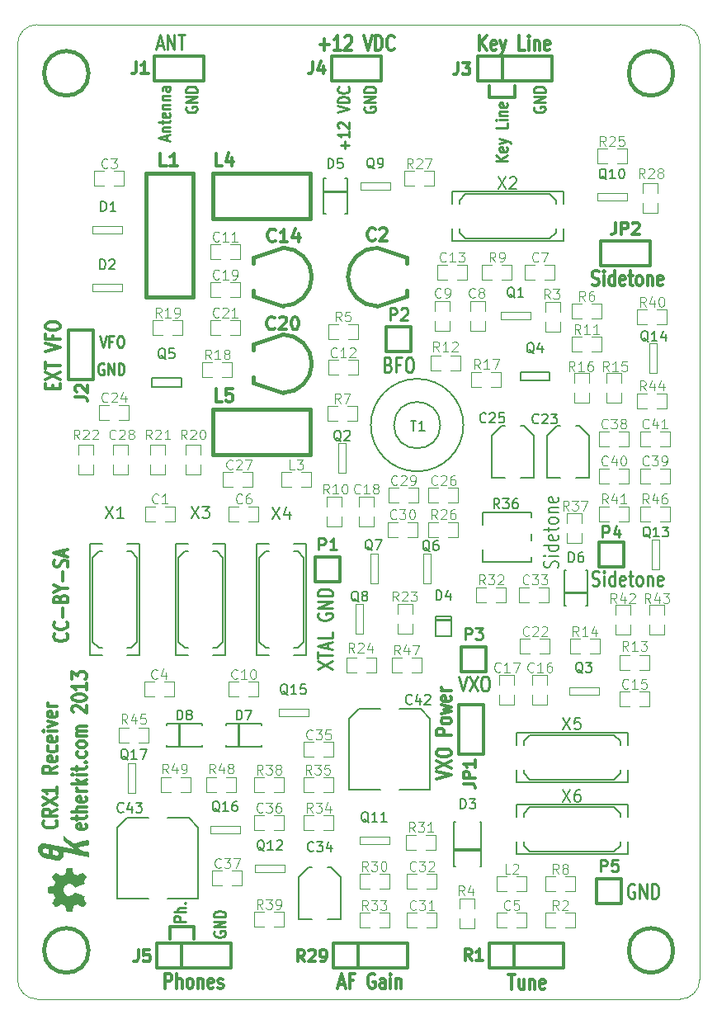
<source format=gto>
G04 (created by PCBNEW (2013-mar-13)-testing) date Tue 21 May 2013 11:07:50 PM PDT*
%MOIN*%
G04 Gerber Fmt 3.4, Leading zero omitted, Abs format*
%FSLAX34Y34*%
G01*
G70*
G90*
G04 APERTURE LIST*
%ADD10C,0.005906*%
%ADD11C,0.011811*%
%ADD12C,0.009843*%
%ADD13C,0.003937*%
%ADD14C,0.015000*%
%ADD15C,0.012000*%
%ADD16C,0.012500*%
%ADD17C,0.003900*%
%ADD18C,0.004700*%
%ADD19C,0.008000*%
%ADD20C,0.000100*%
%ADD21C,0.010700*%
%ADD22C,0.010000*%
%ADD23C,0.004724*%
%ADD24C,0.005100*%
G04 APERTURE END LIST*
G54D10*
G54D11*
X41352Y-44296D02*
X41380Y-44319D01*
X41408Y-44386D01*
X41408Y-44431D01*
X41380Y-44499D01*
X41324Y-44544D01*
X41268Y-44566D01*
X41155Y-44589D01*
X41071Y-44589D01*
X40958Y-44566D01*
X40902Y-44544D01*
X40846Y-44499D01*
X40818Y-44431D01*
X40818Y-44386D01*
X40846Y-44319D01*
X40874Y-44296D01*
X41352Y-43824D02*
X41380Y-43847D01*
X41408Y-43914D01*
X41408Y-43959D01*
X41380Y-44026D01*
X41324Y-44071D01*
X41268Y-44094D01*
X41155Y-44116D01*
X41071Y-44116D01*
X40958Y-44094D01*
X40902Y-44071D01*
X40846Y-44026D01*
X40818Y-43959D01*
X40818Y-43914D01*
X40846Y-43847D01*
X40874Y-43824D01*
X41183Y-43622D02*
X41183Y-43262D01*
X41099Y-42879D02*
X41127Y-42812D01*
X41155Y-42789D01*
X41212Y-42767D01*
X41296Y-42767D01*
X41352Y-42789D01*
X41380Y-42812D01*
X41408Y-42857D01*
X41408Y-43037D01*
X40818Y-43037D01*
X40818Y-42879D01*
X40846Y-42834D01*
X40874Y-42812D01*
X40930Y-42789D01*
X40987Y-42789D01*
X41043Y-42812D01*
X41071Y-42834D01*
X41099Y-42879D01*
X41099Y-43037D01*
X41127Y-42474D02*
X41408Y-42474D01*
X40818Y-42632D02*
X41127Y-42474D01*
X40818Y-42317D01*
X41183Y-42159D02*
X41183Y-41799D01*
X41380Y-41597D02*
X41408Y-41529D01*
X41408Y-41417D01*
X41380Y-41372D01*
X41352Y-41349D01*
X41296Y-41327D01*
X41240Y-41327D01*
X41183Y-41349D01*
X41155Y-41372D01*
X41127Y-41417D01*
X41099Y-41507D01*
X41071Y-41552D01*
X41043Y-41574D01*
X40987Y-41597D01*
X40930Y-41597D01*
X40874Y-41574D01*
X40846Y-41552D01*
X40818Y-41507D01*
X40818Y-41394D01*
X40846Y-41327D01*
X41240Y-41147D02*
X41240Y-40922D01*
X41408Y-41192D02*
X40818Y-41034D01*
X41408Y-40877D01*
X42128Y-51985D02*
X42156Y-52030D01*
X42156Y-52120D01*
X42128Y-52165D01*
X42072Y-52187D01*
X41847Y-52187D01*
X41791Y-52165D01*
X41763Y-52120D01*
X41763Y-52030D01*
X41791Y-51985D01*
X41847Y-51962D01*
X41903Y-51962D01*
X41960Y-52187D01*
X41763Y-51827D02*
X41763Y-51647D01*
X41566Y-51760D02*
X42072Y-51760D01*
X42128Y-51737D01*
X42156Y-51692D01*
X42156Y-51647D01*
X42156Y-51490D02*
X41566Y-51490D01*
X42156Y-51287D02*
X41847Y-51287D01*
X41791Y-51310D01*
X41763Y-51355D01*
X41763Y-51422D01*
X41791Y-51467D01*
X41819Y-51490D01*
X42128Y-50883D02*
X42156Y-50928D01*
X42156Y-51017D01*
X42128Y-51062D01*
X42072Y-51085D01*
X41847Y-51085D01*
X41791Y-51062D01*
X41763Y-51017D01*
X41763Y-50928D01*
X41791Y-50883D01*
X41847Y-50860D01*
X41903Y-50860D01*
X41960Y-51085D01*
X42156Y-50658D02*
X41763Y-50658D01*
X41875Y-50658D02*
X41819Y-50635D01*
X41791Y-50613D01*
X41763Y-50568D01*
X41763Y-50523D01*
X42156Y-50365D02*
X41566Y-50365D01*
X41931Y-50320D02*
X42156Y-50185D01*
X41763Y-50185D02*
X41988Y-50365D01*
X42156Y-49983D02*
X41763Y-49983D01*
X41566Y-49983D02*
X41594Y-50005D01*
X41622Y-49983D01*
X41594Y-49960D01*
X41566Y-49983D01*
X41622Y-49983D01*
X41763Y-49825D02*
X41763Y-49645D01*
X41566Y-49758D02*
X42072Y-49758D01*
X42128Y-49735D01*
X42156Y-49690D01*
X42156Y-49645D01*
X42100Y-49488D02*
X42128Y-49465D01*
X42156Y-49488D01*
X42128Y-49510D01*
X42100Y-49488D01*
X42156Y-49488D01*
X42128Y-49060D02*
X42156Y-49105D01*
X42156Y-49195D01*
X42128Y-49240D01*
X42100Y-49263D01*
X42044Y-49285D01*
X41875Y-49285D01*
X41819Y-49263D01*
X41791Y-49240D01*
X41763Y-49195D01*
X41763Y-49105D01*
X41791Y-49060D01*
X42156Y-48790D02*
X42128Y-48835D01*
X42100Y-48858D01*
X42044Y-48880D01*
X41875Y-48880D01*
X41819Y-48858D01*
X41791Y-48835D01*
X41763Y-48790D01*
X41763Y-48723D01*
X41791Y-48678D01*
X41819Y-48655D01*
X41875Y-48633D01*
X42044Y-48633D01*
X42100Y-48655D01*
X42128Y-48678D01*
X42156Y-48723D01*
X42156Y-48790D01*
X42156Y-48430D02*
X41763Y-48430D01*
X41819Y-48430D02*
X41791Y-48408D01*
X41763Y-48363D01*
X41763Y-48295D01*
X41791Y-48250D01*
X41847Y-48228D01*
X42156Y-48228D01*
X41847Y-48228D02*
X41791Y-48205D01*
X41763Y-48160D01*
X41763Y-48093D01*
X41791Y-48048D01*
X41847Y-48025D01*
X42156Y-48025D01*
X41622Y-47463D02*
X41594Y-47440D01*
X41566Y-47395D01*
X41566Y-47283D01*
X41594Y-47238D01*
X41622Y-47215D01*
X41678Y-47193D01*
X41735Y-47193D01*
X41819Y-47215D01*
X42156Y-47485D01*
X42156Y-47193D01*
X41566Y-46901D02*
X41566Y-46856D01*
X41594Y-46811D01*
X41622Y-46788D01*
X41678Y-46766D01*
X41791Y-46743D01*
X41931Y-46743D01*
X42044Y-46766D01*
X42100Y-46788D01*
X42128Y-46811D01*
X42156Y-46856D01*
X42156Y-46901D01*
X42128Y-46946D01*
X42100Y-46968D01*
X42044Y-46991D01*
X41931Y-47013D01*
X41791Y-47013D01*
X41678Y-46991D01*
X41622Y-46968D01*
X41594Y-46946D01*
X41566Y-46901D01*
X42156Y-46293D02*
X42156Y-46563D01*
X42156Y-46428D02*
X41566Y-46428D01*
X41650Y-46473D01*
X41706Y-46518D01*
X41735Y-46563D01*
X41566Y-46136D02*
X41566Y-45843D01*
X41791Y-46001D01*
X41791Y-45933D01*
X41819Y-45888D01*
X41847Y-45866D01*
X41903Y-45843D01*
X42044Y-45843D01*
X42100Y-45866D01*
X42128Y-45888D01*
X42156Y-45933D01*
X42156Y-46068D01*
X42128Y-46113D01*
X42100Y-46136D01*
X40919Y-51850D02*
X40947Y-51872D01*
X40975Y-51940D01*
X40975Y-51985D01*
X40947Y-52052D01*
X40891Y-52097D01*
X40835Y-52120D01*
X40722Y-52142D01*
X40638Y-52142D01*
X40525Y-52120D01*
X40469Y-52097D01*
X40413Y-52052D01*
X40385Y-51985D01*
X40385Y-51940D01*
X40413Y-51872D01*
X40441Y-51850D01*
X40975Y-51377D02*
X40694Y-51535D01*
X40975Y-51647D02*
X40385Y-51647D01*
X40385Y-51467D01*
X40413Y-51422D01*
X40441Y-51400D01*
X40497Y-51377D01*
X40582Y-51377D01*
X40638Y-51400D01*
X40666Y-51422D01*
X40694Y-51467D01*
X40694Y-51647D01*
X40385Y-51220D02*
X40975Y-50905D01*
X40385Y-50905D02*
X40975Y-51220D01*
X40975Y-50478D02*
X40975Y-50748D01*
X40975Y-50613D02*
X40385Y-50613D01*
X40469Y-50658D01*
X40525Y-50703D01*
X40553Y-50748D01*
X40975Y-49645D02*
X40694Y-49803D01*
X40975Y-49915D02*
X40385Y-49915D01*
X40385Y-49735D01*
X40413Y-49690D01*
X40441Y-49668D01*
X40497Y-49645D01*
X40582Y-49645D01*
X40638Y-49668D01*
X40666Y-49690D01*
X40694Y-49735D01*
X40694Y-49915D01*
X40947Y-49263D02*
X40975Y-49308D01*
X40975Y-49398D01*
X40947Y-49443D01*
X40891Y-49465D01*
X40666Y-49465D01*
X40610Y-49443D01*
X40582Y-49398D01*
X40582Y-49308D01*
X40610Y-49263D01*
X40666Y-49240D01*
X40722Y-49240D01*
X40778Y-49465D01*
X40947Y-48835D02*
X40975Y-48880D01*
X40975Y-48970D01*
X40947Y-49015D01*
X40919Y-49038D01*
X40863Y-49060D01*
X40694Y-49060D01*
X40638Y-49038D01*
X40610Y-49015D01*
X40582Y-48970D01*
X40582Y-48880D01*
X40610Y-48835D01*
X40947Y-48453D02*
X40975Y-48498D01*
X40975Y-48588D01*
X40947Y-48633D01*
X40891Y-48655D01*
X40666Y-48655D01*
X40610Y-48633D01*
X40582Y-48588D01*
X40582Y-48498D01*
X40610Y-48453D01*
X40666Y-48430D01*
X40722Y-48430D01*
X40778Y-48655D01*
X40975Y-48228D02*
X40582Y-48228D01*
X40385Y-48228D02*
X40413Y-48250D01*
X40441Y-48228D01*
X40413Y-48205D01*
X40385Y-48228D01*
X40441Y-48228D01*
X40582Y-48048D02*
X40975Y-47935D01*
X40582Y-47823D01*
X40947Y-47463D02*
X40975Y-47508D01*
X40975Y-47598D01*
X40947Y-47643D01*
X40891Y-47665D01*
X40666Y-47665D01*
X40610Y-47643D01*
X40582Y-47598D01*
X40582Y-47508D01*
X40610Y-47463D01*
X40666Y-47440D01*
X40722Y-47440D01*
X40778Y-47665D01*
X40975Y-47238D02*
X40582Y-47238D01*
X40694Y-47238D02*
X40638Y-47215D01*
X40610Y-47193D01*
X40582Y-47148D01*
X40582Y-47103D01*
G54D12*
X42849Y-33385D02*
X42812Y-33363D01*
X42755Y-33363D01*
X42699Y-33385D01*
X42662Y-33430D01*
X42643Y-33475D01*
X42624Y-33565D01*
X42624Y-33633D01*
X42643Y-33723D01*
X42662Y-33768D01*
X42699Y-33813D01*
X42755Y-33835D01*
X42793Y-33835D01*
X42849Y-33813D01*
X42868Y-33790D01*
X42868Y-33633D01*
X42793Y-33633D01*
X43037Y-33835D02*
X43037Y-33363D01*
X43262Y-33835D01*
X43262Y-33363D01*
X43449Y-33835D02*
X43449Y-33363D01*
X43543Y-33363D01*
X43599Y-33385D01*
X43637Y-33430D01*
X43655Y-33475D01*
X43674Y-33565D01*
X43674Y-33633D01*
X43655Y-33723D01*
X43637Y-33768D01*
X43599Y-33813D01*
X43543Y-33835D01*
X43449Y-33835D01*
X42682Y-32260D02*
X42814Y-32733D01*
X42945Y-32260D01*
X43207Y-32485D02*
X43076Y-32485D01*
X43076Y-32733D02*
X43076Y-32260D01*
X43263Y-32260D01*
X43488Y-32260D02*
X43563Y-32260D01*
X43601Y-32283D01*
X43638Y-32328D01*
X43657Y-32418D01*
X43657Y-32575D01*
X43638Y-32665D01*
X43601Y-32710D01*
X43563Y-32733D01*
X43488Y-32733D01*
X43451Y-32710D01*
X43413Y-32665D01*
X43395Y-32575D01*
X43395Y-32418D01*
X43413Y-32328D01*
X43451Y-32283D01*
X43488Y-32260D01*
X47322Y-56323D02*
X47300Y-56361D01*
X47300Y-56417D01*
X47322Y-56473D01*
X47367Y-56511D01*
X47412Y-56529D01*
X47502Y-56548D01*
X47570Y-56548D01*
X47660Y-56529D01*
X47705Y-56511D01*
X47750Y-56473D01*
X47772Y-56417D01*
X47772Y-56379D01*
X47750Y-56323D01*
X47727Y-56304D01*
X47570Y-56304D01*
X47570Y-56379D01*
X47772Y-56136D02*
X47300Y-56136D01*
X47772Y-55911D01*
X47300Y-55911D01*
X47772Y-55723D02*
X47300Y-55723D01*
X47300Y-55629D01*
X47322Y-55573D01*
X47367Y-55536D01*
X47412Y-55517D01*
X47502Y-55498D01*
X47570Y-55498D01*
X47660Y-55517D01*
X47705Y-55536D01*
X47750Y-55573D01*
X47772Y-55629D01*
X47772Y-55723D01*
G54D11*
X46496Y-56141D02*
X46496Y-56614D01*
X45511Y-56141D02*
X46496Y-56141D01*
X45511Y-56614D02*
X45511Y-56141D01*
X58425Y-22165D02*
X58425Y-22637D01*
X58425Y-22637D02*
X59448Y-22637D01*
X59448Y-22637D02*
X59448Y-22165D01*
X59448Y-22637D02*
X59448Y-22165D01*
X58425Y-22637D02*
X59448Y-22637D01*
X58425Y-22165D02*
X58425Y-22637D01*
X58425Y-22165D02*
X58425Y-22637D01*
X58425Y-22637D02*
X59448Y-22637D01*
X59448Y-22637D02*
X59448Y-22165D01*
G54D12*
X46158Y-55926D02*
X45686Y-55926D01*
X45686Y-55776D01*
X45708Y-55738D01*
X45731Y-55719D01*
X45776Y-55701D01*
X45843Y-55701D01*
X45888Y-55719D01*
X45911Y-55738D01*
X45933Y-55776D01*
X45933Y-55926D01*
X46158Y-55532D02*
X45686Y-55532D01*
X46158Y-55363D02*
X45911Y-55363D01*
X45866Y-55382D01*
X45843Y-55419D01*
X45843Y-55476D01*
X45866Y-55513D01*
X45888Y-55532D01*
X46113Y-55176D02*
X46136Y-55157D01*
X46158Y-55176D01*
X46136Y-55194D01*
X46113Y-55176D01*
X46158Y-55176D01*
G54D11*
X59448Y-22637D02*
X59448Y-22165D01*
X58425Y-22637D02*
X59448Y-22637D01*
X58425Y-22165D02*
X58425Y-22637D01*
G54D12*
X59150Y-25187D02*
X58678Y-25187D01*
X59150Y-24962D02*
X58880Y-25131D01*
X58678Y-24962D02*
X58948Y-25187D01*
X59128Y-24643D02*
X59150Y-24681D01*
X59150Y-24756D01*
X59128Y-24793D01*
X59083Y-24812D01*
X58903Y-24812D01*
X58858Y-24793D01*
X58835Y-24756D01*
X58835Y-24681D01*
X58858Y-24643D01*
X58903Y-24625D01*
X58948Y-24625D01*
X58993Y-24812D01*
X58835Y-24493D02*
X59150Y-24400D01*
X58835Y-24306D02*
X59150Y-24400D01*
X59263Y-24437D01*
X59285Y-24456D01*
X59308Y-24493D01*
X59150Y-23668D02*
X59150Y-23856D01*
X58678Y-23856D01*
X59150Y-23537D02*
X58835Y-23537D01*
X58678Y-23537D02*
X58700Y-23556D01*
X58723Y-23537D01*
X58700Y-23518D01*
X58678Y-23537D01*
X58723Y-23537D01*
X58835Y-23350D02*
X59150Y-23350D01*
X58880Y-23350D02*
X58858Y-23331D01*
X58835Y-23293D01*
X58835Y-23237D01*
X58858Y-23200D01*
X58903Y-23181D01*
X59150Y-23181D01*
X59128Y-22844D02*
X59150Y-22881D01*
X59150Y-22956D01*
X59128Y-22994D01*
X59083Y-23012D01*
X58903Y-23012D01*
X58858Y-22994D01*
X58835Y-22956D01*
X58835Y-22881D01*
X58858Y-22844D01*
X58903Y-22825D01*
X58948Y-22825D01*
X58993Y-23012D01*
X60236Y-23016D02*
X60213Y-23053D01*
X60213Y-23110D01*
X60236Y-23166D01*
X60281Y-23203D01*
X60326Y-23222D01*
X60416Y-23241D01*
X60483Y-23241D01*
X60573Y-23222D01*
X60618Y-23203D01*
X60663Y-23166D01*
X60686Y-23110D01*
X60686Y-23072D01*
X60663Y-23016D01*
X60641Y-22997D01*
X60483Y-22997D01*
X60483Y-23072D01*
X60686Y-22829D02*
X60213Y-22829D01*
X60686Y-22604D01*
X60213Y-22604D01*
X60686Y-22416D02*
X60213Y-22416D01*
X60213Y-22322D01*
X60236Y-22266D01*
X60281Y-22229D01*
X60326Y-22210D01*
X60416Y-22191D01*
X60483Y-22191D01*
X60573Y-22210D01*
X60618Y-22229D01*
X60663Y-22266D01*
X60686Y-22322D01*
X60686Y-22416D01*
X53385Y-23016D02*
X53363Y-23053D01*
X53363Y-23110D01*
X53385Y-23166D01*
X53430Y-23203D01*
X53475Y-23222D01*
X53565Y-23241D01*
X53633Y-23241D01*
X53723Y-23222D01*
X53768Y-23203D01*
X53813Y-23166D01*
X53835Y-23110D01*
X53835Y-23072D01*
X53813Y-23016D01*
X53790Y-22997D01*
X53633Y-22997D01*
X53633Y-23072D01*
X53835Y-22829D02*
X53363Y-22829D01*
X53835Y-22604D01*
X53363Y-22604D01*
X53835Y-22416D02*
X53363Y-22416D01*
X53363Y-22322D01*
X53385Y-22266D01*
X53430Y-22229D01*
X53475Y-22210D01*
X53565Y-22191D01*
X53633Y-22191D01*
X53723Y-22210D01*
X53768Y-22229D01*
X53813Y-22266D01*
X53835Y-22322D01*
X53835Y-22416D01*
X52592Y-24701D02*
X52592Y-24401D01*
X52772Y-24551D02*
X52412Y-24551D01*
X52772Y-24008D02*
X52772Y-24233D01*
X52772Y-24120D02*
X52300Y-24120D01*
X52367Y-24158D01*
X52412Y-24195D01*
X52435Y-24233D01*
X52345Y-23858D02*
X52322Y-23839D01*
X52300Y-23802D01*
X52300Y-23708D01*
X52322Y-23670D01*
X52345Y-23652D01*
X52390Y-23633D01*
X52435Y-23633D01*
X52502Y-23652D01*
X52772Y-23877D01*
X52772Y-23633D01*
X52300Y-23220D02*
X52772Y-23089D01*
X52300Y-22958D01*
X52772Y-22827D02*
X52300Y-22827D01*
X52300Y-22733D01*
X52322Y-22677D01*
X52367Y-22639D01*
X52412Y-22620D01*
X52502Y-22602D01*
X52570Y-22602D01*
X52660Y-22620D01*
X52705Y-22639D01*
X52750Y-22677D01*
X52772Y-22733D01*
X52772Y-22827D01*
X52727Y-22208D02*
X52750Y-22227D01*
X52772Y-22283D01*
X52772Y-22320D01*
X52750Y-22377D01*
X52705Y-22414D01*
X52660Y-22433D01*
X52570Y-22452D01*
X52502Y-22452D01*
X52412Y-22433D01*
X52367Y-22414D01*
X52322Y-22377D01*
X52300Y-22320D01*
X52300Y-22283D01*
X52322Y-22227D01*
X52345Y-22208D01*
X46181Y-23016D02*
X46158Y-23053D01*
X46158Y-23110D01*
X46181Y-23166D01*
X46226Y-23203D01*
X46271Y-23222D01*
X46361Y-23241D01*
X46428Y-23241D01*
X46518Y-23222D01*
X46563Y-23203D01*
X46608Y-23166D01*
X46631Y-23110D01*
X46631Y-23072D01*
X46608Y-23016D01*
X46586Y-22997D01*
X46428Y-22997D01*
X46428Y-23072D01*
X46631Y-22829D02*
X46158Y-22829D01*
X46631Y-22604D01*
X46158Y-22604D01*
X46631Y-22416D02*
X46158Y-22416D01*
X46158Y-22322D01*
X46181Y-22266D01*
X46226Y-22229D01*
X46271Y-22210D01*
X46361Y-22191D01*
X46428Y-22191D01*
X46518Y-22210D01*
X46563Y-22229D01*
X46608Y-22266D01*
X46631Y-22322D01*
X46631Y-22416D01*
X45393Y-24355D02*
X45393Y-24167D01*
X45528Y-24392D02*
X45056Y-24261D01*
X45528Y-24130D01*
X45213Y-23998D02*
X45528Y-23998D01*
X45258Y-23998D02*
X45236Y-23980D01*
X45213Y-23942D01*
X45213Y-23886D01*
X45236Y-23848D01*
X45281Y-23830D01*
X45528Y-23830D01*
X45213Y-23698D02*
X45213Y-23548D01*
X45056Y-23642D02*
X45461Y-23642D01*
X45506Y-23623D01*
X45528Y-23586D01*
X45528Y-23548D01*
X45506Y-23267D02*
X45528Y-23305D01*
X45528Y-23380D01*
X45506Y-23417D01*
X45461Y-23436D01*
X45281Y-23436D01*
X45236Y-23417D01*
X45213Y-23380D01*
X45213Y-23305D01*
X45236Y-23267D01*
X45281Y-23248D01*
X45326Y-23248D01*
X45371Y-23436D01*
X45213Y-23080D02*
X45528Y-23080D01*
X45258Y-23080D02*
X45236Y-23061D01*
X45213Y-23023D01*
X45213Y-22967D01*
X45236Y-22930D01*
X45281Y-22911D01*
X45528Y-22911D01*
X45213Y-22724D02*
X45528Y-22724D01*
X45258Y-22724D02*
X45236Y-22705D01*
X45213Y-22667D01*
X45213Y-22611D01*
X45236Y-22574D01*
X45281Y-22555D01*
X45528Y-22555D01*
X45528Y-22199D02*
X45281Y-22199D01*
X45236Y-22217D01*
X45213Y-22255D01*
X45213Y-22330D01*
X45236Y-22367D01*
X45506Y-22199D02*
X45528Y-22236D01*
X45528Y-22330D01*
X45506Y-22367D01*
X45461Y-22386D01*
X45416Y-22386D01*
X45371Y-22367D01*
X45348Y-22330D01*
X45348Y-22236D01*
X45326Y-22199D01*
G54D13*
X66141Y-59055D02*
G75*
G03X66929Y-58267I0J787D01*
G74*
G01*
X39370Y-58267D02*
G75*
G03X40157Y-59055I787J0D01*
G74*
G01*
X66929Y-20472D02*
G75*
G03X66141Y-19685I-787J0D01*
G74*
G01*
X40157Y-19685D02*
G75*
G03X39370Y-20472I0J-787D01*
G74*
G01*
X66141Y-19685D02*
X40157Y-19685D01*
X66929Y-58267D02*
X66929Y-20472D01*
X40157Y-59055D02*
X66141Y-59055D01*
X39370Y-20472D02*
X39370Y-58267D01*
G54D14*
X55078Y-29094D02*
X55078Y-29330D01*
X55078Y-30668D02*
X55078Y-30432D01*
X55078Y-30668D02*
X53897Y-31062D01*
X55078Y-29094D02*
X53897Y-28700D01*
X52716Y-29881D02*
G75*
G03X53897Y-31062I1181J0D01*
G74*
G01*
X53897Y-28700D02*
G75*
G03X52716Y-29881I0J-1181D01*
G74*
G01*
X48897Y-30668D02*
X48897Y-30432D01*
X48897Y-29094D02*
X48897Y-29330D01*
X48897Y-29094D02*
X50078Y-28700D01*
X48897Y-30668D02*
X50078Y-31062D01*
X51259Y-29881D02*
G75*
G03X50078Y-28700I-1181J0D01*
G74*
G01*
X50078Y-31062D02*
G75*
G03X51259Y-29881I0J1181D01*
G74*
G01*
X48897Y-34172D02*
X48897Y-33936D01*
X48897Y-32598D02*
X48897Y-32834D01*
X48897Y-32598D02*
X50078Y-32204D01*
X48897Y-34172D02*
X50078Y-34566D01*
X51259Y-33385D02*
G75*
G03X50078Y-32204I-1181J0D01*
G74*
G01*
X50078Y-34566D02*
G75*
G03X51259Y-33385I0J1181D01*
G74*
G01*
G54D11*
X57047Y-53011D02*
X58070Y-53011D01*
G54D10*
X57066Y-51909D02*
X57007Y-51909D01*
X57007Y-51909D02*
X57007Y-53681D01*
X57007Y-53681D02*
X57066Y-53681D01*
X58051Y-51909D02*
X58110Y-51909D01*
X58110Y-51909D02*
X58110Y-53681D01*
X58110Y-53681D02*
X58051Y-53681D01*
G54D12*
X56287Y-43740D02*
X56862Y-43740D01*
G54D10*
X56259Y-44393D02*
X56889Y-44393D01*
X56889Y-44393D02*
X56889Y-43606D01*
X56889Y-43606D02*
X56259Y-43606D01*
X56259Y-43606D02*
X56259Y-44393D01*
G54D12*
X52637Y-26417D02*
X51771Y-26417D01*
G54D10*
X51811Y-25905D02*
X51732Y-25905D01*
X51732Y-25905D02*
X51732Y-27322D01*
X51732Y-27322D02*
X51811Y-27322D01*
X52598Y-27322D02*
X52677Y-27322D01*
X52677Y-27322D02*
X52677Y-25905D01*
X52677Y-25905D02*
X52598Y-25905D01*
G54D12*
X61496Y-42637D02*
X62362Y-42637D01*
G54D10*
X62322Y-43149D02*
X62401Y-43149D01*
X62401Y-43149D02*
X62401Y-41732D01*
X62401Y-41732D02*
X62322Y-41732D01*
X61535Y-41732D02*
X61456Y-41732D01*
X61456Y-41732D02*
X61456Y-43149D01*
X61456Y-43149D02*
X61535Y-43149D01*
G54D15*
X57948Y-21956D02*
X57948Y-20956D01*
X57948Y-20956D02*
X60948Y-20956D01*
X60948Y-20956D02*
X60948Y-21956D01*
X60948Y-21956D02*
X57948Y-21956D01*
X58948Y-20956D02*
X58948Y-21956D01*
X44996Y-57783D02*
X44996Y-56783D01*
X44996Y-56783D02*
X47996Y-56783D01*
X47996Y-56783D02*
X47996Y-57783D01*
X47996Y-57783D02*
X44996Y-57783D01*
X45996Y-56783D02*
X45996Y-57783D01*
G54D16*
X51389Y-42192D02*
X52389Y-42192D01*
X51389Y-41192D02*
X52389Y-41192D01*
G54D15*
X51389Y-42192D02*
X51389Y-41192D01*
X52389Y-41192D02*
X52389Y-42192D01*
G54D16*
X54263Y-32901D02*
X55263Y-32901D01*
X54263Y-31901D02*
X55263Y-31901D01*
G54D15*
X54263Y-32901D02*
X54263Y-31901D01*
X55263Y-31901D02*
X55263Y-32901D01*
G54D16*
X57295Y-45814D02*
X58295Y-45814D01*
X57295Y-44814D02*
X58295Y-44814D01*
G54D15*
X57295Y-45814D02*
X57295Y-44814D01*
X58295Y-44814D02*
X58295Y-45814D01*
G54D16*
X62846Y-41602D02*
X63846Y-41602D01*
X62846Y-40602D02*
X63846Y-40602D01*
G54D15*
X62846Y-41602D02*
X62846Y-40602D01*
X63846Y-40602D02*
X63846Y-41602D01*
G54D16*
X62767Y-55185D02*
X63767Y-55185D01*
X62767Y-54185D02*
X63767Y-54185D01*
G54D15*
X62767Y-55185D02*
X62767Y-54185D01*
X63767Y-54185D02*
X63767Y-55185D01*
X58421Y-57783D02*
X58421Y-56783D01*
X58421Y-56783D02*
X61421Y-56783D01*
X61421Y-56783D02*
X61421Y-57783D01*
X61421Y-57783D02*
X58421Y-57783D01*
X59421Y-56783D02*
X59421Y-57783D01*
X52122Y-57783D02*
X52122Y-56783D01*
X52122Y-56783D02*
X55122Y-56783D01*
X55122Y-56783D02*
X55122Y-57783D01*
X55122Y-57783D02*
X52122Y-57783D01*
X53122Y-56783D02*
X53122Y-57783D01*
G54D10*
X60118Y-40531D02*
X60118Y-40255D01*
X58149Y-39901D02*
X58149Y-39409D01*
X58149Y-39409D02*
X60118Y-39409D01*
X60118Y-39409D02*
X60118Y-39606D01*
X60118Y-41181D02*
X60118Y-41377D01*
X60118Y-41377D02*
X58149Y-41377D01*
X58149Y-41377D02*
X58149Y-40885D01*
X56448Y-35866D02*
G75*
G03X56448Y-35866I-937J0D01*
G74*
G01*
X57381Y-35866D02*
G75*
G03X57381Y-35866I-1870J0D01*
G74*
G01*
G54D15*
X62937Y-29437D02*
X62937Y-28437D01*
X62937Y-28437D02*
X64937Y-28437D01*
X64937Y-28437D02*
X64937Y-29437D01*
X64937Y-29437D02*
X62937Y-29437D01*
X57177Y-47149D02*
X58177Y-47149D01*
X58177Y-47149D02*
X58177Y-49149D01*
X58177Y-49149D02*
X57177Y-49149D01*
X57177Y-49149D02*
X57177Y-47149D01*
X52070Y-21956D02*
X52070Y-20956D01*
X52070Y-20956D02*
X54070Y-20956D01*
X54070Y-20956D02*
X54070Y-21956D01*
X54070Y-21956D02*
X52070Y-21956D01*
X41429Y-32031D02*
X42429Y-32031D01*
X42429Y-32031D02*
X42429Y-34031D01*
X42429Y-34031D02*
X41429Y-34031D01*
X41429Y-34031D02*
X41429Y-32031D01*
X44905Y-21956D02*
X44905Y-20956D01*
X44905Y-20956D02*
X46905Y-20956D01*
X46905Y-20956D02*
X46905Y-21956D01*
X46905Y-21956D02*
X44905Y-21956D01*
G54D10*
X46279Y-51732D02*
X46673Y-52125D01*
X46673Y-52125D02*
X46673Y-55000D01*
X43799Y-51732D02*
X43405Y-52125D01*
X43405Y-52125D02*
X43405Y-55000D01*
X44645Y-51732D02*
X43799Y-51732D01*
X45433Y-51732D02*
X46279Y-51732D01*
X44645Y-55000D02*
X43405Y-55000D01*
X45433Y-55000D02*
X46673Y-55000D01*
X55649Y-47322D02*
X56043Y-47716D01*
X56043Y-47716D02*
X56043Y-50590D01*
X53169Y-47322D02*
X52775Y-47716D01*
X52775Y-47716D02*
X52775Y-50590D01*
X54015Y-47322D02*
X53169Y-47322D01*
X54803Y-47322D02*
X55649Y-47322D01*
X54015Y-50590D02*
X52775Y-50590D01*
X54803Y-50590D02*
X56043Y-50590D01*
X51122Y-53740D02*
X50728Y-54133D01*
X50728Y-54133D02*
X50728Y-55826D01*
X52027Y-53740D02*
X52421Y-54133D01*
X52421Y-54133D02*
X52421Y-55826D01*
X51259Y-53740D02*
X51122Y-53740D01*
X51889Y-53740D02*
X52027Y-53740D01*
X51259Y-55826D02*
X50728Y-55826D01*
X51889Y-55826D02*
X52421Y-55826D01*
X58917Y-35905D02*
X58523Y-36299D01*
X58523Y-36299D02*
X58523Y-37992D01*
X59822Y-35905D02*
X60216Y-36299D01*
X60216Y-36299D02*
X60216Y-37992D01*
X59055Y-35905D02*
X58917Y-35905D01*
X59685Y-35905D02*
X59822Y-35905D01*
X59055Y-37992D02*
X58523Y-37992D01*
X59685Y-37992D02*
X60216Y-37992D01*
X61161Y-35905D02*
X60767Y-36299D01*
X60767Y-36299D02*
X60767Y-37992D01*
X62066Y-35905D02*
X62460Y-36299D01*
X62460Y-36299D02*
X62460Y-37992D01*
X61299Y-35905D02*
X61161Y-35905D01*
X61929Y-35905D02*
X62066Y-35905D01*
X61299Y-37992D02*
X60767Y-37992D01*
X61929Y-37992D02*
X62460Y-37992D01*
X44803Y-34311D02*
X45984Y-34311D01*
X45984Y-34311D02*
X45984Y-33976D01*
X45984Y-33976D02*
X44803Y-33976D01*
X44803Y-33976D02*
X44803Y-34311D01*
X59685Y-34074D02*
X60866Y-34074D01*
X60866Y-34074D02*
X60866Y-33740D01*
X60866Y-33740D02*
X59685Y-33740D01*
X59685Y-33740D02*
X59685Y-34074D01*
G54D14*
X42238Y-21653D02*
G75*
G03X42238Y-21653I-900J0D01*
G74*
G01*
X65860Y-21653D02*
G75*
G03X65860Y-21653I-900J0D01*
G74*
G01*
X42238Y-57086D02*
G75*
G03X42238Y-57086I-900J0D01*
G74*
G01*
X65860Y-57086D02*
G75*
G03X65860Y-57086I-900J0D01*
G74*
G01*
G54D12*
X45905Y-47952D02*
X45905Y-48818D01*
G54D10*
X45393Y-48779D02*
X45393Y-48858D01*
X45393Y-48858D02*
X46811Y-48858D01*
X46811Y-48858D02*
X46811Y-48779D01*
X46811Y-47992D02*
X46811Y-47913D01*
X46811Y-47913D02*
X45393Y-47913D01*
X45393Y-47913D02*
X45393Y-47992D01*
G54D12*
X48307Y-47952D02*
X48307Y-48818D01*
G54D10*
X47795Y-48779D02*
X47795Y-48858D01*
X47795Y-48858D02*
X49212Y-48858D01*
X49212Y-48858D02*
X49212Y-48779D01*
X49212Y-47992D02*
X49212Y-47913D01*
X49212Y-47913D02*
X47795Y-47913D01*
X47795Y-47913D02*
X47795Y-47992D01*
G54D17*
X44918Y-39748D02*
X44518Y-39748D01*
X44518Y-39748D02*
X44518Y-39148D01*
X44518Y-39148D02*
X44918Y-39148D01*
X45318Y-39148D02*
X45718Y-39148D01*
X45718Y-39148D02*
X45718Y-39748D01*
X45718Y-39748D02*
X45318Y-39748D01*
X42870Y-26205D02*
X42470Y-26205D01*
X42470Y-26205D02*
X42470Y-25605D01*
X42470Y-25605D02*
X42870Y-25605D01*
X43270Y-25605D02*
X43670Y-25605D01*
X43670Y-25605D02*
X43670Y-26205D01*
X43670Y-26205D02*
X43270Y-26205D01*
X44878Y-46835D02*
X44478Y-46835D01*
X44478Y-46835D02*
X44478Y-46235D01*
X44478Y-46235D02*
X44878Y-46235D01*
X45278Y-46235D02*
X45678Y-46235D01*
X45678Y-46235D02*
X45678Y-46835D01*
X45678Y-46835D02*
X45278Y-46835D01*
X59130Y-56166D02*
X58730Y-56166D01*
X58730Y-56166D02*
X58730Y-55566D01*
X58730Y-55566D02*
X59130Y-55566D01*
X59530Y-55566D02*
X59930Y-55566D01*
X59930Y-55566D02*
X59930Y-56166D01*
X59930Y-56166D02*
X59530Y-56166D01*
X48303Y-39748D02*
X47903Y-39748D01*
X47903Y-39748D02*
X47903Y-39148D01*
X47903Y-39148D02*
X48303Y-39148D01*
X48703Y-39148D02*
X49103Y-39148D01*
X49103Y-39148D02*
X49103Y-39748D01*
X49103Y-39748D02*
X48703Y-39748D01*
X60272Y-29985D02*
X59872Y-29985D01*
X59872Y-29985D02*
X59872Y-29385D01*
X59872Y-29385D02*
X60272Y-29385D01*
X60672Y-29385D02*
X61072Y-29385D01*
X61072Y-29385D02*
X61072Y-29985D01*
X61072Y-29985D02*
X60672Y-29985D01*
X58252Y-31656D02*
X58252Y-32056D01*
X58252Y-32056D02*
X57652Y-32056D01*
X57652Y-32056D02*
X57652Y-31656D01*
X57652Y-31256D02*
X57652Y-30856D01*
X57652Y-30856D02*
X58252Y-30856D01*
X58252Y-30856D02*
X58252Y-31256D01*
X56235Y-31256D02*
X56235Y-30856D01*
X56235Y-30856D02*
X56835Y-30856D01*
X56835Y-30856D02*
X56835Y-31256D01*
X56835Y-31656D02*
X56835Y-32056D01*
X56835Y-32056D02*
X56235Y-32056D01*
X56235Y-32056D02*
X56235Y-31656D01*
X48303Y-46835D02*
X47903Y-46835D01*
X47903Y-46835D02*
X47903Y-46235D01*
X47903Y-46235D02*
X48303Y-46235D01*
X48703Y-46235D02*
X49103Y-46235D01*
X49103Y-46235D02*
X49103Y-46835D01*
X49103Y-46835D02*
X48703Y-46835D01*
X47555Y-29158D02*
X47155Y-29158D01*
X47155Y-29158D02*
X47155Y-28558D01*
X47155Y-28558D02*
X47555Y-28558D01*
X47955Y-28558D02*
X48355Y-28558D01*
X48355Y-28558D02*
X48355Y-29158D01*
X48355Y-29158D02*
X47955Y-29158D01*
X52719Y-33243D02*
X53119Y-33243D01*
X53119Y-33243D02*
X53119Y-33843D01*
X53119Y-33843D02*
X52719Y-33843D01*
X52319Y-33843D02*
X51919Y-33843D01*
X51919Y-33843D02*
X51919Y-33243D01*
X51919Y-33243D02*
X52319Y-33243D01*
X56729Y-29985D02*
X56329Y-29985D01*
X56329Y-29985D02*
X56329Y-29385D01*
X56329Y-29385D02*
X56729Y-29385D01*
X57129Y-29385D02*
X57529Y-29385D01*
X57529Y-29385D02*
X57529Y-29985D01*
X57529Y-29985D02*
X57129Y-29985D01*
X64091Y-47229D02*
X63691Y-47229D01*
X63691Y-47229D02*
X63691Y-46629D01*
X63691Y-46629D02*
X64091Y-46629D01*
X64491Y-46629D02*
X64891Y-46629D01*
X64891Y-46629D02*
X64891Y-47229D01*
X64891Y-47229D02*
X64491Y-47229D01*
X60772Y-46774D02*
X60772Y-47174D01*
X60772Y-47174D02*
X60172Y-47174D01*
X60172Y-47174D02*
X60172Y-46774D01*
X60172Y-46374D02*
X60172Y-45974D01*
X60172Y-45974D02*
X60772Y-45974D01*
X60772Y-45974D02*
X60772Y-46374D01*
X58833Y-46374D02*
X58833Y-45974D01*
X58833Y-45974D02*
X59433Y-45974D01*
X59433Y-45974D02*
X59433Y-46374D01*
X59433Y-46774D02*
X59433Y-47174D01*
X59433Y-47174D02*
X58833Y-47174D01*
X58833Y-47174D02*
X58833Y-46774D01*
X53164Y-39170D02*
X53164Y-38770D01*
X53164Y-38770D02*
X53764Y-38770D01*
X53764Y-38770D02*
X53764Y-39170D01*
X53764Y-39570D02*
X53764Y-39970D01*
X53764Y-39970D02*
X53164Y-39970D01*
X53164Y-39970D02*
X53164Y-39570D01*
X47555Y-30693D02*
X47155Y-30693D01*
X47155Y-30693D02*
X47155Y-30093D01*
X47155Y-30093D02*
X47555Y-30093D01*
X47955Y-30093D02*
X48355Y-30093D01*
X48355Y-30093D02*
X48355Y-30693D01*
X48355Y-30693D02*
X47955Y-30693D01*
X47555Y-32229D02*
X47155Y-32229D01*
X47155Y-32229D02*
X47155Y-31629D01*
X47155Y-31629D02*
X47555Y-31629D01*
X47955Y-31629D02*
X48355Y-31629D01*
X48355Y-31629D02*
X48355Y-32229D01*
X48355Y-32229D02*
X47955Y-32229D01*
X60475Y-44503D02*
X60875Y-44503D01*
X60875Y-44503D02*
X60875Y-45103D01*
X60875Y-45103D02*
X60475Y-45103D01*
X60075Y-45103D02*
X59675Y-45103D01*
X59675Y-45103D02*
X59675Y-44503D01*
X59675Y-44503D02*
X60075Y-44503D01*
X43067Y-35654D02*
X42667Y-35654D01*
X42667Y-35654D02*
X42667Y-35054D01*
X42667Y-35054D02*
X43067Y-35054D01*
X43467Y-35054D02*
X43867Y-35054D01*
X43867Y-35054D02*
X43867Y-35654D01*
X43867Y-35654D02*
X43467Y-35654D01*
X56374Y-39000D02*
X55974Y-39000D01*
X55974Y-39000D02*
X55974Y-38400D01*
X55974Y-38400D02*
X56374Y-38400D01*
X56774Y-38400D02*
X57174Y-38400D01*
X57174Y-38400D02*
X57174Y-39000D01*
X57174Y-39000D02*
X56774Y-39000D01*
X48067Y-38370D02*
X47667Y-38370D01*
X47667Y-38370D02*
X47667Y-37770D01*
X47667Y-37770D02*
X48067Y-37770D01*
X48467Y-37770D02*
X48867Y-37770D01*
X48867Y-37770D02*
X48867Y-38370D01*
X48867Y-38370D02*
X48467Y-38370D01*
X43243Y-37044D02*
X43243Y-36644D01*
X43243Y-36644D02*
X43843Y-36644D01*
X43843Y-36644D02*
X43843Y-37044D01*
X43843Y-37444D02*
X43843Y-37844D01*
X43843Y-37844D02*
X43243Y-37844D01*
X43243Y-37844D02*
X43243Y-37444D01*
X54760Y-39000D02*
X54360Y-39000D01*
X54360Y-39000D02*
X54360Y-38400D01*
X54360Y-38400D02*
X54760Y-38400D01*
X55160Y-38400D02*
X55560Y-38400D01*
X55560Y-38400D02*
X55560Y-39000D01*
X55560Y-39000D02*
X55160Y-39000D01*
X54721Y-40378D02*
X54321Y-40378D01*
X54321Y-40378D02*
X54321Y-39778D01*
X54321Y-39778D02*
X54721Y-39778D01*
X55121Y-39778D02*
X55521Y-39778D01*
X55521Y-39778D02*
X55521Y-40378D01*
X55521Y-40378D02*
X55121Y-40378D01*
X55508Y-56166D02*
X55108Y-56166D01*
X55108Y-56166D02*
X55108Y-55566D01*
X55108Y-55566D02*
X55508Y-55566D01*
X55908Y-55566D02*
X56308Y-55566D01*
X56308Y-55566D02*
X56308Y-56166D01*
X56308Y-56166D02*
X55908Y-56166D01*
X55508Y-54591D02*
X55108Y-54591D01*
X55108Y-54591D02*
X55108Y-53991D01*
X55108Y-53991D02*
X55508Y-53991D01*
X55908Y-53991D02*
X56308Y-53991D01*
X56308Y-53991D02*
X56308Y-54591D01*
X56308Y-54591D02*
X55908Y-54591D01*
X60436Y-42416D02*
X60836Y-42416D01*
X60836Y-42416D02*
X60836Y-43016D01*
X60836Y-43016D02*
X60436Y-43016D01*
X60036Y-43016D02*
X59636Y-43016D01*
X59636Y-43016D02*
X59636Y-42416D01*
X59636Y-42416D02*
X60036Y-42416D01*
X51735Y-48676D02*
X52135Y-48676D01*
X52135Y-48676D02*
X52135Y-49276D01*
X52135Y-49276D02*
X51735Y-49276D01*
X51335Y-49276D02*
X50935Y-49276D01*
X50935Y-49276D02*
X50935Y-48676D01*
X50935Y-48676D02*
X51335Y-48676D01*
X49327Y-52229D02*
X48927Y-52229D01*
X48927Y-52229D02*
X48927Y-51629D01*
X48927Y-51629D02*
X49327Y-51629D01*
X49727Y-51629D02*
X50127Y-51629D01*
X50127Y-51629D02*
X50127Y-52229D01*
X50127Y-52229D02*
X49727Y-52229D01*
X47634Y-54473D02*
X47234Y-54473D01*
X47234Y-54473D02*
X47234Y-53873D01*
X47234Y-53873D02*
X47634Y-53873D01*
X48034Y-53873D02*
X48434Y-53873D01*
X48434Y-53873D02*
X48434Y-54473D01*
X48434Y-54473D02*
X48034Y-54473D01*
X63264Y-36717D02*
X62864Y-36717D01*
X62864Y-36717D02*
X62864Y-36117D01*
X62864Y-36117D02*
X63264Y-36117D01*
X63664Y-36117D02*
X64064Y-36117D01*
X64064Y-36117D02*
X64064Y-36717D01*
X64064Y-36717D02*
X63664Y-36717D01*
X64918Y-38213D02*
X64518Y-38213D01*
X64518Y-38213D02*
X64518Y-37613D01*
X64518Y-37613D02*
X64918Y-37613D01*
X65318Y-37613D02*
X65718Y-37613D01*
X65718Y-37613D02*
X65718Y-38213D01*
X65718Y-38213D02*
X65318Y-38213D01*
X63664Y-37613D02*
X64064Y-37613D01*
X64064Y-37613D02*
X64064Y-38213D01*
X64064Y-38213D02*
X63664Y-38213D01*
X63264Y-38213D02*
X62864Y-38213D01*
X62864Y-38213D02*
X62864Y-37613D01*
X62864Y-37613D02*
X63264Y-37613D01*
X64918Y-36717D02*
X64518Y-36717D01*
X64518Y-36717D02*
X64518Y-36117D01*
X64518Y-36117D02*
X64918Y-36117D01*
X65318Y-36117D02*
X65718Y-36117D01*
X65718Y-36117D02*
X65718Y-36717D01*
X65718Y-36717D02*
X65318Y-36717D01*
X59530Y-54109D02*
X59930Y-54109D01*
X59930Y-54109D02*
X59930Y-54709D01*
X59930Y-54709D02*
X59530Y-54709D01*
X59130Y-54709D02*
X58730Y-54709D01*
X58730Y-54709D02*
X58730Y-54109D01*
X58730Y-54109D02*
X59130Y-54109D01*
X50429Y-38370D02*
X50029Y-38370D01*
X50029Y-38370D02*
X50029Y-37770D01*
X50029Y-37770D02*
X50429Y-37770D01*
X50829Y-37770D02*
X51229Y-37770D01*
X51229Y-37770D02*
X51229Y-38370D01*
X51229Y-38370D02*
X50829Y-38370D01*
X61099Y-56166D02*
X60699Y-56166D01*
X60699Y-56166D02*
X60699Y-55566D01*
X60699Y-55566D02*
X61099Y-55566D01*
X61499Y-55566D02*
X61899Y-55566D01*
X61899Y-55566D02*
X61899Y-56166D01*
X61899Y-56166D02*
X61499Y-56166D01*
X61284Y-31696D02*
X61284Y-32096D01*
X61284Y-32096D02*
X60684Y-32096D01*
X60684Y-32096D02*
X60684Y-31696D01*
X60684Y-31296D02*
X60684Y-30896D01*
X60684Y-30896D02*
X61284Y-30896D01*
X61284Y-30896D02*
X61284Y-31296D01*
X57819Y-55790D02*
X57819Y-56190D01*
X57819Y-56190D02*
X57219Y-56190D01*
X57219Y-56190D02*
X57219Y-55790D01*
X57219Y-55390D02*
X57219Y-54990D01*
X57219Y-54990D02*
X57819Y-54990D01*
X57819Y-54990D02*
X57819Y-55390D01*
X52319Y-32386D02*
X51919Y-32386D01*
X51919Y-32386D02*
X51919Y-31786D01*
X51919Y-31786D02*
X52319Y-31786D01*
X52719Y-31786D02*
X53119Y-31786D01*
X53119Y-31786D02*
X53119Y-32386D01*
X53119Y-32386D02*
X52719Y-32386D01*
X62162Y-31559D02*
X61762Y-31559D01*
X61762Y-31559D02*
X61762Y-30959D01*
X61762Y-30959D02*
X62162Y-30959D01*
X62562Y-30959D02*
X62962Y-30959D01*
X62962Y-30959D02*
X62962Y-31559D01*
X62962Y-31559D02*
X62562Y-31559D01*
X52680Y-35093D02*
X53080Y-35093D01*
X53080Y-35093D02*
X53080Y-35693D01*
X53080Y-35693D02*
X52680Y-35693D01*
X52280Y-35693D02*
X51880Y-35693D01*
X51880Y-35693D02*
X51880Y-35093D01*
X51880Y-35093D02*
X52280Y-35093D01*
X61099Y-54709D02*
X60699Y-54709D01*
X60699Y-54709D02*
X60699Y-54109D01*
X60699Y-54109D02*
X61099Y-54109D01*
X61499Y-54109D02*
X61899Y-54109D01*
X61899Y-54109D02*
X61899Y-54709D01*
X61899Y-54709D02*
X61499Y-54709D01*
X58940Y-29385D02*
X59340Y-29385D01*
X59340Y-29385D02*
X59340Y-29985D01*
X59340Y-29985D02*
X58940Y-29985D01*
X58540Y-29985D02*
X58140Y-29985D01*
X58140Y-29985D02*
X58140Y-29385D01*
X58140Y-29385D02*
X58540Y-29385D01*
X51865Y-39170D02*
X51865Y-38770D01*
X51865Y-38770D02*
X52465Y-38770D01*
X52465Y-38770D02*
X52465Y-39170D01*
X52465Y-39570D02*
X52465Y-39970D01*
X52465Y-39970D02*
X51865Y-39970D01*
X51865Y-39970D02*
X51865Y-39570D01*
X62162Y-32898D02*
X61762Y-32898D01*
X61762Y-32898D02*
X61762Y-32298D01*
X61762Y-32298D02*
X62162Y-32298D01*
X62562Y-32298D02*
X62962Y-32298D01*
X62962Y-32298D02*
X62962Y-32898D01*
X62962Y-32898D02*
X62562Y-32898D01*
X56853Y-33046D02*
X57253Y-33046D01*
X57253Y-33046D02*
X57253Y-33646D01*
X57253Y-33646D02*
X56853Y-33646D01*
X56453Y-33646D02*
X56053Y-33646D01*
X56053Y-33646D02*
X56053Y-33046D01*
X56053Y-33046D02*
X56453Y-33046D01*
X64491Y-45172D02*
X64891Y-45172D01*
X64891Y-45172D02*
X64891Y-45772D01*
X64891Y-45772D02*
X64491Y-45772D01*
X64091Y-45772D02*
X63691Y-45772D01*
X63691Y-45772D02*
X63691Y-45172D01*
X63691Y-45172D02*
X64091Y-45172D01*
X62083Y-45103D02*
X61683Y-45103D01*
X61683Y-45103D02*
X61683Y-44503D01*
X61683Y-44503D02*
X62083Y-44503D01*
X62483Y-44503D02*
X62883Y-44503D01*
X62883Y-44503D02*
X62883Y-45103D01*
X62883Y-45103D02*
X62483Y-45103D01*
X63164Y-34170D02*
X63164Y-33770D01*
X63164Y-33770D02*
X63764Y-33770D01*
X63764Y-33770D02*
X63764Y-34170D01*
X63764Y-34570D02*
X63764Y-34970D01*
X63764Y-34970D02*
X63164Y-34970D01*
X63164Y-34970D02*
X63164Y-34570D01*
X62465Y-34570D02*
X62465Y-34970D01*
X62465Y-34970D02*
X61865Y-34970D01*
X61865Y-34970D02*
X61865Y-34570D01*
X61865Y-34170D02*
X61865Y-33770D01*
X61865Y-33770D02*
X62465Y-33770D01*
X62465Y-33770D02*
X62465Y-34170D01*
X58507Y-33715D02*
X58907Y-33715D01*
X58907Y-33715D02*
X58907Y-34315D01*
X58907Y-34315D02*
X58507Y-34315D01*
X58107Y-34315D02*
X57707Y-34315D01*
X57707Y-34315D02*
X57707Y-33715D01*
X57707Y-33715D02*
X58107Y-33715D01*
X47240Y-33922D02*
X46840Y-33922D01*
X46840Y-33922D02*
X46840Y-33322D01*
X46840Y-33322D02*
X47240Y-33322D01*
X47640Y-33322D02*
X48040Y-33322D01*
X48040Y-33322D02*
X48040Y-33922D01*
X48040Y-33922D02*
X47640Y-33922D01*
X45233Y-32229D02*
X44833Y-32229D01*
X44833Y-32229D02*
X44833Y-31629D01*
X44833Y-31629D02*
X45233Y-31629D01*
X45633Y-31629D02*
X46033Y-31629D01*
X46033Y-31629D02*
X46033Y-32229D01*
X46033Y-32229D02*
X45633Y-32229D01*
X46156Y-37044D02*
X46156Y-36644D01*
X46156Y-36644D02*
X46756Y-36644D01*
X46756Y-36644D02*
X46756Y-37044D01*
X46756Y-37444D02*
X46756Y-37844D01*
X46756Y-37844D02*
X46156Y-37844D01*
X46156Y-37844D02*
X46156Y-37444D01*
X45339Y-37444D02*
X45339Y-37844D01*
X45339Y-37844D02*
X44739Y-37844D01*
X44739Y-37844D02*
X44739Y-37444D01*
X44739Y-37044D02*
X44739Y-36644D01*
X44739Y-36644D02*
X45339Y-36644D01*
X45339Y-36644D02*
X45339Y-37044D01*
X41825Y-37044D02*
X41825Y-36644D01*
X41825Y-36644D02*
X42425Y-36644D01*
X42425Y-36644D02*
X42425Y-37044D01*
X42425Y-37444D02*
X42425Y-37844D01*
X42425Y-37844D02*
X41825Y-37844D01*
X41825Y-37844D02*
X41825Y-37444D01*
X55339Y-43900D02*
X55339Y-44300D01*
X55339Y-44300D02*
X54739Y-44300D01*
X54739Y-44300D02*
X54739Y-43900D01*
X54739Y-43500D02*
X54739Y-43100D01*
X54739Y-43100D02*
X55339Y-43100D01*
X55339Y-43100D02*
X55339Y-43500D01*
X53467Y-45251D02*
X53867Y-45251D01*
X53867Y-45251D02*
X53867Y-45851D01*
X53867Y-45851D02*
X53467Y-45851D01*
X53067Y-45851D02*
X52667Y-45851D01*
X52667Y-45851D02*
X52667Y-45251D01*
X52667Y-45251D02*
X53067Y-45251D01*
X63185Y-25300D02*
X62785Y-25300D01*
X62785Y-25300D02*
X62785Y-24700D01*
X62785Y-24700D02*
X63185Y-24700D01*
X63585Y-24700D02*
X63985Y-24700D01*
X63985Y-24700D02*
X63985Y-25300D01*
X63985Y-25300D02*
X63585Y-25300D01*
X56374Y-40378D02*
X55974Y-40378D01*
X55974Y-40378D02*
X55974Y-39778D01*
X55974Y-39778D02*
X56374Y-39778D01*
X56774Y-39778D02*
X57174Y-39778D01*
X57174Y-39778D02*
X57174Y-40378D01*
X57174Y-40378D02*
X56774Y-40378D01*
X55390Y-26205D02*
X54990Y-26205D01*
X54990Y-26205D02*
X54990Y-25605D01*
X54990Y-25605D02*
X55390Y-25605D01*
X55790Y-25605D02*
X56190Y-25605D01*
X56190Y-25605D02*
X56190Y-26205D01*
X56190Y-26205D02*
X55790Y-26205D01*
X64621Y-26492D02*
X64621Y-26092D01*
X64621Y-26092D02*
X65221Y-26092D01*
X65221Y-26092D02*
X65221Y-26492D01*
X65221Y-26892D02*
X65221Y-27292D01*
X65221Y-27292D02*
X64621Y-27292D01*
X64621Y-27292D02*
X64621Y-26892D01*
X53579Y-54591D02*
X53179Y-54591D01*
X53179Y-54591D02*
X53179Y-53991D01*
X53179Y-53991D02*
X53579Y-53991D01*
X53979Y-53991D02*
X54379Y-53991D01*
X54379Y-53991D02*
X54379Y-54591D01*
X54379Y-54591D02*
X53979Y-54591D01*
X55469Y-53016D02*
X55069Y-53016D01*
X55069Y-53016D02*
X55069Y-52416D01*
X55069Y-52416D02*
X55469Y-52416D01*
X55869Y-52416D02*
X56269Y-52416D01*
X56269Y-52416D02*
X56269Y-53016D01*
X56269Y-53016D02*
X55869Y-53016D01*
X58703Y-42416D02*
X59103Y-42416D01*
X59103Y-42416D02*
X59103Y-43016D01*
X59103Y-43016D02*
X58703Y-43016D01*
X58303Y-43016D02*
X57903Y-43016D01*
X57903Y-43016D02*
X57903Y-42416D01*
X57903Y-42416D02*
X58303Y-42416D01*
X53979Y-55566D02*
X54379Y-55566D01*
X54379Y-55566D02*
X54379Y-56166D01*
X54379Y-56166D02*
X53979Y-56166D01*
X53579Y-56166D02*
X53179Y-56166D01*
X53179Y-56166D02*
X53179Y-55566D01*
X53179Y-55566D02*
X53579Y-55566D01*
X51335Y-52229D02*
X50935Y-52229D01*
X50935Y-52229D02*
X50935Y-51629D01*
X50935Y-51629D02*
X51335Y-51629D01*
X51735Y-51629D02*
X52135Y-51629D01*
X52135Y-51629D02*
X52135Y-52229D01*
X52135Y-52229D02*
X51735Y-52229D01*
X51735Y-50093D02*
X52135Y-50093D01*
X52135Y-50093D02*
X52135Y-50693D01*
X52135Y-50693D02*
X51735Y-50693D01*
X51335Y-50693D02*
X50935Y-50693D01*
X50935Y-50693D02*
X50935Y-50093D01*
X50935Y-50093D02*
X51335Y-50093D01*
X62150Y-40239D02*
X62150Y-40639D01*
X62150Y-40639D02*
X61550Y-40639D01*
X61550Y-40639D02*
X61550Y-40239D01*
X61550Y-39839D02*
X61550Y-39439D01*
X61550Y-39439D02*
X62150Y-39439D01*
X62150Y-39439D02*
X62150Y-39839D01*
X49327Y-50693D02*
X48927Y-50693D01*
X48927Y-50693D02*
X48927Y-50093D01*
X48927Y-50093D02*
X49327Y-50093D01*
X49727Y-50093D02*
X50127Y-50093D01*
X50127Y-50093D02*
X50127Y-50693D01*
X50127Y-50693D02*
X49727Y-50693D01*
X49327Y-56126D02*
X48927Y-56126D01*
X48927Y-56126D02*
X48927Y-55526D01*
X48927Y-55526D02*
X49327Y-55526D01*
X49727Y-55526D02*
X50127Y-55526D01*
X50127Y-55526D02*
X50127Y-56126D01*
X50127Y-56126D02*
X49727Y-56126D01*
X64800Y-31796D02*
X64400Y-31796D01*
X64400Y-31796D02*
X64400Y-31196D01*
X64400Y-31196D02*
X64800Y-31196D01*
X65200Y-31196D02*
X65600Y-31196D01*
X65600Y-31196D02*
X65600Y-31796D01*
X65600Y-31796D02*
X65200Y-31796D01*
X63264Y-39748D02*
X62864Y-39748D01*
X62864Y-39748D02*
X62864Y-39148D01*
X62864Y-39148D02*
X63264Y-39148D01*
X63664Y-39148D02*
X64064Y-39148D01*
X64064Y-39148D02*
X64064Y-39748D01*
X64064Y-39748D02*
X63664Y-39748D01*
X63518Y-43540D02*
X63518Y-43140D01*
X63518Y-43140D02*
X64118Y-43140D01*
X64118Y-43140D02*
X64118Y-43540D01*
X64118Y-43940D02*
X64118Y-44340D01*
X64118Y-44340D02*
X63518Y-44340D01*
X63518Y-44340D02*
X63518Y-43940D01*
X65496Y-43940D02*
X65496Y-44340D01*
X65496Y-44340D02*
X64896Y-44340D01*
X64896Y-44340D02*
X64896Y-43940D01*
X64896Y-43540D02*
X64896Y-43140D01*
X64896Y-43140D02*
X65496Y-43140D01*
X65496Y-43140D02*
X65496Y-43540D01*
X64800Y-35181D02*
X64400Y-35181D01*
X64400Y-35181D02*
X64400Y-34581D01*
X64400Y-34581D02*
X64800Y-34581D01*
X65200Y-34581D02*
X65600Y-34581D01*
X65600Y-34581D02*
X65600Y-35181D01*
X65600Y-35181D02*
X65200Y-35181D01*
X44255Y-48085D02*
X44655Y-48085D01*
X44655Y-48085D02*
X44655Y-48685D01*
X44655Y-48685D02*
X44255Y-48685D01*
X43855Y-48685D02*
X43455Y-48685D01*
X43455Y-48685D02*
X43455Y-48085D01*
X43455Y-48085D02*
X43855Y-48085D01*
X64918Y-39748D02*
X64518Y-39748D01*
X64518Y-39748D02*
X64518Y-39148D01*
X64518Y-39148D02*
X64918Y-39148D01*
X65318Y-39148D02*
X65718Y-39148D01*
X65718Y-39148D02*
X65718Y-39748D01*
X65718Y-39748D02*
X65318Y-39748D01*
X55278Y-45251D02*
X55678Y-45251D01*
X55678Y-45251D02*
X55678Y-45851D01*
X55678Y-45851D02*
X55278Y-45851D01*
X54878Y-45851D02*
X54478Y-45851D01*
X54478Y-45851D02*
X54478Y-45251D01*
X54478Y-45251D02*
X54878Y-45251D01*
X47798Y-50093D02*
X48198Y-50093D01*
X48198Y-50093D02*
X48198Y-50693D01*
X48198Y-50693D02*
X47798Y-50693D01*
X47398Y-50693D02*
X46998Y-50693D01*
X46998Y-50693D02*
X46998Y-50093D01*
X46998Y-50093D02*
X47398Y-50093D01*
X45948Y-50093D02*
X46348Y-50093D01*
X46348Y-50093D02*
X46348Y-50693D01*
X46348Y-50693D02*
X45948Y-50693D01*
X45548Y-50693D02*
X45148Y-50693D01*
X45148Y-50693D02*
X45148Y-50093D01*
X45148Y-50093D02*
X45548Y-50093D01*
G54D18*
X42392Y-30164D02*
X43592Y-30164D01*
X43592Y-30164D02*
X43592Y-30464D01*
X43592Y-30464D02*
X42392Y-30464D01*
X42392Y-30464D02*
X42392Y-30164D01*
X43592Y-28142D02*
X42392Y-28142D01*
X42392Y-28142D02*
X42392Y-27842D01*
X42392Y-27842D02*
X43592Y-27842D01*
X43592Y-27842D02*
X43592Y-28142D01*
X64889Y-33749D02*
X64889Y-32549D01*
X64889Y-32549D02*
X65189Y-32549D01*
X65189Y-32549D02*
X65189Y-33749D01*
X65189Y-33749D02*
X64889Y-33749D01*
X53218Y-26070D02*
X54418Y-26070D01*
X54418Y-26070D02*
X54418Y-26370D01*
X54418Y-26370D02*
X53218Y-26370D01*
X53218Y-26370D02*
X53218Y-26070D01*
X53338Y-43100D02*
X53338Y-44300D01*
X53338Y-44300D02*
X53038Y-44300D01*
X53038Y-44300D02*
X53038Y-43100D01*
X53038Y-43100D02*
X53338Y-43100D01*
X53629Y-42253D02*
X53629Y-41053D01*
X53629Y-41053D02*
X53929Y-41053D01*
X53929Y-41053D02*
X53929Y-42253D01*
X53929Y-42253D02*
X53629Y-42253D01*
X56055Y-41053D02*
X56055Y-42253D01*
X56055Y-42253D02*
X55755Y-42253D01*
X55755Y-42253D02*
X55755Y-41053D01*
X55755Y-41053D02*
X56055Y-41053D01*
G54D14*
X47244Y-35235D02*
X47244Y-37047D01*
X47244Y-37047D02*
X51181Y-37047D01*
X51181Y-37047D02*
X51181Y-35235D01*
X51181Y-35235D02*
X47244Y-35235D01*
X47244Y-25708D02*
X47244Y-27520D01*
X47244Y-27520D02*
X51181Y-27520D01*
X51181Y-27520D02*
X51181Y-25708D01*
X51181Y-25708D02*
X47244Y-25708D01*
X44559Y-30708D02*
X46464Y-30708D01*
X46464Y-30708D02*
X46464Y-25708D01*
X46464Y-25708D02*
X44559Y-25708D01*
X44559Y-25708D02*
X44559Y-30708D01*
G54D19*
X59821Y-51554D02*
X59821Y-51704D01*
X59821Y-52854D02*
X59821Y-52704D01*
X63721Y-52854D02*
X63721Y-52704D01*
X63721Y-51554D02*
X63721Y-51704D01*
X64021Y-51204D02*
X64021Y-51704D01*
X64021Y-53204D02*
X64021Y-52704D01*
X59521Y-53204D02*
X59521Y-52704D01*
X59521Y-51204D02*
X59521Y-51704D01*
X59821Y-52854D02*
X60071Y-53104D01*
X60071Y-53104D02*
X63471Y-53104D01*
X63471Y-53104D02*
X63721Y-52854D01*
X63721Y-51554D02*
X63471Y-51304D01*
X63471Y-51304D02*
X60071Y-51304D01*
X60071Y-51304D02*
X59821Y-51554D01*
X64021Y-53204D02*
X59521Y-53204D01*
X59521Y-51204D02*
X64021Y-51204D01*
X59821Y-48641D02*
X59821Y-48791D01*
X59821Y-49941D02*
X59821Y-49791D01*
X63721Y-49941D02*
X63721Y-49791D01*
X63721Y-48641D02*
X63721Y-48791D01*
X64021Y-48291D02*
X64021Y-48791D01*
X64021Y-50291D02*
X64021Y-49791D01*
X59521Y-50291D02*
X59521Y-49791D01*
X59521Y-48291D02*
X59521Y-48791D01*
X59821Y-49941D02*
X60071Y-50191D01*
X60071Y-50191D02*
X63471Y-50191D01*
X63471Y-50191D02*
X63721Y-49941D01*
X63721Y-48641D02*
X63471Y-48391D01*
X63471Y-48391D02*
X60071Y-48391D01*
X60071Y-48391D02*
X59821Y-48641D01*
X64021Y-50291D02*
X59521Y-50291D01*
X59521Y-48291D02*
X64021Y-48291D01*
X50689Y-40963D02*
X50539Y-40963D01*
X49389Y-40963D02*
X49539Y-40963D01*
X49389Y-44863D02*
X49539Y-44863D01*
X50689Y-44863D02*
X50539Y-44863D01*
X51039Y-45163D02*
X50539Y-45163D01*
X49039Y-45163D02*
X49539Y-45163D01*
X49039Y-40663D02*
X49539Y-40663D01*
X51039Y-40663D02*
X50539Y-40663D01*
X49389Y-40963D02*
X49139Y-41213D01*
X49139Y-41213D02*
X49139Y-44613D01*
X49139Y-44613D02*
X49389Y-44863D01*
X50689Y-44863D02*
X50939Y-44613D01*
X50939Y-44613D02*
X50939Y-41213D01*
X50939Y-41213D02*
X50689Y-40963D01*
X49039Y-45163D02*
X49039Y-40663D01*
X51039Y-40663D02*
X51039Y-45163D01*
X46121Y-44863D02*
X46271Y-44863D01*
X47421Y-44863D02*
X47271Y-44863D01*
X47421Y-40963D02*
X47271Y-40963D01*
X46121Y-40963D02*
X46271Y-40963D01*
X45771Y-40663D02*
X46271Y-40663D01*
X47771Y-40663D02*
X47271Y-40663D01*
X47771Y-45163D02*
X47271Y-45163D01*
X45771Y-45163D02*
X46271Y-45163D01*
X47421Y-44863D02*
X47671Y-44613D01*
X47671Y-44613D02*
X47671Y-41213D01*
X47671Y-41213D02*
X47421Y-40963D01*
X46121Y-40963D02*
X45871Y-41213D01*
X45871Y-41213D02*
X45871Y-44613D01*
X45871Y-44613D02*
X46121Y-44863D01*
X47771Y-40663D02*
X47771Y-45163D01*
X45771Y-45163D02*
X45771Y-40663D01*
X57223Y-26790D02*
X57223Y-26940D01*
X57223Y-28090D02*
X57223Y-27940D01*
X61123Y-28090D02*
X61123Y-27940D01*
X61123Y-26790D02*
X61123Y-26940D01*
X61423Y-26440D02*
X61423Y-26940D01*
X61423Y-28440D02*
X61423Y-27940D01*
X56923Y-28440D02*
X56923Y-27940D01*
X56923Y-26440D02*
X56923Y-26940D01*
X57223Y-28090D02*
X57473Y-28340D01*
X57473Y-28340D02*
X60873Y-28340D01*
X60873Y-28340D02*
X61123Y-28090D01*
X61123Y-26790D02*
X60873Y-26540D01*
X60873Y-26540D02*
X57473Y-26540D01*
X57473Y-26540D02*
X57223Y-26790D01*
X61423Y-28440D02*
X56923Y-28440D01*
X56923Y-26440D02*
X61423Y-26440D01*
X43957Y-40963D02*
X43807Y-40963D01*
X42657Y-40963D02*
X42807Y-40963D01*
X42657Y-44863D02*
X42807Y-44863D01*
X43957Y-44863D02*
X43807Y-44863D01*
X44307Y-45163D02*
X43807Y-45163D01*
X42307Y-45163D02*
X42807Y-45163D01*
X42307Y-40663D02*
X42807Y-40663D01*
X44307Y-40663D02*
X43807Y-40663D01*
X42657Y-40963D02*
X42407Y-41213D01*
X42407Y-41213D02*
X42407Y-44613D01*
X42407Y-44613D02*
X42657Y-44863D01*
X43957Y-44863D02*
X44207Y-44613D01*
X44207Y-44613D02*
X44207Y-41213D01*
X44207Y-41213D02*
X43957Y-40963D01*
X42307Y-45163D02*
X42307Y-40663D01*
X44307Y-40663D02*
X44307Y-45163D01*
G54D18*
X44126Y-49518D02*
X44126Y-50718D01*
X44126Y-50718D02*
X43826Y-50718D01*
X43826Y-50718D02*
X43826Y-49518D01*
X43826Y-49518D02*
X44126Y-49518D01*
X47155Y-52054D02*
X48355Y-52054D01*
X48355Y-52054D02*
X48355Y-52354D01*
X48355Y-52354D02*
X47155Y-52354D01*
X47155Y-52354D02*
X47155Y-52054D01*
X49911Y-47330D02*
X51111Y-47330D01*
X51111Y-47330D02*
X51111Y-47630D01*
X51111Y-47630D02*
X49911Y-47630D01*
X49911Y-47630D02*
X49911Y-47330D01*
X65007Y-41702D02*
X65007Y-40502D01*
X65007Y-40502D02*
X65307Y-40502D01*
X65307Y-40502D02*
X65307Y-41702D01*
X65307Y-41702D02*
X65007Y-41702D01*
X48966Y-53629D02*
X50166Y-53629D01*
X50166Y-53629D02*
X50166Y-53929D01*
X50166Y-53929D02*
X48966Y-53929D01*
X48966Y-53929D02*
X48966Y-53629D01*
X53179Y-52487D02*
X54379Y-52487D01*
X54379Y-52487D02*
X54379Y-52787D01*
X54379Y-52787D02*
X53179Y-52787D01*
X53179Y-52787D02*
X53179Y-52487D01*
X62785Y-26503D02*
X63985Y-26503D01*
X63985Y-26503D02*
X63985Y-26803D01*
X63985Y-26803D02*
X62785Y-26803D01*
X62785Y-26803D02*
X62785Y-26503D01*
X52330Y-37804D02*
X52330Y-36604D01*
X52330Y-36604D02*
X52630Y-36604D01*
X52630Y-36604D02*
X52630Y-37804D01*
X52630Y-37804D02*
X52330Y-37804D01*
X61644Y-46464D02*
X62844Y-46464D01*
X62844Y-46464D02*
X62844Y-46764D01*
X62844Y-46764D02*
X61644Y-46764D01*
X61644Y-46764D02*
X61644Y-46464D01*
X58888Y-31306D02*
X60088Y-31306D01*
X60088Y-31306D02*
X60088Y-31606D01*
X60088Y-31606D02*
X58888Y-31606D01*
X58888Y-31606D02*
X58888Y-31306D01*
G54D20*
G36*
X42246Y-52723D02*
X42246Y-52707D01*
X42245Y-52657D01*
X42243Y-52624D01*
X42240Y-52612D01*
X42232Y-52614D01*
X42204Y-52621D01*
X42157Y-52634D01*
X42096Y-52650D01*
X42023Y-52670D01*
X41881Y-52709D01*
X41806Y-52730D01*
X41740Y-52747D01*
X41689Y-52761D01*
X41654Y-52770D01*
X41640Y-52773D01*
X41639Y-52773D01*
X41623Y-52762D01*
X41591Y-52739D01*
X41547Y-52705D01*
X41494Y-52663D01*
X41434Y-52615D01*
X41239Y-52457D01*
X41239Y-52659D01*
X41452Y-52825D01*
X41479Y-52847D01*
X41538Y-52893D01*
X41589Y-52933D01*
X41629Y-52965D01*
X41654Y-52985D01*
X41663Y-52993D01*
X41657Y-52992D01*
X41629Y-52987D01*
X41582Y-52978D01*
X41519Y-52966D01*
X41441Y-52951D01*
X41353Y-52934D01*
X41257Y-52915D01*
X41189Y-52902D01*
X41097Y-52883D01*
X41015Y-52867D01*
X40945Y-52854D01*
X40891Y-52844D01*
X40856Y-52837D01*
X40841Y-52835D01*
X40838Y-52835D01*
X40834Y-52840D01*
X40832Y-52855D01*
X40832Y-52885D01*
X40832Y-52935D01*
X40834Y-53035D01*
X40883Y-53045D01*
X40929Y-53056D01*
X40962Y-53072D01*
X40989Y-53095D01*
X41003Y-53111D01*
X41018Y-53139D01*
X41022Y-53174D01*
X41022Y-53176D01*
X41018Y-53204D01*
X41003Y-53227D01*
X40999Y-53231D01*
X40980Y-53246D01*
X40957Y-53252D01*
X40921Y-53249D01*
X40868Y-53240D01*
X40832Y-53232D01*
X40802Y-53226D01*
X40790Y-53224D01*
X40789Y-53218D01*
X40789Y-53192D01*
X40788Y-53163D01*
X40620Y-53163D01*
X40618Y-53183D01*
X40615Y-53190D01*
X40610Y-53191D01*
X40604Y-53189D01*
X40578Y-53183D01*
X40541Y-53175D01*
X40525Y-53171D01*
X40486Y-53160D01*
X40459Y-53149D01*
X40454Y-53146D01*
X40423Y-53118D01*
X40404Y-53080D01*
X40398Y-53039D01*
X40406Y-53004D01*
X40430Y-52979D01*
X40432Y-52978D01*
X40467Y-52971D01*
X40516Y-52973D01*
X40571Y-52982D01*
X40617Y-52993D01*
X40619Y-53093D01*
X40620Y-53126D01*
X40620Y-53163D01*
X40788Y-53163D01*
X40788Y-53148D01*
X40788Y-53091D01*
X40787Y-53023D01*
X40787Y-52823D01*
X40773Y-52819D01*
X40770Y-52818D01*
X40728Y-52809D01*
X40673Y-52799D01*
X40613Y-52788D01*
X40553Y-52777D01*
X40500Y-52769D01*
X40458Y-52763D01*
X40435Y-52760D01*
X40423Y-52761D01*
X40352Y-52775D01*
X40290Y-52810D01*
X40240Y-52860D01*
X40210Y-52923D01*
X40208Y-52930D01*
X40201Y-52977D01*
X40201Y-53032D01*
X40207Y-53081D01*
X40221Y-53128D01*
X40261Y-53200D01*
X40317Y-53266D01*
X40383Y-53320D01*
X40454Y-53357D01*
X40463Y-53360D01*
X40498Y-53368D01*
X40549Y-53379D01*
X40611Y-53393D01*
X40680Y-53407D01*
X40751Y-53421D01*
X40819Y-53434D01*
X40878Y-53445D01*
X40924Y-53453D01*
X40952Y-53457D01*
X40992Y-53457D01*
X41057Y-53449D01*
X41111Y-53429D01*
X41124Y-53421D01*
X41175Y-53375D01*
X41211Y-53313D01*
X41229Y-53241D01*
X41227Y-53164D01*
X41226Y-53155D01*
X41222Y-53127D01*
X41222Y-53115D01*
X41225Y-53115D01*
X41249Y-53119D01*
X41293Y-53128D01*
X41354Y-53140D01*
X41432Y-53155D01*
X41522Y-53172D01*
X41622Y-53192D01*
X41786Y-53225D01*
X41890Y-53246D01*
X41986Y-53265D01*
X42070Y-53281D01*
X42141Y-53295D01*
X42194Y-53305D01*
X42229Y-53311D01*
X42241Y-53312D01*
X42242Y-53311D01*
X42244Y-53293D01*
X42245Y-53258D01*
X42246Y-53211D01*
X42246Y-53170D01*
X42245Y-53137D01*
X42243Y-53120D01*
X42239Y-53112D01*
X42232Y-53110D01*
X42222Y-53108D01*
X42191Y-53101D01*
X42146Y-53093D01*
X42092Y-53082D01*
X42076Y-53079D01*
X42012Y-53065D01*
X41972Y-53054D01*
X41953Y-53046D01*
X41949Y-53042D01*
X41915Y-53012D01*
X41880Y-52981D01*
X41850Y-52952D01*
X41829Y-52932D01*
X41821Y-52924D01*
X41827Y-52922D01*
X41853Y-52916D01*
X41897Y-52907D01*
X41954Y-52895D01*
X42020Y-52882D01*
X42066Y-52872D01*
X42128Y-52859D01*
X42180Y-52849D01*
X42216Y-52841D01*
X42232Y-52838D01*
X42233Y-52837D01*
X42239Y-52835D01*
X42243Y-52827D01*
X42245Y-52809D01*
X42246Y-52776D01*
X42246Y-52723D01*
X42246Y-52723D01*
G37*
G36*
X42164Y-55176D02*
X42159Y-55167D01*
X42146Y-55146D01*
X42127Y-55117D01*
X42104Y-55082D01*
X42080Y-55048D01*
X42061Y-55019D01*
X42048Y-54999D01*
X42044Y-54991D01*
X42045Y-54986D01*
X42053Y-54970D01*
X42066Y-54946D01*
X42073Y-54932D01*
X42082Y-54910D01*
X42084Y-54899D01*
X42081Y-54897D01*
X42065Y-54889D01*
X42036Y-54877D01*
X41998Y-54860D01*
X41953Y-54841D01*
X41905Y-54821D01*
X41857Y-54800D01*
X41810Y-54781D01*
X41768Y-54764D01*
X41734Y-54750D01*
X41710Y-54741D01*
X41700Y-54738D01*
X41698Y-54739D01*
X41687Y-54750D01*
X41673Y-54769D01*
X41639Y-54810D01*
X41588Y-54851D01*
X41530Y-54876D01*
X41465Y-54885D01*
X41406Y-54878D01*
X41349Y-54854D01*
X41297Y-54814D01*
X41259Y-54765D01*
X41234Y-54709D01*
X41226Y-54645D01*
X41233Y-54584D01*
X41256Y-54526D01*
X41296Y-54474D01*
X41321Y-54452D01*
X41373Y-54422D01*
X41429Y-54405D01*
X41443Y-54403D01*
X41505Y-54406D01*
X41564Y-54424D01*
X41616Y-54456D01*
X41660Y-54501D01*
X41664Y-54507D01*
X41679Y-54528D01*
X41690Y-54542D01*
X41699Y-54553D01*
X41888Y-54475D01*
X41918Y-54462D01*
X41969Y-54441D01*
X42014Y-54422D01*
X42049Y-54406D01*
X42073Y-54396D01*
X42082Y-54391D01*
X42083Y-54391D01*
X42084Y-54384D01*
X42079Y-54370D01*
X42066Y-54343D01*
X42057Y-54326D01*
X42047Y-54306D01*
X42044Y-54297D01*
X42048Y-54289D01*
X42060Y-54270D01*
X42079Y-54242D01*
X42102Y-54208D01*
X42124Y-54176D01*
X42143Y-54147D01*
X42157Y-54125D01*
X42163Y-54115D01*
X42163Y-54113D01*
X42158Y-54104D01*
X42143Y-54087D01*
X42119Y-54061D01*
X42083Y-54025D01*
X42078Y-54019D01*
X42047Y-53989D01*
X42022Y-53965D01*
X42004Y-53949D01*
X41995Y-53943D01*
X41995Y-53943D01*
X41985Y-53948D01*
X41964Y-53962D01*
X41934Y-53981D01*
X41899Y-54005D01*
X41808Y-54068D01*
X41722Y-54033D01*
X41696Y-54023D01*
X41664Y-54009D01*
X41642Y-53999D01*
X41632Y-53994D01*
X41628Y-53985D01*
X41623Y-53962D01*
X41616Y-53928D01*
X41608Y-53887D01*
X41601Y-53848D01*
X41594Y-53814D01*
X41589Y-53788D01*
X41587Y-53777D01*
X41586Y-53774D01*
X41580Y-53772D01*
X41568Y-53771D01*
X41547Y-53770D01*
X41514Y-53769D01*
X41465Y-53769D01*
X41460Y-53769D01*
X41414Y-53770D01*
X41377Y-53770D01*
X41354Y-53772D01*
X41344Y-53773D01*
X41344Y-53773D01*
X41342Y-53784D01*
X41336Y-53809D01*
X41330Y-53844D01*
X41322Y-53885D01*
X41321Y-53888D01*
X41313Y-53929D01*
X41306Y-53964D01*
X41300Y-53988D01*
X41297Y-53999D01*
X41294Y-54001D01*
X41278Y-54009D01*
X41252Y-54021D01*
X41221Y-54035D01*
X41188Y-54048D01*
X41159Y-54060D01*
X41137Y-54068D01*
X41127Y-54070D01*
X41127Y-54070D01*
X41117Y-54064D01*
X41096Y-54050D01*
X41066Y-54030D01*
X41031Y-54005D01*
X41028Y-54004D01*
X40993Y-53980D01*
X40963Y-53960D01*
X40942Y-53948D01*
X40933Y-53943D01*
X40932Y-53943D01*
X40922Y-53951D01*
X40902Y-53969D01*
X40875Y-53994D01*
X40844Y-54025D01*
X40834Y-54035D01*
X40801Y-54069D01*
X40779Y-54092D01*
X40768Y-54107D01*
X40765Y-54114D01*
X40765Y-54114D01*
X40772Y-54125D01*
X40786Y-54147D01*
X40807Y-54177D01*
X40831Y-54213D01*
X40832Y-54215D01*
X40856Y-54250D01*
X40876Y-54279D01*
X40890Y-54300D01*
X40895Y-54309D01*
X40895Y-54311D01*
X40891Y-54325D01*
X40882Y-54350D01*
X40870Y-54380D01*
X40857Y-54413D01*
X40845Y-54442D01*
X40835Y-54464D01*
X40829Y-54475D01*
X40828Y-54475D01*
X40816Y-54479D01*
X40790Y-54485D01*
X40754Y-54492D01*
X40711Y-54500D01*
X40704Y-54502D01*
X40662Y-54510D01*
X40628Y-54516D01*
X40604Y-54521D01*
X40594Y-54524D01*
X40593Y-54530D01*
X40591Y-54550D01*
X40590Y-54581D01*
X40590Y-54619D01*
X40590Y-54658D01*
X40591Y-54697D01*
X40592Y-54730D01*
X40594Y-54753D01*
X40596Y-54763D01*
X40596Y-54764D01*
X40609Y-54767D01*
X40635Y-54773D01*
X40672Y-54780D01*
X40715Y-54789D01*
X40722Y-54790D01*
X40764Y-54798D01*
X40798Y-54805D01*
X40822Y-54810D01*
X40831Y-54813D01*
X40833Y-54816D01*
X40840Y-54834D01*
X40852Y-54862D01*
X40866Y-54896D01*
X40898Y-54976D01*
X40831Y-55075D01*
X40825Y-55084D01*
X40801Y-55119D01*
X40781Y-55148D01*
X40768Y-55168D01*
X40764Y-55177D01*
X40764Y-55177D01*
X40773Y-55187D01*
X40791Y-55207D01*
X40817Y-55233D01*
X40848Y-55264D01*
X40870Y-55287D01*
X40898Y-55314D01*
X40917Y-55332D01*
X40929Y-55341D01*
X40936Y-55344D01*
X40941Y-55343D01*
X40951Y-55337D01*
X40972Y-55323D01*
X41002Y-55302D01*
X41037Y-55278D01*
X41066Y-55259D01*
X41099Y-55237D01*
X41123Y-55223D01*
X41134Y-55219D01*
X41139Y-55220D01*
X41158Y-55227D01*
X41187Y-55238D01*
X41222Y-55253D01*
X41300Y-55287D01*
X41310Y-55338D01*
X41315Y-55369D01*
X41324Y-55413D01*
X41332Y-55454D01*
X41344Y-55519D01*
X41581Y-55521D01*
X41585Y-55511D01*
X41588Y-55501D01*
X41593Y-55477D01*
X41600Y-55443D01*
X41608Y-55403D01*
X41614Y-55369D01*
X41621Y-55334D01*
X41626Y-55309D01*
X41628Y-55298D01*
X41632Y-55295D01*
X41648Y-55287D01*
X41675Y-55274D01*
X41707Y-55261D01*
X41740Y-55247D01*
X41771Y-55235D01*
X41794Y-55226D01*
X41807Y-55223D01*
X41816Y-55228D01*
X41836Y-55241D01*
X41865Y-55260D01*
X41899Y-55283D01*
X41934Y-55307D01*
X41963Y-55327D01*
X41984Y-55340D01*
X41994Y-55346D01*
X42001Y-55343D01*
X42017Y-55330D01*
X42044Y-55304D01*
X42082Y-55265D01*
X42088Y-55259D01*
X42118Y-55228D01*
X42142Y-55202D01*
X42158Y-55184D01*
X42164Y-55176D01*
X42164Y-55176D01*
G37*
G54D15*
X53812Y-28371D02*
X53787Y-28396D01*
X53714Y-28420D01*
X53666Y-28420D01*
X53592Y-28396D01*
X53544Y-28347D01*
X53519Y-28298D01*
X53495Y-28201D01*
X53495Y-28127D01*
X53519Y-28030D01*
X53544Y-27981D01*
X53592Y-27932D01*
X53666Y-27908D01*
X53714Y-27908D01*
X53787Y-27932D01*
X53812Y-27957D01*
X54007Y-27957D02*
X54031Y-27932D01*
X54080Y-27908D01*
X54202Y-27908D01*
X54251Y-27932D01*
X54275Y-27957D01*
X54299Y-28006D01*
X54299Y-28054D01*
X54275Y-28127D01*
X53982Y-28420D01*
X54299Y-28420D01*
X49788Y-28411D02*
X49764Y-28435D01*
X49691Y-28459D01*
X49642Y-28459D01*
X49569Y-28435D01*
X49520Y-28386D01*
X49496Y-28338D01*
X49472Y-28240D01*
X49472Y-28167D01*
X49496Y-28069D01*
X49520Y-28021D01*
X49569Y-27972D01*
X49642Y-27947D01*
X49691Y-27947D01*
X49764Y-27972D01*
X49788Y-27996D01*
X50276Y-28459D02*
X49984Y-28459D01*
X50130Y-28459D02*
X50130Y-27947D01*
X50081Y-28021D01*
X50032Y-28069D01*
X49984Y-28094D01*
X50715Y-28118D02*
X50715Y-28459D01*
X50593Y-27923D02*
X50471Y-28289D01*
X50788Y-28289D01*
X49749Y-31954D02*
X49725Y-31978D01*
X49652Y-32003D01*
X49603Y-32003D01*
X49530Y-31978D01*
X49481Y-31930D01*
X49457Y-31881D01*
X49432Y-31783D01*
X49432Y-31710D01*
X49457Y-31613D01*
X49481Y-31564D01*
X49530Y-31515D01*
X49603Y-31491D01*
X49652Y-31491D01*
X49725Y-31515D01*
X49749Y-31540D01*
X49944Y-31540D02*
X49969Y-31515D01*
X50017Y-31491D01*
X50139Y-31491D01*
X50188Y-31515D01*
X50212Y-31540D01*
X50237Y-31588D01*
X50237Y-31637D01*
X50212Y-31710D01*
X49920Y-32003D01*
X50237Y-32003D01*
X50554Y-31491D02*
X50602Y-31491D01*
X50651Y-31515D01*
X50676Y-31540D01*
X50700Y-31588D01*
X50724Y-31686D01*
X50724Y-31808D01*
X50700Y-31905D01*
X50676Y-31954D01*
X50651Y-31978D01*
X50602Y-32003D01*
X50554Y-32003D01*
X50505Y-31978D01*
X50481Y-31954D01*
X50456Y-31905D01*
X50432Y-31808D01*
X50432Y-31686D01*
X50456Y-31588D01*
X50481Y-31540D01*
X50505Y-31515D01*
X50554Y-31491D01*
G54D10*
X57268Y-51359D02*
X57268Y-50965D01*
X57362Y-50965D01*
X57418Y-50984D01*
X57455Y-51021D01*
X57474Y-51059D01*
X57493Y-51134D01*
X57493Y-51190D01*
X57474Y-51265D01*
X57455Y-51302D01*
X57418Y-51340D01*
X57362Y-51359D01*
X57268Y-51359D01*
X57624Y-50965D02*
X57868Y-50965D01*
X57737Y-51115D01*
X57793Y-51115D01*
X57830Y-51134D01*
X57849Y-51152D01*
X57868Y-51190D01*
X57868Y-51284D01*
X57849Y-51321D01*
X57830Y-51340D01*
X57793Y-51359D01*
X57680Y-51359D01*
X57643Y-51340D01*
X57624Y-51321D01*
X56284Y-42934D02*
X56284Y-42540D01*
X56377Y-42540D01*
X56434Y-42559D01*
X56471Y-42596D01*
X56490Y-42634D01*
X56509Y-42709D01*
X56509Y-42765D01*
X56490Y-42840D01*
X56471Y-42877D01*
X56434Y-42915D01*
X56377Y-42934D01*
X56284Y-42934D01*
X56846Y-42671D02*
X56846Y-42934D01*
X56752Y-42521D02*
X56659Y-42802D01*
X56902Y-42802D01*
X51914Y-25493D02*
X51914Y-25099D01*
X52007Y-25099D01*
X52064Y-25118D01*
X52101Y-25155D01*
X52120Y-25193D01*
X52139Y-25268D01*
X52139Y-25324D01*
X52120Y-25399D01*
X52101Y-25436D01*
X52064Y-25474D01*
X52007Y-25493D01*
X51914Y-25493D01*
X52495Y-25099D02*
X52307Y-25099D01*
X52289Y-25286D01*
X52307Y-25268D01*
X52345Y-25249D01*
X52439Y-25249D01*
X52476Y-25268D01*
X52495Y-25286D01*
X52514Y-25324D01*
X52514Y-25418D01*
X52495Y-25455D01*
X52476Y-25474D01*
X52439Y-25493D01*
X52345Y-25493D01*
X52307Y-25474D01*
X52289Y-25455D01*
X61638Y-41398D02*
X61638Y-41004D01*
X61732Y-41004D01*
X61788Y-41023D01*
X61826Y-41061D01*
X61844Y-41098D01*
X61863Y-41173D01*
X61863Y-41229D01*
X61844Y-41304D01*
X61826Y-41342D01*
X61788Y-41379D01*
X61732Y-41398D01*
X61638Y-41398D01*
X62200Y-41004D02*
X62125Y-41004D01*
X62088Y-41023D01*
X62069Y-41042D01*
X62032Y-41098D01*
X62013Y-41173D01*
X62013Y-41323D01*
X62032Y-41361D01*
X62050Y-41379D01*
X62088Y-41398D01*
X62163Y-41398D01*
X62200Y-41379D01*
X62219Y-41361D01*
X62238Y-41323D01*
X62238Y-41229D01*
X62219Y-41192D01*
X62200Y-41173D01*
X62163Y-41154D01*
X62088Y-41154D01*
X62050Y-41173D01*
X62032Y-41192D01*
X62013Y-41229D01*
G54D11*
X57165Y-21237D02*
X57165Y-21574D01*
X57142Y-21642D01*
X57097Y-21687D01*
X57030Y-21709D01*
X56985Y-21709D01*
X57345Y-21237D02*
X57637Y-21237D01*
X57480Y-21417D01*
X57547Y-21417D01*
X57592Y-21439D01*
X57615Y-21462D01*
X57637Y-21507D01*
X57637Y-21619D01*
X57615Y-21664D01*
X57592Y-21687D01*
X57547Y-21709D01*
X57412Y-21709D01*
X57367Y-21687D01*
X57345Y-21664D01*
X58042Y-20723D02*
X58042Y-20133D01*
X58312Y-20723D02*
X58110Y-20386D01*
X58312Y-20133D02*
X58042Y-20470D01*
X58695Y-20695D02*
X58650Y-20723D01*
X58560Y-20723D01*
X58515Y-20695D01*
X58492Y-20639D01*
X58492Y-20414D01*
X58515Y-20358D01*
X58560Y-20330D01*
X58650Y-20330D01*
X58695Y-20358D01*
X58717Y-20414D01*
X58717Y-20470D01*
X58492Y-20526D01*
X58875Y-20330D02*
X58987Y-20723D01*
X59100Y-20330D02*
X58987Y-20723D01*
X58942Y-20864D01*
X58920Y-20892D01*
X58875Y-20920D01*
X59865Y-20723D02*
X59640Y-20723D01*
X59640Y-20133D01*
X60022Y-20723D02*
X60022Y-20330D01*
X60022Y-20133D02*
X60000Y-20161D01*
X60022Y-20189D01*
X60044Y-20161D01*
X60022Y-20133D01*
X60022Y-20189D01*
X60247Y-20330D02*
X60247Y-20723D01*
X60247Y-20386D02*
X60269Y-20358D01*
X60314Y-20330D01*
X60382Y-20330D01*
X60427Y-20358D01*
X60449Y-20414D01*
X60449Y-20723D01*
X60854Y-20695D02*
X60809Y-20723D01*
X60719Y-20723D01*
X60674Y-20695D01*
X60652Y-20639D01*
X60652Y-20414D01*
X60674Y-20358D01*
X60719Y-20330D01*
X60809Y-20330D01*
X60854Y-20358D01*
X60877Y-20414D01*
X60877Y-20470D01*
X60652Y-20526D01*
X44251Y-57064D02*
X44251Y-57401D01*
X44229Y-57469D01*
X44184Y-57514D01*
X44116Y-57536D01*
X44071Y-57536D01*
X44701Y-57064D02*
X44476Y-57064D01*
X44454Y-57289D01*
X44476Y-57266D01*
X44521Y-57244D01*
X44634Y-57244D01*
X44679Y-57266D01*
X44701Y-57289D01*
X44724Y-57334D01*
X44724Y-57446D01*
X44701Y-57491D01*
X44679Y-57514D01*
X44634Y-57536D01*
X44521Y-57536D01*
X44476Y-57514D01*
X44454Y-57491D01*
X45337Y-58613D02*
X45337Y-58023D01*
X45517Y-58023D01*
X45562Y-58051D01*
X45584Y-58079D01*
X45607Y-58135D01*
X45607Y-58219D01*
X45584Y-58276D01*
X45562Y-58304D01*
X45517Y-58332D01*
X45337Y-58332D01*
X45809Y-58613D02*
X45809Y-58023D01*
X46012Y-58613D02*
X46012Y-58304D01*
X45989Y-58248D01*
X45944Y-58219D01*
X45877Y-58219D01*
X45832Y-58248D01*
X45809Y-58276D01*
X46304Y-58613D02*
X46259Y-58585D01*
X46237Y-58557D01*
X46214Y-58501D01*
X46214Y-58332D01*
X46237Y-58276D01*
X46259Y-58248D01*
X46304Y-58219D01*
X46372Y-58219D01*
X46417Y-58248D01*
X46439Y-58276D01*
X46462Y-58332D01*
X46462Y-58501D01*
X46439Y-58557D01*
X46417Y-58585D01*
X46372Y-58613D01*
X46304Y-58613D01*
X46664Y-58219D02*
X46664Y-58613D01*
X46664Y-58276D02*
X46687Y-58248D01*
X46732Y-58219D01*
X46799Y-58219D01*
X46844Y-58248D01*
X46867Y-58304D01*
X46867Y-58613D01*
X47272Y-58585D02*
X47227Y-58613D01*
X47137Y-58613D01*
X47092Y-58585D01*
X47069Y-58529D01*
X47069Y-58304D01*
X47092Y-58248D01*
X47137Y-58219D01*
X47227Y-58219D01*
X47272Y-58248D01*
X47294Y-58304D01*
X47294Y-58360D01*
X47069Y-58416D01*
X47474Y-58585D02*
X47519Y-58613D01*
X47609Y-58613D01*
X47654Y-58585D01*
X47677Y-58529D01*
X47677Y-58501D01*
X47654Y-58444D01*
X47609Y-58416D01*
X47542Y-58416D01*
X47497Y-58388D01*
X47474Y-58332D01*
X47474Y-58304D01*
X47497Y-58248D01*
X47542Y-58219D01*
X47609Y-58219D01*
X47654Y-58248D01*
G54D21*
X51541Y-40906D02*
X51541Y-40434D01*
X51721Y-40434D01*
X51766Y-40456D01*
X51788Y-40479D01*
X51811Y-40524D01*
X51811Y-40591D01*
X51788Y-40636D01*
X51766Y-40659D01*
X51721Y-40681D01*
X51541Y-40681D01*
X52260Y-40906D02*
X51991Y-40906D01*
X52125Y-40906D02*
X52125Y-40434D01*
X52080Y-40501D01*
X52035Y-40546D01*
X51991Y-40569D01*
G54D22*
X51487Y-45725D02*
X52078Y-45410D01*
X51487Y-45410D02*
X52078Y-45725D01*
X51487Y-45298D02*
X51487Y-45028D01*
X52078Y-45163D02*
X51487Y-45163D01*
X51909Y-44893D02*
X51909Y-44668D01*
X52078Y-44938D02*
X51487Y-44780D01*
X52078Y-44623D01*
X52078Y-44240D02*
X52078Y-44465D01*
X51487Y-44465D01*
X51515Y-43475D02*
X51487Y-43520D01*
X51487Y-43588D01*
X51515Y-43655D01*
X51571Y-43700D01*
X51628Y-43723D01*
X51740Y-43745D01*
X51825Y-43745D01*
X51937Y-43723D01*
X51993Y-43700D01*
X52050Y-43655D01*
X52078Y-43588D01*
X52078Y-43543D01*
X52050Y-43475D01*
X52021Y-43453D01*
X51825Y-43453D01*
X51825Y-43543D01*
X52078Y-43250D02*
X51487Y-43250D01*
X52078Y-42980D01*
X51487Y-42980D01*
X52078Y-42755D02*
X51487Y-42755D01*
X51487Y-42643D01*
X51515Y-42575D01*
X51571Y-42530D01*
X51628Y-42508D01*
X51740Y-42485D01*
X51825Y-42485D01*
X51937Y-42508D01*
X51993Y-42530D01*
X52050Y-42575D01*
X52078Y-42643D01*
X52078Y-42755D01*
G54D21*
X54415Y-31615D02*
X54415Y-31142D01*
X54595Y-31142D01*
X54640Y-31165D01*
X54662Y-31187D01*
X54685Y-31232D01*
X54685Y-31300D01*
X54662Y-31345D01*
X54640Y-31367D01*
X54595Y-31390D01*
X54415Y-31390D01*
X54865Y-31187D02*
X54887Y-31165D01*
X54932Y-31142D01*
X55044Y-31142D01*
X55089Y-31165D01*
X55112Y-31187D01*
X55134Y-31232D01*
X55134Y-31277D01*
X55112Y-31345D01*
X54842Y-31615D01*
X55134Y-31615D01*
G54D22*
X54347Y-33422D02*
X54415Y-33450D01*
X54437Y-33478D01*
X54460Y-33534D01*
X54460Y-33619D01*
X54437Y-33675D01*
X54415Y-33703D01*
X54370Y-33731D01*
X54190Y-33731D01*
X54190Y-33141D01*
X54347Y-33141D01*
X54392Y-33169D01*
X54415Y-33197D01*
X54437Y-33253D01*
X54437Y-33309D01*
X54415Y-33366D01*
X54392Y-33394D01*
X54347Y-33422D01*
X54190Y-33422D01*
X54820Y-33422D02*
X54662Y-33422D01*
X54662Y-33731D02*
X54662Y-33141D01*
X54887Y-33141D01*
X55157Y-33141D02*
X55247Y-33141D01*
X55292Y-33169D01*
X55337Y-33225D01*
X55359Y-33338D01*
X55359Y-33534D01*
X55337Y-33647D01*
X55292Y-33703D01*
X55247Y-33731D01*
X55157Y-33731D01*
X55112Y-33703D01*
X55067Y-33647D01*
X55044Y-33534D01*
X55044Y-33338D01*
X55067Y-33225D01*
X55112Y-33169D01*
X55157Y-33141D01*
G54D21*
X57446Y-44528D02*
X57446Y-44056D01*
X57626Y-44056D01*
X57671Y-44078D01*
X57694Y-44101D01*
X57716Y-44146D01*
X57716Y-44213D01*
X57694Y-44258D01*
X57671Y-44281D01*
X57626Y-44303D01*
X57446Y-44303D01*
X57874Y-44056D02*
X58166Y-44056D01*
X58008Y-44236D01*
X58076Y-44236D01*
X58121Y-44258D01*
X58143Y-44281D01*
X58166Y-44326D01*
X58166Y-44438D01*
X58143Y-44483D01*
X58121Y-44506D01*
X58076Y-44528D01*
X57941Y-44528D01*
X57896Y-44506D01*
X57874Y-44483D01*
G54D22*
X57204Y-46015D02*
X57362Y-46605D01*
X57519Y-46015D01*
X57632Y-46015D02*
X57947Y-46605D01*
X57947Y-46015D02*
X57632Y-46605D01*
X58217Y-46015D02*
X58307Y-46015D01*
X58352Y-46043D01*
X58397Y-46099D01*
X58419Y-46212D01*
X58419Y-46408D01*
X58397Y-46521D01*
X58352Y-46577D01*
X58307Y-46605D01*
X58217Y-46605D01*
X58172Y-46577D01*
X58127Y-46521D01*
X58104Y-46408D01*
X58104Y-46212D01*
X58127Y-46099D01*
X58172Y-46043D01*
X58217Y-46015D01*
G54D21*
X62997Y-40410D02*
X62997Y-39938D01*
X63177Y-39938D01*
X63222Y-39960D01*
X63245Y-39983D01*
X63267Y-40028D01*
X63267Y-40095D01*
X63245Y-40140D01*
X63222Y-40163D01*
X63177Y-40185D01*
X62997Y-40185D01*
X63672Y-40095D02*
X63672Y-40410D01*
X63560Y-39915D02*
X63447Y-40253D01*
X63740Y-40253D01*
G54D22*
X62587Y-42325D02*
X62654Y-42353D01*
X62767Y-42353D01*
X62812Y-42325D01*
X62834Y-42297D01*
X62857Y-42241D01*
X62857Y-42185D01*
X62834Y-42128D01*
X62812Y-42100D01*
X62767Y-42072D01*
X62677Y-42044D01*
X62632Y-42016D01*
X62609Y-41988D01*
X62587Y-41931D01*
X62587Y-41875D01*
X62609Y-41819D01*
X62632Y-41791D01*
X62677Y-41763D01*
X62789Y-41763D01*
X62857Y-41791D01*
X63059Y-42353D02*
X63059Y-41960D01*
X63059Y-41763D02*
X63037Y-41791D01*
X63059Y-41819D01*
X63082Y-41791D01*
X63059Y-41763D01*
X63059Y-41819D01*
X63487Y-42353D02*
X63487Y-41763D01*
X63487Y-42325D02*
X63442Y-42353D01*
X63352Y-42353D01*
X63307Y-42325D01*
X63284Y-42297D01*
X63262Y-42241D01*
X63262Y-42072D01*
X63284Y-42016D01*
X63307Y-41988D01*
X63352Y-41960D01*
X63442Y-41960D01*
X63487Y-41988D01*
X63892Y-42325D02*
X63847Y-42353D01*
X63757Y-42353D01*
X63712Y-42325D01*
X63689Y-42269D01*
X63689Y-42044D01*
X63712Y-41988D01*
X63757Y-41960D01*
X63847Y-41960D01*
X63892Y-41988D01*
X63914Y-42044D01*
X63914Y-42100D01*
X63689Y-42156D01*
X64049Y-41960D02*
X64229Y-41960D01*
X64116Y-41763D02*
X64116Y-42269D01*
X64139Y-42325D01*
X64184Y-42353D01*
X64229Y-42353D01*
X64454Y-42353D02*
X64409Y-42325D01*
X64386Y-42297D01*
X64364Y-42241D01*
X64364Y-42072D01*
X64386Y-42016D01*
X64409Y-41988D01*
X64454Y-41960D01*
X64521Y-41960D01*
X64566Y-41988D01*
X64589Y-42016D01*
X64611Y-42072D01*
X64611Y-42241D01*
X64589Y-42297D01*
X64566Y-42325D01*
X64521Y-42353D01*
X64454Y-42353D01*
X64814Y-41960D02*
X64814Y-42353D01*
X64814Y-42016D02*
X64836Y-41988D01*
X64881Y-41960D01*
X64949Y-41960D01*
X64994Y-41988D01*
X65016Y-42044D01*
X65016Y-42353D01*
X65421Y-42325D02*
X65376Y-42353D01*
X65286Y-42353D01*
X65241Y-42325D01*
X65219Y-42269D01*
X65219Y-42044D01*
X65241Y-41988D01*
X65286Y-41960D01*
X65376Y-41960D01*
X65421Y-41988D01*
X65444Y-42044D01*
X65444Y-42100D01*
X65219Y-42156D01*
G54D21*
X62919Y-53898D02*
X62919Y-53426D01*
X63098Y-53426D01*
X63143Y-53448D01*
X63166Y-53471D01*
X63188Y-53516D01*
X63188Y-53583D01*
X63166Y-53628D01*
X63143Y-53651D01*
X63098Y-53673D01*
X62919Y-53673D01*
X63616Y-53426D02*
X63391Y-53426D01*
X63368Y-53651D01*
X63391Y-53628D01*
X63436Y-53606D01*
X63548Y-53606D01*
X63593Y-53628D01*
X63616Y-53651D01*
X63638Y-53696D01*
X63638Y-53808D01*
X63616Y-53853D01*
X63593Y-53876D01*
X63548Y-53898D01*
X63436Y-53898D01*
X63391Y-53876D01*
X63368Y-53853D01*
G54D22*
X64285Y-54429D02*
X64240Y-54401D01*
X64173Y-54401D01*
X64105Y-54429D01*
X64060Y-54485D01*
X64038Y-54541D01*
X64015Y-54654D01*
X64015Y-54738D01*
X64038Y-54850D01*
X64060Y-54907D01*
X64105Y-54963D01*
X64173Y-54991D01*
X64218Y-54991D01*
X64285Y-54963D01*
X64308Y-54935D01*
X64308Y-54738D01*
X64218Y-54738D01*
X64510Y-54991D02*
X64510Y-54401D01*
X64780Y-54991D01*
X64780Y-54401D01*
X65005Y-54991D02*
X65005Y-54401D01*
X65118Y-54401D01*
X65185Y-54429D01*
X65230Y-54485D01*
X65253Y-54541D01*
X65275Y-54654D01*
X65275Y-54738D01*
X65253Y-54850D01*
X65230Y-54907D01*
X65185Y-54963D01*
X65118Y-54991D01*
X65005Y-54991D01*
G54D11*
X57716Y-57497D02*
X57559Y-57272D01*
X57446Y-57497D02*
X57446Y-57024D01*
X57626Y-57024D01*
X57671Y-57047D01*
X57694Y-57069D01*
X57716Y-57114D01*
X57716Y-57182D01*
X57694Y-57227D01*
X57671Y-57249D01*
X57626Y-57272D01*
X57446Y-57272D01*
X58166Y-57497D02*
X57896Y-57497D01*
X58031Y-57497D02*
X58031Y-57024D01*
X57986Y-57092D01*
X57941Y-57137D01*
X57896Y-57159D01*
X59195Y-58062D02*
X59465Y-58062D01*
X59330Y-58652D02*
X59330Y-58062D01*
X59825Y-58259D02*
X59825Y-58652D01*
X59623Y-58259D02*
X59623Y-58568D01*
X59645Y-58624D01*
X59690Y-58652D01*
X59758Y-58652D01*
X59803Y-58624D01*
X59825Y-58596D01*
X60050Y-58259D02*
X60050Y-58652D01*
X60050Y-58315D02*
X60073Y-58287D01*
X60118Y-58259D01*
X60185Y-58259D01*
X60230Y-58287D01*
X60253Y-58343D01*
X60253Y-58652D01*
X60658Y-58624D02*
X60613Y-58652D01*
X60523Y-58652D01*
X60478Y-58624D01*
X60455Y-58568D01*
X60455Y-58343D01*
X60478Y-58287D01*
X60523Y-58259D01*
X60613Y-58259D01*
X60658Y-58287D01*
X60680Y-58343D01*
X60680Y-58399D01*
X60455Y-58456D01*
X50956Y-57536D02*
X50798Y-57311D01*
X50686Y-57536D02*
X50686Y-57064D01*
X50866Y-57064D01*
X50911Y-57086D01*
X50933Y-57109D01*
X50956Y-57154D01*
X50956Y-57221D01*
X50933Y-57266D01*
X50911Y-57289D01*
X50866Y-57311D01*
X50686Y-57311D01*
X51136Y-57109D02*
X51158Y-57086D01*
X51203Y-57064D01*
X51316Y-57064D01*
X51361Y-57086D01*
X51383Y-57109D01*
X51406Y-57154D01*
X51406Y-57199D01*
X51383Y-57266D01*
X51113Y-57536D01*
X51406Y-57536D01*
X51631Y-57536D02*
X51721Y-57536D01*
X51766Y-57514D01*
X51788Y-57491D01*
X51833Y-57424D01*
X51856Y-57334D01*
X51856Y-57154D01*
X51833Y-57109D01*
X51811Y-57086D01*
X51766Y-57064D01*
X51676Y-57064D01*
X51631Y-57086D01*
X51608Y-57109D01*
X51586Y-57154D01*
X51586Y-57266D01*
X51608Y-57311D01*
X51631Y-57334D01*
X51676Y-57356D01*
X51766Y-57356D01*
X51811Y-57334D01*
X51833Y-57311D01*
X51856Y-57266D01*
X52350Y-58444D02*
X52575Y-58444D01*
X52305Y-58613D02*
X52463Y-58023D01*
X52620Y-58613D01*
X52935Y-58304D02*
X52778Y-58304D01*
X52778Y-58613D02*
X52778Y-58023D01*
X53003Y-58023D01*
X53790Y-58051D02*
X53745Y-58023D01*
X53678Y-58023D01*
X53610Y-58051D01*
X53565Y-58107D01*
X53543Y-58163D01*
X53520Y-58276D01*
X53520Y-58360D01*
X53543Y-58473D01*
X53565Y-58529D01*
X53610Y-58585D01*
X53678Y-58613D01*
X53723Y-58613D01*
X53790Y-58585D01*
X53813Y-58557D01*
X53813Y-58360D01*
X53723Y-58360D01*
X54218Y-58613D02*
X54218Y-58304D01*
X54195Y-58248D01*
X54150Y-58219D01*
X54060Y-58219D01*
X54015Y-58248D01*
X54218Y-58585D02*
X54173Y-58613D01*
X54060Y-58613D01*
X54015Y-58585D01*
X53993Y-58529D01*
X53993Y-58473D01*
X54015Y-58416D01*
X54060Y-58388D01*
X54173Y-58388D01*
X54218Y-58360D01*
X54443Y-58613D02*
X54443Y-58219D01*
X54443Y-58023D02*
X54420Y-58051D01*
X54443Y-58079D01*
X54465Y-58051D01*
X54443Y-58023D01*
X54443Y-58079D01*
X54668Y-58219D02*
X54668Y-58613D01*
X54668Y-58276D02*
X54690Y-58248D01*
X54735Y-58219D01*
X54803Y-58219D01*
X54848Y-58248D01*
X54870Y-58304D01*
X54870Y-58613D01*
G54D10*
X58841Y-39233D02*
X58710Y-39045D01*
X58616Y-39233D02*
X58616Y-38839D01*
X58766Y-38839D01*
X58803Y-38858D01*
X58822Y-38877D01*
X58841Y-38914D01*
X58841Y-38970D01*
X58822Y-39008D01*
X58803Y-39026D01*
X58766Y-39045D01*
X58616Y-39045D01*
X58972Y-38839D02*
X59216Y-38839D01*
X59085Y-38989D01*
X59141Y-38989D01*
X59178Y-39008D01*
X59197Y-39026D01*
X59216Y-39064D01*
X59216Y-39158D01*
X59197Y-39195D01*
X59178Y-39214D01*
X59141Y-39233D01*
X59028Y-39233D01*
X58991Y-39214D01*
X58972Y-39195D01*
X59553Y-38839D02*
X59478Y-38839D01*
X59441Y-38858D01*
X59422Y-38877D01*
X59385Y-38933D01*
X59366Y-39008D01*
X59366Y-39158D01*
X59385Y-39195D01*
X59403Y-39214D01*
X59441Y-39233D01*
X59516Y-39233D01*
X59553Y-39214D01*
X59572Y-39195D01*
X59591Y-39158D01*
X59591Y-39064D01*
X59572Y-39026D01*
X59553Y-39008D01*
X59516Y-38989D01*
X59441Y-38989D01*
X59403Y-39008D01*
X59385Y-39026D01*
X59366Y-39064D01*
X61183Y-41625D02*
X61212Y-41557D01*
X61212Y-41445D01*
X61183Y-41400D01*
X61155Y-41377D01*
X61099Y-41355D01*
X61043Y-41355D01*
X60987Y-41377D01*
X60958Y-41400D01*
X60930Y-41445D01*
X60902Y-41535D01*
X60874Y-41580D01*
X60846Y-41602D01*
X60790Y-41625D01*
X60733Y-41625D01*
X60677Y-41602D01*
X60649Y-41580D01*
X60621Y-41535D01*
X60621Y-41422D01*
X60649Y-41355D01*
X61212Y-41152D02*
X60818Y-41152D01*
X60621Y-41152D02*
X60649Y-41175D01*
X60677Y-41152D01*
X60649Y-41130D01*
X60621Y-41152D01*
X60677Y-41152D01*
X61212Y-40725D02*
X60621Y-40725D01*
X61183Y-40725D02*
X61212Y-40770D01*
X61212Y-40860D01*
X61183Y-40905D01*
X61155Y-40928D01*
X61099Y-40950D01*
X60930Y-40950D01*
X60874Y-40928D01*
X60846Y-40905D01*
X60818Y-40860D01*
X60818Y-40770D01*
X60846Y-40725D01*
X61183Y-40320D02*
X61212Y-40365D01*
X61212Y-40455D01*
X61183Y-40500D01*
X61127Y-40523D01*
X60902Y-40523D01*
X60846Y-40500D01*
X60818Y-40455D01*
X60818Y-40365D01*
X60846Y-40320D01*
X60902Y-40298D01*
X60958Y-40298D01*
X61015Y-40523D01*
X60818Y-40163D02*
X60818Y-39983D01*
X60621Y-40095D02*
X61127Y-40095D01*
X61183Y-40073D01*
X61212Y-40028D01*
X61212Y-39983D01*
X61212Y-39758D02*
X61183Y-39803D01*
X61155Y-39825D01*
X61099Y-39848D01*
X60930Y-39848D01*
X60874Y-39825D01*
X60846Y-39803D01*
X60818Y-39758D01*
X60818Y-39690D01*
X60846Y-39645D01*
X60874Y-39623D01*
X60930Y-39600D01*
X61099Y-39600D01*
X61155Y-39623D01*
X61183Y-39645D01*
X61212Y-39690D01*
X61212Y-39758D01*
X60818Y-39398D02*
X61212Y-39398D01*
X60874Y-39398D02*
X60846Y-39375D01*
X60818Y-39330D01*
X60818Y-39263D01*
X60846Y-39218D01*
X60902Y-39195D01*
X61212Y-39195D01*
X61183Y-38790D02*
X61212Y-38835D01*
X61212Y-38925D01*
X61183Y-38970D01*
X61127Y-38993D01*
X60902Y-38993D01*
X60846Y-38970D01*
X60818Y-38925D01*
X60818Y-38835D01*
X60846Y-38790D01*
X60902Y-38768D01*
X60958Y-38768D01*
X61015Y-38993D01*
X55251Y-35689D02*
X55476Y-35689D01*
X55363Y-36083D02*
X55363Y-35689D01*
X55813Y-36083D02*
X55588Y-36083D01*
X55701Y-36083D02*
X55701Y-35689D01*
X55663Y-35746D01*
X55626Y-35783D01*
X55588Y-35802D01*
G54D11*
X63543Y-27678D02*
X63543Y-28015D01*
X63520Y-28083D01*
X63475Y-28128D01*
X63408Y-28150D01*
X63363Y-28150D01*
X63768Y-28150D02*
X63768Y-27678D01*
X63948Y-27678D01*
X63993Y-27700D01*
X64015Y-27723D01*
X64038Y-27768D01*
X64038Y-27835D01*
X64015Y-27880D01*
X63993Y-27903D01*
X63948Y-27925D01*
X63768Y-27925D01*
X64218Y-27723D02*
X64240Y-27700D01*
X64285Y-27678D01*
X64398Y-27678D01*
X64443Y-27700D01*
X64465Y-27723D01*
X64488Y-27768D01*
X64488Y-27813D01*
X64465Y-27880D01*
X64195Y-28150D01*
X64488Y-28150D01*
X62587Y-30199D02*
X62654Y-30227D01*
X62767Y-30227D01*
X62812Y-30199D01*
X62834Y-30171D01*
X62857Y-30115D01*
X62857Y-30059D01*
X62834Y-30002D01*
X62812Y-29974D01*
X62767Y-29946D01*
X62677Y-29918D01*
X62632Y-29890D01*
X62609Y-29862D01*
X62587Y-29805D01*
X62587Y-29749D01*
X62609Y-29693D01*
X62632Y-29665D01*
X62677Y-29637D01*
X62789Y-29637D01*
X62857Y-29665D01*
X63059Y-30227D02*
X63059Y-29834D01*
X63059Y-29637D02*
X63037Y-29665D01*
X63059Y-29693D01*
X63082Y-29665D01*
X63059Y-29637D01*
X63059Y-29693D01*
X63487Y-30227D02*
X63487Y-29637D01*
X63487Y-30199D02*
X63442Y-30227D01*
X63352Y-30227D01*
X63307Y-30199D01*
X63284Y-30171D01*
X63262Y-30115D01*
X63262Y-29946D01*
X63284Y-29890D01*
X63307Y-29862D01*
X63352Y-29834D01*
X63442Y-29834D01*
X63487Y-29862D01*
X63892Y-30199D02*
X63847Y-30227D01*
X63757Y-30227D01*
X63712Y-30199D01*
X63689Y-30143D01*
X63689Y-29918D01*
X63712Y-29862D01*
X63757Y-29834D01*
X63847Y-29834D01*
X63892Y-29862D01*
X63914Y-29918D01*
X63914Y-29974D01*
X63689Y-30030D01*
X64049Y-29834D02*
X64229Y-29834D01*
X64116Y-29637D02*
X64116Y-30143D01*
X64139Y-30199D01*
X64184Y-30227D01*
X64229Y-30227D01*
X64454Y-30227D02*
X64409Y-30199D01*
X64386Y-30171D01*
X64364Y-30115D01*
X64364Y-29946D01*
X64386Y-29890D01*
X64409Y-29862D01*
X64454Y-29834D01*
X64521Y-29834D01*
X64566Y-29862D01*
X64589Y-29890D01*
X64611Y-29946D01*
X64611Y-30115D01*
X64589Y-30171D01*
X64566Y-30199D01*
X64521Y-30227D01*
X64454Y-30227D01*
X64814Y-29834D02*
X64814Y-30227D01*
X64814Y-29890D02*
X64836Y-29862D01*
X64881Y-29834D01*
X64949Y-29834D01*
X64994Y-29862D01*
X65016Y-29918D01*
X65016Y-30227D01*
X65421Y-30199D02*
X65376Y-30227D01*
X65286Y-30227D01*
X65241Y-30199D01*
X65219Y-30143D01*
X65219Y-29918D01*
X65241Y-29862D01*
X65286Y-29834D01*
X65376Y-29834D01*
X65421Y-29862D01*
X65444Y-29918D01*
X65444Y-29974D01*
X65219Y-30030D01*
X57379Y-50354D02*
X57716Y-50354D01*
X57784Y-50376D01*
X57829Y-50421D01*
X57851Y-50489D01*
X57851Y-50534D01*
X57851Y-50129D02*
X57379Y-50129D01*
X57379Y-49949D01*
X57401Y-49904D01*
X57424Y-49881D01*
X57469Y-49859D01*
X57536Y-49859D01*
X57581Y-49881D01*
X57604Y-49904D01*
X57626Y-49949D01*
X57626Y-50129D01*
X57851Y-49409D02*
X57851Y-49679D01*
X57851Y-49544D02*
X57379Y-49544D01*
X57446Y-49589D01*
X57491Y-49634D01*
X57514Y-49679D01*
X56290Y-50163D02*
X56881Y-50005D01*
X56290Y-49848D01*
X56290Y-49735D02*
X56881Y-49420D01*
X56290Y-49420D02*
X56881Y-49735D01*
X56290Y-49150D02*
X56290Y-49060D01*
X56318Y-49015D01*
X56375Y-48970D01*
X56487Y-48948D01*
X56684Y-48948D01*
X56796Y-48970D01*
X56853Y-49015D01*
X56881Y-49060D01*
X56881Y-49150D01*
X56853Y-49195D01*
X56796Y-49240D01*
X56684Y-49263D01*
X56487Y-49263D01*
X56375Y-49240D01*
X56318Y-49195D01*
X56290Y-49150D01*
X56881Y-48385D02*
X56290Y-48385D01*
X56290Y-48205D01*
X56318Y-48160D01*
X56347Y-48138D01*
X56403Y-48115D01*
X56487Y-48115D01*
X56543Y-48138D01*
X56571Y-48160D01*
X56600Y-48205D01*
X56600Y-48385D01*
X56881Y-47845D02*
X56853Y-47890D01*
X56825Y-47913D01*
X56768Y-47935D01*
X56600Y-47935D01*
X56543Y-47913D01*
X56515Y-47890D01*
X56487Y-47845D01*
X56487Y-47778D01*
X56515Y-47733D01*
X56543Y-47710D01*
X56600Y-47688D01*
X56768Y-47688D01*
X56825Y-47710D01*
X56853Y-47733D01*
X56881Y-47778D01*
X56881Y-47845D01*
X56487Y-47530D02*
X56881Y-47440D01*
X56600Y-47350D01*
X56881Y-47260D01*
X56487Y-47170D01*
X56853Y-46811D02*
X56881Y-46856D01*
X56881Y-46946D01*
X56853Y-46991D01*
X56796Y-47013D01*
X56571Y-47013D01*
X56515Y-46991D01*
X56487Y-46946D01*
X56487Y-46856D01*
X56515Y-46811D01*
X56571Y-46788D01*
X56628Y-46788D01*
X56684Y-47013D01*
X56881Y-46586D02*
X56487Y-46586D01*
X56600Y-46586D02*
X56543Y-46563D01*
X56515Y-46541D01*
X56487Y-46496D01*
X56487Y-46451D01*
X51299Y-21197D02*
X51299Y-21535D01*
X51276Y-21602D01*
X51231Y-21647D01*
X51164Y-21670D01*
X51119Y-21670D01*
X51726Y-21355D02*
X51726Y-21670D01*
X51614Y-21175D02*
X51501Y-21512D01*
X51794Y-21512D01*
X51586Y-20498D02*
X51946Y-20498D01*
X51766Y-20723D02*
X51766Y-20273D01*
X52418Y-20723D02*
X52148Y-20723D01*
X52283Y-20723D02*
X52283Y-20133D01*
X52238Y-20217D01*
X52193Y-20273D01*
X52148Y-20302D01*
X52598Y-20189D02*
X52620Y-20161D01*
X52665Y-20133D01*
X52778Y-20133D01*
X52823Y-20161D01*
X52845Y-20189D01*
X52868Y-20245D01*
X52868Y-20302D01*
X52845Y-20386D01*
X52575Y-20723D01*
X52868Y-20723D01*
X53363Y-20133D02*
X53520Y-20723D01*
X53678Y-20133D01*
X53835Y-20723D02*
X53835Y-20133D01*
X53948Y-20133D01*
X54015Y-20161D01*
X54060Y-20217D01*
X54083Y-20273D01*
X54105Y-20386D01*
X54105Y-20470D01*
X54083Y-20583D01*
X54060Y-20639D01*
X54015Y-20695D01*
X53948Y-20723D01*
X53835Y-20723D01*
X54578Y-20667D02*
X54555Y-20695D01*
X54488Y-20723D01*
X54443Y-20723D01*
X54375Y-20695D01*
X54330Y-20639D01*
X54308Y-20583D01*
X54285Y-20470D01*
X54285Y-20386D01*
X54308Y-20273D01*
X54330Y-20217D01*
X54375Y-20161D01*
X54443Y-20133D01*
X54488Y-20133D01*
X54555Y-20161D01*
X54578Y-20189D01*
X41709Y-34724D02*
X42047Y-34724D01*
X42114Y-34746D01*
X42159Y-34791D01*
X42182Y-34859D01*
X42182Y-34904D01*
X41754Y-34521D02*
X41732Y-34499D01*
X41709Y-34454D01*
X41709Y-34341D01*
X41732Y-34296D01*
X41754Y-34274D01*
X41799Y-34251D01*
X41844Y-34251D01*
X41912Y-34274D01*
X42182Y-34544D01*
X42182Y-34251D01*
X40784Y-34409D02*
X40784Y-34251D01*
X41093Y-34184D02*
X41093Y-34409D01*
X40503Y-34409D01*
X40503Y-34184D01*
X40503Y-34026D02*
X41093Y-33712D01*
X40503Y-33712D02*
X41093Y-34026D01*
X40503Y-33599D02*
X40503Y-33329D01*
X41093Y-33464D02*
X40503Y-33464D01*
X40503Y-32879D02*
X41093Y-32722D01*
X40503Y-32564D01*
X40784Y-32249D02*
X40784Y-32407D01*
X41093Y-32407D02*
X40503Y-32407D01*
X40503Y-32182D01*
X40503Y-31912D02*
X40503Y-31822D01*
X40531Y-31777D01*
X40587Y-31732D01*
X40700Y-31709D01*
X40897Y-31709D01*
X41009Y-31732D01*
X41065Y-31777D01*
X41093Y-31822D01*
X41093Y-31912D01*
X41065Y-31957D01*
X41009Y-32002D01*
X40897Y-32024D01*
X40700Y-32024D01*
X40587Y-32002D01*
X40531Y-31957D01*
X40503Y-31912D01*
X44173Y-21197D02*
X44173Y-21535D01*
X44150Y-21602D01*
X44105Y-21647D01*
X44038Y-21670D01*
X43993Y-21670D01*
X44645Y-21670D02*
X44375Y-21670D01*
X44510Y-21670D02*
X44510Y-21197D01*
X44465Y-21265D01*
X44420Y-21310D01*
X44375Y-21332D01*
G54D22*
X45011Y-20531D02*
X45236Y-20531D01*
X44966Y-20700D02*
X45123Y-20109D01*
X45281Y-20700D01*
X45438Y-20700D02*
X45438Y-20109D01*
X45708Y-20700D01*
X45708Y-20109D01*
X45866Y-20109D02*
X46136Y-20109D01*
X46001Y-20700D02*
X46001Y-20109D01*
G54D10*
X43644Y-51479D02*
X43625Y-51497D01*
X43569Y-51516D01*
X43532Y-51516D01*
X43475Y-51497D01*
X43438Y-51460D01*
X43419Y-51422D01*
X43400Y-51347D01*
X43400Y-51291D01*
X43419Y-51216D01*
X43438Y-51179D01*
X43475Y-51141D01*
X43532Y-51122D01*
X43569Y-51122D01*
X43625Y-51141D01*
X43644Y-51160D01*
X43982Y-51254D02*
X43982Y-51516D01*
X43888Y-51104D02*
X43794Y-51385D01*
X44038Y-51385D01*
X44150Y-51122D02*
X44394Y-51122D01*
X44263Y-51272D01*
X44319Y-51272D01*
X44356Y-51291D01*
X44375Y-51310D01*
X44394Y-51347D01*
X44394Y-51441D01*
X44375Y-51479D01*
X44356Y-51497D01*
X44319Y-51516D01*
X44206Y-51516D01*
X44169Y-51497D01*
X44150Y-51479D01*
X55298Y-47109D02*
X55279Y-47127D01*
X55223Y-47146D01*
X55185Y-47146D01*
X55129Y-47127D01*
X55091Y-47090D01*
X55073Y-47052D01*
X55054Y-46977D01*
X55054Y-46921D01*
X55073Y-46846D01*
X55091Y-46809D01*
X55129Y-46771D01*
X55185Y-46752D01*
X55223Y-46752D01*
X55279Y-46771D01*
X55298Y-46790D01*
X55635Y-46884D02*
X55635Y-47146D01*
X55541Y-46734D02*
X55448Y-47015D01*
X55691Y-47015D01*
X55823Y-46790D02*
X55841Y-46771D01*
X55879Y-46752D01*
X55973Y-46752D01*
X56010Y-46771D01*
X56029Y-46790D01*
X56047Y-46827D01*
X56047Y-46865D01*
X56029Y-46921D01*
X55804Y-47146D01*
X56047Y-47146D01*
X51321Y-53053D02*
X51302Y-53072D01*
X51246Y-53091D01*
X51209Y-53091D01*
X51152Y-53072D01*
X51115Y-53035D01*
X51096Y-52997D01*
X51077Y-52922D01*
X51077Y-52866D01*
X51096Y-52791D01*
X51115Y-52754D01*
X51152Y-52716D01*
X51209Y-52697D01*
X51246Y-52697D01*
X51302Y-52716D01*
X51321Y-52735D01*
X51452Y-52697D02*
X51696Y-52697D01*
X51565Y-52847D01*
X51621Y-52847D01*
X51659Y-52866D01*
X51677Y-52885D01*
X51696Y-52922D01*
X51696Y-53016D01*
X51677Y-53053D01*
X51659Y-53072D01*
X51621Y-53091D01*
X51509Y-53091D01*
X51471Y-53072D01*
X51452Y-53053D01*
X52034Y-52829D02*
X52034Y-53091D01*
X51940Y-52679D02*
X51846Y-52960D01*
X52090Y-52960D01*
X58290Y-35731D02*
X58271Y-35749D01*
X58215Y-35768D01*
X58177Y-35768D01*
X58121Y-35749D01*
X58083Y-35712D01*
X58065Y-35674D01*
X58046Y-35599D01*
X58046Y-35543D01*
X58065Y-35468D01*
X58083Y-35431D01*
X58121Y-35393D01*
X58177Y-35374D01*
X58215Y-35374D01*
X58271Y-35393D01*
X58290Y-35412D01*
X58440Y-35412D02*
X58458Y-35393D01*
X58496Y-35374D01*
X58590Y-35374D01*
X58627Y-35393D01*
X58646Y-35412D01*
X58665Y-35449D01*
X58665Y-35487D01*
X58646Y-35543D01*
X58421Y-35768D01*
X58665Y-35768D01*
X59021Y-35374D02*
X58833Y-35374D01*
X58815Y-35562D01*
X58833Y-35543D01*
X58871Y-35524D01*
X58965Y-35524D01*
X59002Y-35543D01*
X59021Y-35562D01*
X59040Y-35599D01*
X59040Y-35693D01*
X59021Y-35731D01*
X59002Y-35749D01*
X58965Y-35768D01*
X58871Y-35768D01*
X58833Y-35749D01*
X58815Y-35731D01*
X60416Y-35770D02*
X60397Y-35789D01*
X60341Y-35808D01*
X60303Y-35808D01*
X60247Y-35789D01*
X60209Y-35751D01*
X60191Y-35714D01*
X60172Y-35639D01*
X60172Y-35583D01*
X60191Y-35508D01*
X60209Y-35470D01*
X60247Y-35433D01*
X60303Y-35414D01*
X60341Y-35414D01*
X60397Y-35433D01*
X60416Y-35451D01*
X60566Y-35451D02*
X60584Y-35433D01*
X60622Y-35414D01*
X60716Y-35414D01*
X60753Y-35433D01*
X60772Y-35451D01*
X60791Y-35489D01*
X60791Y-35526D01*
X60772Y-35583D01*
X60547Y-35808D01*
X60791Y-35808D01*
X60922Y-35414D02*
X61166Y-35414D01*
X61034Y-35564D01*
X61091Y-35564D01*
X61128Y-35583D01*
X61147Y-35601D01*
X61166Y-35639D01*
X61166Y-35733D01*
X61147Y-35770D01*
X61128Y-35789D01*
X61091Y-35808D01*
X60978Y-35808D01*
X60941Y-35789D01*
X60922Y-35770D01*
X45356Y-33207D02*
X45318Y-33188D01*
X45281Y-33151D01*
X45224Y-33095D01*
X45187Y-33076D01*
X45149Y-33076D01*
X45168Y-33170D02*
X45131Y-33151D01*
X45093Y-33113D01*
X45074Y-33038D01*
X45074Y-32907D01*
X45093Y-32832D01*
X45131Y-32795D01*
X45168Y-32776D01*
X45243Y-32776D01*
X45281Y-32795D01*
X45318Y-32832D01*
X45337Y-32907D01*
X45337Y-33038D01*
X45318Y-33113D01*
X45281Y-33151D01*
X45243Y-33170D01*
X45168Y-33170D01*
X45693Y-32776D02*
X45506Y-32776D01*
X45487Y-32964D01*
X45506Y-32945D01*
X45543Y-32926D01*
X45637Y-32926D01*
X45674Y-32945D01*
X45693Y-32964D01*
X45712Y-33001D01*
X45712Y-33095D01*
X45693Y-33132D01*
X45674Y-33151D01*
X45637Y-33170D01*
X45543Y-33170D01*
X45506Y-33151D01*
X45487Y-33132D01*
X60238Y-32971D02*
X60200Y-32952D01*
X60163Y-32915D01*
X60106Y-32859D01*
X60069Y-32840D01*
X60031Y-32840D01*
X60050Y-32934D02*
X60013Y-32915D01*
X59975Y-32877D01*
X59956Y-32802D01*
X59956Y-32671D01*
X59975Y-32596D01*
X60013Y-32559D01*
X60050Y-32540D01*
X60125Y-32540D01*
X60163Y-32559D01*
X60200Y-32596D01*
X60219Y-32671D01*
X60219Y-32802D01*
X60200Y-32877D01*
X60163Y-32915D01*
X60125Y-32934D01*
X60050Y-32934D01*
X60556Y-32671D02*
X60556Y-32934D01*
X60463Y-32521D02*
X60369Y-32802D01*
X60613Y-32802D01*
X45811Y-47776D02*
X45811Y-47382D01*
X45905Y-47382D01*
X45961Y-47401D01*
X45999Y-47439D01*
X46017Y-47476D01*
X46036Y-47551D01*
X46036Y-47607D01*
X46017Y-47682D01*
X45999Y-47720D01*
X45961Y-47757D01*
X45905Y-47776D01*
X45811Y-47776D01*
X46261Y-47551D02*
X46224Y-47532D01*
X46205Y-47514D01*
X46186Y-47476D01*
X46186Y-47457D01*
X46205Y-47420D01*
X46224Y-47401D01*
X46261Y-47382D01*
X46336Y-47382D01*
X46374Y-47401D01*
X46392Y-47420D01*
X46411Y-47457D01*
X46411Y-47476D01*
X46392Y-47514D01*
X46374Y-47532D01*
X46336Y-47551D01*
X46261Y-47551D01*
X46224Y-47570D01*
X46205Y-47589D01*
X46186Y-47626D01*
X46186Y-47701D01*
X46205Y-47739D01*
X46224Y-47757D01*
X46261Y-47776D01*
X46336Y-47776D01*
X46374Y-47757D01*
X46392Y-47739D01*
X46411Y-47701D01*
X46411Y-47626D01*
X46392Y-47589D01*
X46374Y-47570D01*
X46336Y-47551D01*
X48213Y-47776D02*
X48213Y-47382D01*
X48307Y-47382D01*
X48363Y-47401D01*
X48400Y-47439D01*
X48419Y-47476D01*
X48438Y-47551D01*
X48438Y-47607D01*
X48419Y-47682D01*
X48400Y-47720D01*
X48363Y-47757D01*
X48307Y-47776D01*
X48213Y-47776D01*
X48569Y-47382D02*
X48832Y-47382D01*
X48663Y-47776D01*
G54D23*
X45052Y-38998D02*
X45033Y-39017D01*
X44977Y-39036D01*
X44940Y-39036D01*
X44883Y-39017D01*
X44846Y-38980D01*
X44827Y-38942D01*
X44808Y-38867D01*
X44808Y-38811D01*
X44827Y-38736D01*
X44846Y-38698D01*
X44883Y-38661D01*
X44940Y-38642D01*
X44977Y-38642D01*
X45033Y-38661D01*
X45052Y-38680D01*
X45427Y-39036D02*
X45202Y-39036D01*
X45314Y-39036D02*
X45314Y-38642D01*
X45277Y-38698D01*
X45239Y-38736D01*
X45202Y-38755D01*
X43005Y-25455D02*
X42986Y-25474D01*
X42930Y-25493D01*
X42892Y-25493D01*
X42836Y-25474D01*
X42799Y-25436D01*
X42780Y-25399D01*
X42761Y-25324D01*
X42761Y-25268D01*
X42780Y-25193D01*
X42799Y-25155D01*
X42836Y-25118D01*
X42892Y-25099D01*
X42930Y-25099D01*
X42986Y-25118D01*
X43005Y-25136D01*
X43136Y-25099D02*
X43380Y-25099D01*
X43248Y-25249D01*
X43305Y-25249D01*
X43342Y-25268D01*
X43361Y-25286D01*
X43380Y-25324D01*
X43380Y-25418D01*
X43361Y-25455D01*
X43342Y-25474D01*
X43305Y-25493D01*
X43192Y-25493D01*
X43155Y-25474D01*
X43136Y-25455D01*
X45013Y-46085D02*
X44994Y-46104D01*
X44938Y-46122D01*
X44900Y-46122D01*
X44844Y-46104D01*
X44806Y-46066D01*
X44788Y-46029D01*
X44769Y-45954D01*
X44769Y-45898D01*
X44788Y-45823D01*
X44806Y-45785D01*
X44844Y-45748D01*
X44900Y-45729D01*
X44938Y-45729D01*
X44994Y-45748D01*
X45013Y-45766D01*
X45350Y-45860D02*
X45350Y-46122D01*
X45256Y-45710D02*
X45163Y-45991D01*
X45406Y-45991D01*
X59265Y-55416D02*
X59246Y-55434D01*
X59190Y-55453D01*
X59152Y-55453D01*
X59096Y-55434D01*
X59058Y-55397D01*
X59040Y-55359D01*
X59021Y-55284D01*
X59021Y-55228D01*
X59040Y-55153D01*
X59058Y-55116D01*
X59096Y-55078D01*
X59152Y-55059D01*
X59190Y-55059D01*
X59246Y-55078D01*
X59265Y-55097D01*
X59621Y-55059D02*
X59433Y-55059D01*
X59415Y-55247D01*
X59433Y-55228D01*
X59471Y-55209D01*
X59565Y-55209D01*
X59602Y-55228D01*
X59621Y-55247D01*
X59640Y-55284D01*
X59640Y-55378D01*
X59621Y-55416D01*
X59602Y-55434D01*
X59565Y-55453D01*
X59471Y-55453D01*
X59433Y-55434D01*
X59415Y-55416D01*
X48438Y-38998D02*
X48419Y-39017D01*
X48363Y-39036D01*
X48325Y-39036D01*
X48269Y-39017D01*
X48232Y-38980D01*
X48213Y-38942D01*
X48194Y-38867D01*
X48194Y-38811D01*
X48213Y-38736D01*
X48232Y-38698D01*
X48269Y-38661D01*
X48325Y-38642D01*
X48363Y-38642D01*
X48419Y-38661D01*
X48438Y-38680D01*
X48775Y-38642D02*
X48700Y-38642D01*
X48663Y-38661D01*
X48644Y-38680D01*
X48607Y-38736D01*
X48588Y-38811D01*
X48588Y-38961D01*
X48607Y-38998D01*
X48625Y-39017D01*
X48663Y-39036D01*
X48738Y-39036D01*
X48775Y-39017D01*
X48794Y-38998D01*
X48813Y-38961D01*
X48813Y-38867D01*
X48794Y-38830D01*
X48775Y-38811D01*
X48738Y-38792D01*
X48663Y-38792D01*
X48625Y-38811D01*
X48607Y-38830D01*
X48588Y-38867D01*
X60406Y-29235D02*
X60388Y-29253D01*
X60331Y-29272D01*
X60294Y-29272D01*
X60238Y-29253D01*
X60200Y-29216D01*
X60181Y-29178D01*
X60163Y-29103D01*
X60163Y-29047D01*
X60181Y-28972D01*
X60200Y-28935D01*
X60238Y-28897D01*
X60294Y-28878D01*
X60331Y-28878D01*
X60388Y-28897D01*
X60406Y-28916D01*
X60538Y-28878D02*
X60800Y-28878D01*
X60631Y-29272D01*
X57847Y-30691D02*
X57829Y-30710D01*
X57772Y-30729D01*
X57735Y-30729D01*
X57679Y-30710D01*
X57641Y-30673D01*
X57622Y-30635D01*
X57604Y-30560D01*
X57604Y-30504D01*
X57622Y-30429D01*
X57641Y-30391D01*
X57679Y-30354D01*
X57735Y-30335D01*
X57772Y-30335D01*
X57829Y-30354D01*
X57847Y-30373D01*
X58072Y-30504D02*
X58035Y-30485D01*
X58016Y-30466D01*
X57997Y-30429D01*
X57997Y-30410D01*
X58016Y-30373D01*
X58035Y-30354D01*
X58072Y-30335D01*
X58147Y-30335D01*
X58185Y-30354D01*
X58203Y-30373D01*
X58222Y-30410D01*
X58222Y-30429D01*
X58203Y-30466D01*
X58185Y-30485D01*
X58147Y-30504D01*
X58072Y-30504D01*
X58035Y-30523D01*
X58016Y-30541D01*
X57997Y-30579D01*
X57997Y-30654D01*
X58016Y-30691D01*
X58035Y-30710D01*
X58072Y-30729D01*
X58147Y-30729D01*
X58185Y-30710D01*
X58203Y-30691D01*
X58222Y-30654D01*
X58222Y-30579D01*
X58203Y-30541D01*
X58185Y-30523D01*
X58147Y-30504D01*
X56469Y-30691D02*
X56451Y-30710D01*
X56394Y-30729D01*
X56357Y-30729D01*
X56301Y-30710D01*
X56263Y-30673D01*
X56244Y-30635D01*
X56226Y-30560D01*
X56226Y-30504D01*
X56244Y-30429D01*
X56263Y-30391D01*
X56301Y-30354D01*
X56357Y-30335D01*
X56394Y-30335D01*
X56451Y-30354D01*
X56469Y-30373D01*
X56657Y-30729D02*
X56732Y-30729D01*
X56769Y-30710D01*
X56788Y-30691D01*
X56826Y-30635D01*
X56844Y-30560D01*
X56844Y-30410D01*
X56826Y-30373D01*
X56807Y-30354D01*
X56769Y-30335D01*
X56694Y-30335D01*
X56657Y-30354D01*
X56638Y-30373D01*
X56619Y-30410D01*
X56619Y-30504D01*
X56638Y-30541D01*
X56657Y-30560D01*
X56694Y-30579D01*
X56769Y-30579D01*
X56807Y-30560D01*
X56826Y-30541D01*
X56844Y-30504D01*
X48250Y-46085D02*
X48232Y-46104D01*
X48175Y-46122D01*
X48138Y-46122D01*
X48082Y-46104D01*
X48044Y-46066D01*
X48025Y-46029D01*
X48007Y-45954D01*
X48007Y-45898D01*
X48025Y-45823D01*
X48044Y-45785D01*
X48082Y-45748D01*
X48138Y-45729D01*
X48175Y-45729D01*
X48232Y-45748D01*
X48250Y-45766D01*
X48625Y-46122D02*
X48400Y-46122D01*
X48513Y-46122D02*
X48513Y-45729D01*
X48475Y-45785D01*
X48438Y-45823D01*
X48400Y-45841D01*
X48869Y-45729D02*
X48907Y-45729D01*
X48944Y-45748D01*
X48963Y-45766D01*
X48982Y-45804D01*
X49000Y-45879D01*
X49000Y-45973D01*
X48982Y-46047D01*
X48963Y-46085D01*
X48944Y-46104D01*
X48907Y-46122D01*
X48869Y-46122D01*
X48832Y-46104D01*
X48813Y-46085D01*
X48794Y-46047D01*
X48775Y-45973D01*
X48775Y-45879D01*
X48794Y-45804D01*
X48813Y-45766D01*
X48832Y-45748D01*
X48869Y-45729D01*
X47502Y-28408D02*
X47484Y-28427D01*
X47427Y-28445D01*
X47390Y-28445D01*
X47334Y-28427D01*
X47296Y-28389D01*
X47277Y-28352D01*
X47259Y-28277D01*
X47259Y-28220D01*
X47277Y-28145D01*
X47296Y-28108D01*
X47334Y-28070D01*
X47390Y-28052D01*
X47427Y-28052D01*
X47484Y-28070D01*
X47502Y-28089D01*
X47877Y-28445D02*
X47652Y-28445D01*
X47765Y-28445D02*
X47765Y-28052D01*
X47727Y-28108D01*
X47690Y-28145D01*
X47652Y-28164D01*
X48252Y-28445D02*
X48027Y-28445D01*
X48140Y-28445D02*
X48140Y-28052D01*
X48102Y-28108D01*
X48065Y-28145D01*
X48027Y-28164D01*
X52266Y-33093D02*
X52247Y-33112D01*
X52191Y-33130D01*
X52154Y-33130D01*
X52097Y-33112D01*
X52060Y-33074D01*
X52041Y-33037D01*
X52022Y-32962D01*
X52022Y-32905D01*
X52041Y-32830D01*
X52060Y-32793D01*
X52097Y-32755D01*
X52154Y-32737D01*
X52191Y-32737D01*
X52247Y-32755D01*
X52266Y-32774D01*
X52641Y-33130D02*
X52416Y-33130D01*
X52529Y-33130D02*
X52529Y-32737D01*
X52491Y-32793D01*
X52454Y-32830D01*
X52416Y-32849D01*
X52791Y-32774D02*
X52810Y-32755D01*
X52847Y-32737D01*
X52941Y-32737D01*
X52979Y-32755D01*
X52997Y-32774D01*
X53016Y-32812D01*
X53016Y-32849D01*
X52997Y-32905D01*
X52772Y-33130D01*
X53016Y-33130D01*
X56676Y-29235D02*
X56657Y-29253D01*
X56601Y-29272D01*
X56563Y-29272D01*
X56507Y-29253D01*
X56469Y-29216D01*
X56451Y-29178D01*
X56432Y-29103D01*
X56432Y-29047D01*
X56451Y-28972D01*
X56469Y-28935D01*
X56507Y-28897D01*
X56563Y-28878D01*
X56601Y-28878D01*
X56657Y-28897D01*
X56676Y-28916D01*
X57050Y-29272D02*
X56826Y-29272D01*
X56938Y-29272D02*
X56938Y-28878D01*
X56901Y-28935D01*
X56863Y-28972D01*
X56826Y-28991D01*
X57182Y-28878D02*
X57425Y-28878D01*
X57294Y-29028D01*
X57350Y-29028D01*
X57388Y-29047D01*
X57407Y-29066D01*
X57425Y-29103D01*
X57425Y-29197D01*
X57407Y-29235D01*
X57388Y-29253D01*
X57350Y-29272D01*
X57238Y-29272D01*
X57200Y-29253D01*
X57182Y-29235D01*
X64038Y-46479D02*
X64019Y-46497D01*
X63963Y-46516D01*
X63925Y-46516D01*
X63869Y-46497D01*
X63832Y-46460D01*
X63813Y-46422D01*
X63794Y-46347D01*
X63794Y-46291D01*
X63813Y-46216D01*
X63832Y-46179D01*
X63869Y-46141D01*
X63925Y-46122D01*
X63963Y-46122D01*
X64019Y-46141D01*
X64038Y-46160D01*
X64413Y-46516D02*
X64188Y-46516D01*
X64300Y-46516D02*
X64300Y-46122D01*
X64263Y-46179D01*
X64225Y-46216D01*
X64188Y-46235D01*
X64769Y-46122D02*
X64581Y-46122D01*
X64563Y-46310D01*
X64581Y-46291D01*
X64619Y-46272D01*
X64713Y-46272D01*
X64750Y-46291D01*
X64769Y-46310D01*
X64788Y-46347D01*
X64788Y-46441D01*
X64769Y-46479D01*
X64750Y-46497D01*
X64713Y-46516D01*
X64619Y-46516D01*
X64581Y-46497D01*
X64563Y-46479D01*
X60219Y-45809D02*
X60200Y-45828D01*
X60144Y-45847D01*
X60106Y-45847D01*
X60050Y-45828D01*
X60013Y-45791D01*
X59994Y-45753D01*
X59975Y-45678D01*
X59975Y-45622D01*
X59994Y-45547D01*
X60013Y-45509D01*
X60050Y-45472D01*
X60106Y-45453D01*
X60144Y-45453D01*
X60200Y-45472D01*
X60219Y-45491D01*
X60594Y-45847D02*
X60369Y-45847D01*
X60481Y-45847D02*
X60481Y-45453D01*
X60444Y-45509D01*
X60406Y-45547D01*
X60369Y-45566D01*
X60931Y-45453D02*
X60856Y-45453D01*
X60819Y-45472D01*
X60800Y-45491D01*
X60763Y-45547D01*
X60744Y-45622D01*
X60744Y-45772D01*
X60763Y-45809D01*
X60781Y-45828D01*
X60819Y-45847D01*
X60894Y-45847D01*
X60931Y-45828D01*
X60950Y-45809D01*
X60969Y-45772D01*
X60969Y-45678D01*
X60950Y-45641D01*
X60931Y-45622D01*
X60894Y-45603D01*
X60819Y-45603D01*
X60781Y-45622D01*
X60763Y-45641D01*
X60744Y-45678D01*
X58880Y-45809D02*
X58862Y-45828D01*
X58805Y-45847D01*
X58768Y-45847D01*
X58712Y-45828D01*
X58674Y-45791D01*
X58655Y-45753D01*
X58637Y-45678D01*
X58637Y-45622D01*
X58655Y-45547D01*
X58674Y-45509D01*
X58712Y-45472D01*
X58768Y-45453D01*
X58805Y-45453D01*
X58862Y-45472D01*
X58880Y-45491D01*
X59255Y-45847D02*
X59030Y-45847D01*
X59143Y-45847D02*
X59143Y-45453D01*
X59105Y-45509D01*
X59068Y-45547D01*
X59030Y-45566D01*
X59386Y-45453D02*
X59649Y-45453D01*
X59480Y-45847D01*
X53211Y-38605D02*
X53192Y-38623D01*
X53136Y-38642D01*
X53098Y-38642D01*
X53042Y-38623D01*
X53005Y-38586D01*
X52986Y-38548D01*
X52967Y-38473D01*
X52967Y-38417D01*
X52986Y-38342D01*
X53005Y-38305D01*
X53042Y-38267D01*
X53098Y-38248D01*
X53136Y-38248D01*
X53192Y-38267D01*
X53211Y-38286D01*
X53586Y-38642D02*
X53361Y-38642D01*
X53473Y-38642D02*
X53473Y-38248D01*
X53436Y-38305D01*
X53398Y-38342D01*
X53361Y-38361D01*
X53811Y-38417D02*
X53773Y-38398D01*
X53755Y-38380D01*
X53736Y-38342D01*
X53736Y-38323D01*
X53755Y-38286D01*
X53773Y-38267D01*
X53811Y-38248D01*
X53886Y-38248D01*
X53923Y-38267D01*
X53942Y-38286D01*
X53961Y-38323D01*
X53961Y-38342D01*
X53942Y-38380D01*
X53923Y-38398D01*
X53886Y-38417D01*
X53811Y-38417D01*
X53773Y-38436D01*
X53755Y-38455D01*
X53736Y-38492D01*
X53736Y-38567D01*
X53755Y-38605D01*
X53773Y-38623D01*
X53811Y-38642D01*
X53886Y-38642D01*
X53923Y-38623D01*
X53942Y-38605D01*
X53961Y-38567D01*
X53961Y-38492D01*
X53942Y-38455D01*
X53923Y-38436D01*
X53886Y-38417D01*
X47502Y-29943D02*
X47484Y-29962D01*
X47427Y-29981D01*
X47390Y-29981D01*
X47334Y-29962D01*
X47296Y-29925D01*
X47277Y-29887D01*
X47259Y-29812D01*
X47259Y-29756D01*
X47277Y-29681D01*
X47296Y-29643D01*
X47334Y-29606D01*
X47390Y-29587D01*
X47427Y-29587D01*
X47484Y-29606D01*
X47502Y-29625D01*
X47877Y-29981D02*
X47652Y-29981D01*
X47765Y-29981D02*
X47765Y-29587D01*
X47727Y-29643D01*
X47690Y-29681D01*
X47652Y-29700D01*
X48065Y-29981D02*
X48140Y-29981D01*
X48177Y-29962D01*
X48196Y-29943D01*
X48233Y-29887D01*
X48252Y-29812D01*
X48252Y-29662D01*
X48233Y-29625D01*
X48215Y-29606D01*
X48177Y-29587D01*
X48102Y-29587D01*
X48065Y-29606D01*
X48046Y-29625D01*
X48027Y-29662D01*
X48027Y-29756D01*
X48046Y-29793D01*
X48065Y-29812D01*
X48102Y-29831D01*
X48177Y-29831D01*
X48215Y-29812D01*
X48233Y-29793D01*
X48252Y-29756D01*
X47502Y-31479D02*
X47484Y-31497D01*
X47427Y-31516D01*
X47390Y-31516D01*
X47334Y-31497D01*
X47296Y-31460D01*
X47277Y-31422D01*
X47259Y-31347D01*
X47259Y-31291D01*
X47277Y-31216D01*
X47296Y-31179D01*
X47334Y-31141D01*
X47390Y-31122D01*
X47427Y-31122D01*
X47484Y-31141D01*
X47502Y-31160D01*
X47652Y-31160D02*
X47671Y-31141D01*
X47709Y-31122D01*
X47802Y-31122D01*
X47840Y-31141D01*
X47859Y-31160D01*
X47877Y-31197D01*
X47877Y-31235D01*
X47859Y-31291D01*
X47634Y-31516D01*
X47877Y-31516D01*
X48252Y-31516D02*
X48027Y-31516D01*
X48140Y-31516D02*
X48140Y-31122D01*
X48102Y-31179D01*
X48065Y-31216D01*
X48027Y-31235D01*
X60022Y-44353D02*
X60003Y-44371D01*
X59947Y-44390D01*
X59910Y-44390D01*
X59853Y-44371D01*
X59816Y-44334D01*
X59797Y-44296D01*
X59778Y-44221D01*
X59778Y-44165D01*
X59797Y-44090D01*
X59816Y-44053D01*
X59853Y-44015D01*
X59910Y-43997D01*
X59947Y-43997D01*
X60003Y-44015D01*
X60022Y-44034D01*
X60172Y-44034D02*
X60191Y-44015D01*
X60228Y-43997D01*
X60322Y-43997D01*
X60359Y-44015D01*
X60378Y-44034D01*
X60397Y-44071D01*
X60397Y-44109D01*
X60378Y-44165D01*
X60153Y-44390D01*
X60397Y-44390D01*
X60547Y-44034D02*
X60566Y-44015D01*
X60603Y-43997D01*
X60697Y-43997D01*
X60734Y-44015D01*
X60753Y-44034D01*
X60772Y-44071D01*
X60772Y-44109D01*
X60753Y-44165D01*
X60528Y-44390D01*
X60772Y-44390D01*
X43014Y-34904D02*
X42995Y-34923D01*
X42939Y-34941D01*
X42902Y-34941D01*
X42845Y-34923D01*
X42808Y-34885D01*
X42789Y-34848D01*
X42770Y-34773D01*
X42770Y-34716D01*
X42789Y-34641D01*
X42808Y-34604D01*
X42845Y-34566D01*
X42902Y-34548D01*
X42939Y-34548D01*
X42995Y-34566D01*
X43014Y-34585D01*
X43164Y-34585D02*
X43183Y-34566D01*
X43220Y-34548D01*
X43314Y-34548D01*
X43352Y-34566D01*
X43370Y-34585D01*
X43389Y-34623D01*
X43389Y-34660D01*
X43370Y-34716D01*
X43145Y-34941D01*
X43389Y-34941D01*
X43727Y-34679D02*
X43727Y-34941D01*
X43633Y-34529D02*
X43539Y-34810D01*
X43783Y-34810D01*
X56321Y-38250D02*
X56302Y-38269D01*
X56246Y-38288D01*
X56209Y-38288D01*
X56152Y-38269D01*
X56115Y-38232D01*
X56096Y-38194D01*
X56077Y-38119D01*
X56077Y-38063D01*
X56096Y-37988D01*
X56115Y-37950D01*
X56152Y-37913D01*
X56209Y-37894D01*
X56246Y-37894D01*
X56302Y-37913D01*
X56321Y-37932D01*
X56471Y-37932D02*
X56490Y-37913D01*
X56527Y-37894D01*
X56621Y-37894D01*
X56659Y-37913D01*
X56677Y-37932D01*
X56696Y-37969D01*
X56696Y-38007D01*
X56677Y-38063D01*
X56452Y-38288D01*
X56696Y-38288D01*
X57034Y-37894D02*
X56959Y-37894D01*
X56921Y-37913D01*
X56902Y-37932D01*
X56865Y-37988D01*
X56846Y-38063D01*
X56846Y-38213D01*
X56865Y-38250D01*
X56884Y-38269D01*
X56921Y-38288D01*
X56996Y-38288D01*
X57034Y-38269D01*
X57052Y-38250D01*
X57071Y-38213D01*
X57071Y-38119D01*
X57052Y-38082D01*
X57034Y-38063D01*
X56996Y-38044D01*
X56921Y-38044D01*
X56884Y-38063D01*
X56865Y-38082D01*
X56846Y-38119D01*
X48053Y-37620D02*
X48035Y-37639D01*
X47979Y-37658D01*
X47941Y-37658D01*
X47885Y-37639D01*
X47847Y-37602D01*
X47829Y-37564D01*
X47810Y-37489D01*
X47810Y-37433D01*
X47829Y-37358D01*
X47847Y-37320D01*
X47885Y-37283D01*
X47941Y-37264D01*
X47979Y-37264D01*
X48035Y-37283D01*
X48053Y-37302D01*
X48203Y-37302D02*
X48222Y-37283D01*
X48260Y-37264D01*
X48353Y-37264D01*
X48391Y-37283D01*
X48410Y-37302D01*
X48428Y-37339D01*
X48428Y-37377D01*
X48410Y-37433D01*
X48185Y-37658D01*
X48428Y-37658D01*
X48560Y-37264D02*
X48822Y-37264D01*
X48653Y-37658D01*
X43329Y-36400D02*
X43310Y-36419D01*
X43254Y-36437D01*
X43217Y-36437D01*
X43160Y-36419D01*
X43123Y-36381D01*
X43104Y-36344D01*
X43085Y-36269D01*
X43085Y-36212D01*
X43104Y-36137D01*
X43123Y-36100D01*
X43160Y-36062D01*
X43217Y-36044D01*
X43254Y-36044D01*
X43310Y-36062D01*
X43329Y-36081D01*
X43479Y-36081D02*
X43498Y-36062D01*
X43535Y-36044D01*
X43629Y-36044D01*
X43667Y-36062D01*
X43685Y-36081D01*
X43704Y-36119D01*
X43704Y-36156D01*
X43685Y-36212D01*
X43460Y-36437D01*
X43704Y-36437D01*
X43929Y-36212D02*
X43892Y-36194D01*
X43873Y-36175D01*
X43854Y-36137D01*
X43854Y-36119D01*
X43873Y-36081D01*
X43892Y-36062D01*
X43929Y-36044D01*
X44004Y-36044D01*
X44041Y-36062D01*
X44060Y-36081D01*
X44079Y-36119D01*
X44079Y-36137D01*
X44060Y-36175D01*
X44041Y-36194D01*
X44004Y-36212D01*
X43929Y-36212D01*
X43892Y-36231D01*
X43873Y-36250D01*
X43854Y-36287D01*
X43854Y-36362D01*
X43873Y-36400D01*
X43892Y-36419D01*
X43929Y-36437D01*
X44004Y-36437D01*
X44041Y-36419D01*
X44060Y-36400D01*
X44079Y-36362D01*
X44079Y-36287D01*
X44060Y-36250D01*
X44041Y-36231D01*
X44004Y-36212D01*
X54707Y-38250D02*
X54688Y-38269D01*
X54632Y-38288D01*
X54595Y-38288D01*
X54538Y-38269D01*
X54501Y-38232D01*
X54482Y-38194D01*
X54463Y-38119D01*
X54463Y-38063D01*
X54482Y-37988D01*
X54501Y-37950D01*
X54538Y-37913D01*
X54595Y-37894D01*
X54632Y-37894D01*
X54688Y-37913D01*
X54707Y-37932D01*
X54857Y-37932D02*
X54876Y-37913D01*
X54913Y-37894D01*
X55007Y-37894D01*
X55044Y-37913D01*
X55063Y-37932D01*
X55082Y-37969D01*
X55082Y-38007D01*
X55063Y-38063D01*
X54838Y-38288D01*
X55082Y-38288D01*
X55269Y-38288D02*
X55344Y-38288D01*
X55382Y-38269D01*
X55401Y-38250D01*
X55438Y-38194D01*
X55457Y-38119D01*
X55457Y-37969D01*
X55438Y-37932D01*
X55419Y-37913D01*
X55382Y-37894D01*
X55307Y-37894D01*
X55269Y-37913D01*
X55251Y-37932D01*
X55232Y-37969D01*
X55232Y-38063D01*
X55251Y-38100D01*
X55269Y-38119D01*
X55307Y-38138D01*
X55382Y-38138D01*
X55419Y-38119D01*
X55438Y-38100D01*
X55457Y-38063D01*
X54668Y-39628D02*
X54649Y-39647D01*
X54593Y-39666D01*
X54555Y-39666D01*
X54499Y-39647D01*
X54461Y-39610D01*
X54443Y-39572D01*
X54424Y-39497D01*
X54424Y-39441D01*
X54443Y-39366D01*
X54461Y-39328D01*
X54499Y-39291D01*
X54555Y-39272D01*
X54593Y-39272D01*
X54649Y-39291D01*
X54668Y-39310D01*
X54799Y-39272D02*
X55043Y-39272D01*
X54911Y-39422D01*
X54968Y-39422D01*
X55005Y-39441D01*
X55024Y-39460D01*
X55043Y-39497D01*
X55043Y-39591D01*
X55024Y-39628D01*
X55005Y-39647D01*
X54968Y-39666D01*
X54855Y-39666D01*
X54818Y-39647D01*
X54799Y-39628D01*
X55286Y-39272D02*
X55324Y-39272D01*
X55361Y-39291D01*
X55380Y-39310D01*
X55399Y-39347D01*
X55418Y-39422D01*
X55418Y-39516D01*
X55399Y-39591D01*
X55380Y-39628D01*
X55361Y-39647D01*
X55324Y-39666D01*
X55286Y-39666D01*
X55249Y-39647D01*
X55230Y-39628D01*
X55211Y-39591D01*
X55193Y-39516D01*
X55193Y-39422D01*
X55211Y-39347D01*
X55230Y-39310D01*
X55249Y-39291D01*
X55286Y-39272D01*
X55455Y-55416D02*
X55436Y-55434D01*
X55380Y-55453D01*
X55343Y-55453D01*
X55286Y-55434D01*
X55249Y-55397D01*
X55230Y-55359D01*
X55211Y-55284D01*
X55211Y-55228D01*
X55230Y-55153D01*
X55249Y-55116D01*
X55286Y-55078D01*
X55343Y-55059D01*
X55380Y-55059D01*
X55436Y-55078D01*
X55455Y-55097D01*
X55586Y-55059D02*
X55830Y-55059D01*
X55699Y-55209D01*
X55755Y-55209D01*
X55793Y-55228D01*
X55811Y-55247D01*
X55830Y-55284D01*
X55830Y-55378D01*
X55811Y-55416D01*
X55793Y-55434D01*
X55755Y-55453D01*
X55643Y-55453D01*
X55605Y-55434D01*
X55586Y-55416D01*
X56205Y-55453D02*
X55980Y-55453D01*
X56092Y-55453D02*
X56092Y-55059D01*
X56055Y-55116D01*
X56017Y-55153D01*
X55980Y-55172D01*
X55455Y-53841D02*
X55436Y-53860D01*
X55380Y-53878D01*
X55343Y-53878D01*
X55286Y-53860D01*
X55249Y-53822D01*
X55230Y-53785D01*
X55211Y-53710D01*
X55211Y-53653D01*
X55230Y-53578D01*
X55249Y-53541D01*
X55286Y-53503D01*
X55343Y-53485D01*
X55380Y-53485D01*
X55436Y-53503D01*
X55455Y-53522D01*
X55586Y-53485D02*
X55830Y-53485D01*
X55699Y-53635D01*
X55755Y-53635D01*
X55793Y-53653D01*
X55811Y-53672D01*
X55830Y-53710D01*
X55830Y-53803D01*
X55811Y-53841D01*
X55793Y-53860D01*
X55755Y-53878D01*
X55643Y-53878D01*
X55605Y-53860D01*
X55586Y-53841D01*
X55980Y-53522D02*
X55999Y-53503D01*
X56036Y-53485D01*
X56130Y-53485D01*
X56167Y-53503D01*
X56186Y-53522D01*
X56205Y-53560D01*
X56205Y-53597D01*
X56186Y-53653D01*
X55961Y-53878D01*
X56205Y-53878D01*
X60022Y-42266D02*
X60003Y-42285D01*
X59947Y-42304D01*
X59910Y-42304D01*
X59853Y-42285D01*
X59816Y-42247D01*
X59797Y-42210D01*
X59778Y-42135D01*
X59778Y-42079D01*
X59797Y-42004D01*
X59816Y-41966D01*
X59853Y-41929D01*
X59910Y-41910D01*
X59947Y-41910D01*
X60003Y-41929D01*
X60022Y-41947D01*
X60153Y-41910D02*
X60397Y-41910D01*
X60266Y-42060D01*
X60322Y-42060D01*
X60359Y-42079D01*
X60378Y-42097D01*
X60397Y-42135D01*
X60397Y-42229D01*
X60378Y-42266D01*
X60359Y-42285D01*
X60322Y-42304D01*
X60209Y-42304D01*
X60172Y-42285D01*
X60153Y-42266D01*
X60528Y-41910D02*
X60772Y-41910D01*
X60641Y-42060D01*
X60697Y-42060D01*
X60734Y-42079D01*
X60753Y-42097D01*
X60772Y-42135D01*
X60772Y-42229D01*
X60753Y-42266D01*
X60734Y-42285D01*
X60697Y-42304D01*
X60584Y-42304D01*
X60547Y-42285D01*
X60528Y-42266D01*
X51282Y-48526D02*
X51263Y-48545D01*
X51207Y-48563D01*
X51169Y-48563D01*
X51113Y-48545D01*
X51076Y-48507D01*
X51057Y-48470D01*
X51038Y-48395D01*
X51038Y-48338D01*
X51057Y-48263D01*
X51076Y-48226D01*
X51113Y-48188D01*
X51169Y-48170D01*
X51207Y-48170D01*
X51263Y-48188D01*
X51282Y-48207D01*
X51413Y-48170D02*
X51657Y-48170D01*
X51526Y-48320D01*
X51582Y-48320D01*
X51619Y-48338D01*
X51638Y-48357D01*
X51657Y-48395D01*
X51657Y-48488D01*
X51638Y-48526D01*
X51619Y-48545D01*
X51582Y-48563D01*
X51469Y-48563D01*
X51432Y-48545D01*
X51413Y-48526D01*
X52013Y-48170D02*
X51826Y-48170D01*
X51807Y-48357D01*
X51826Y-48338D01*
X51863Y-48320D01*
X51957Y-48320D01*
X51994Y-48338D01*
X52013Y-48357D01*
X52032Y-48395D01*
X52032Y-48488D01*
X52013Y-48526D01*
X51994Y-48545D01*
X51957Y-48563D01*
X51863Y-48563D01*
X51826Y-48545D01*
X51807Y-48526D01*
X49274Y-51479D02*
X49255Y-51497D01*
X49199Y-51516D01*
X49161Y-51516D01*
X49105Y-51497D01*
X49068Y-51460D01*
X49049Y-51422D01*
X49030Y-51347D01*
X49030Y-51291D01*
X49049Y-51216D01*
X49068Y-51179D01*
X49105Y-51141D01*
X49161Y-51122D01*
X49199Y-51122D01*
X49255Y-51141D01*
X49274Y-51160D01*
X49405Y-51122D02*
X49649Y-51122D01*
X49518Y-51272D01*
X49574Y-51272D01*
X49611Y-51291D01*
X49630Y-51310D01*
X49649Y-51347D01*
X49649Y-51441D01*
X49630Y-51479D01*
X49611Y-51497D01*
X49574Y-51516D01*
X49461Y-51516D01*
X49424Y-51497D01*
X49405Y-51479D01*
X49986Y-51122D02*
X49911Y-51122D01*
X49874Y-51141D01*
X49855Y-51160D01*
X49818Y-51216D01*
X49799Y-51291D01*
X49799Y-51441D01*
X49818Y-51479D01*
X49836Y-51497D01*
X49874Y-51516D01*
X49949Y-51516D01*
X49986Y-51497D01*
X50005Y-51479D01*
X50024Y-51441D01*
X50024Y-51347D01*
X50005Y-51310D01*
X49986Y-51291D01*
X49949Y-51272D01*
X49874Y-51272D01*
X49836Y-51291D01*
X49818Y-51310D01*
X49799Y-51347D01*
X47581Y-53723D02*
X47562Y-53742D01*
X47506Y-53760D01*
X47469Y-53760D01*
X47412Y-53742D01*
X47375Y-53704D01*
X47356Y-53667D01*
X47337Y-53592D01*
X47337Y-53535D01*
X47356Y-53460D01*
X47375Y-53423D01*
X47412Y-53385D01*
X47469Y-53367D01*
X47506Y-53367D01*
X47562Y-53385D01*
X47581Y-53404D01*
X47712Y-53367D02*
X47956Y-53367D01*
X47825Y-53517D01*
X47881Y-53517D01*
X47919Y-53535D01*
X47937Y-53554D01*
X47956Y-53592D01*
X47956Y-53685D01*
X47937Y-53723D01*
X47919Y-53742D01*
X47881Y-53760D01*
X47769Y-53760D01*
X47731Y-53742D01*
X47712Y-53723D01*
X48087Y-53367D02*
X48350Y-53367D01*
X48181Y-53760D01*
X63211Y-35967D02*
X63192Y-35986D01*
X63136Y-36004D01*
X63098Y-36004D01*
X63042Y-35986D01*
X63005Y-35948D01*
X62986Y-35911D01*
X62967Y-35836D01*
X62967Y-35779D01*
X62986Y-35704D01*
X63005Y-35667D01*
X63042Y-35629D01*
X63098Y-35611D01*
X63136Y-35611D01*
X63192Y-35629D01*
X63211Y-35648D01*
X63342Y-35611D02*
X63586Y-35611D01*
X63455Y-35761D01*
X63511Y-35761D01*
X63548Y-35779D01*
X63567Y-35798D01*
X63586Y-35836D01*
X63586Y-35929D01*
X63567Y-35967D01*
X63548Y-35986D01*
X63511Y-36004D01*
X63398Y-36004D01*
X63361Y-35986D01*
X63342Y-35967D01*
X63811Y-35779D02*
X63773Y-35761D01*
X63755Y-35742D01*
X63736Y-35704D01*
X63736Y-35686D01*
X63755Y-35648D01*
X63773Y-35629D01*
X63811Y-35611D01*
X63886Y-35611D01*
X63923Y-35629D01*
X63942Y-35648D01*
X63961Y-35686D01*
X63961Y-35704D01*
X63942Y-35742D01*
X63923Y-35761D01*
X63886Y-35779D01*
X63811Y-35779D01*
X63773Y-35798D01*
X63755Y-35817D01*
X63736Y-35854D01*
X63736Y-35929D01*
X63755Y-35967D01*
X63773Y-35986D01*
X63811Y-36004D01*
X63886Y-36004D01*
X63923Y-35986D01*
X63942Y-35967D01*
X63961Y-35929D01*
X63961Y-35854D01*
X63942Y-35817D01*
X63923Y-35798D01*
X63886Y-35779D01*
X64865Y-37463D02*
X64846Y-37482D01*
X64790Y-37500D01*
X64752Y-37500D01*
X64696Y-37482D01*
X64658Y-37444D01*
X64640Y-37407D01*
X64621Y-37332D01*
X64621Y-37275D01*
X64640Y-37200D01*
X64658Y-37163D01*
X64696Y-37125D01*
X64752Y-37107D01*
X64790Y-37107D01*
X64846Y-37125D01*
X64865Y-37144D01*
X64996Y-37107D02*
X65239Y-37107D01*
X65108Y-37257D01*
X65164Y-37257D01*
X65202Y-37275D01*
X65221Y-37294D01*
X65239Y-37332D01*
X65239Y-37425D01*
X65221Y-37463D01*
X65202Y-37482D01*
X65164Y-37500D01*
X65052Y-37500D01*
X65014Y-37482D01*
X64996Y-37463D01*
X65427Y-37500D02*
X65502Y-37500D01*
X65539Y-37482D01*
X65558Y-37463D01*
X65596Y-37407D01*
X65614Y-37332D01*
X65614Y-37182D01*
X65596Y-37144D01*
X65577Y-37125D01*
X65539Y-37107D01*
X65464Y-37107D01*
X65427Y-37125D01*
X65408Y-37144D01*
X65389Y-37182D01*
X65389Y-37275D01*
X65408Y-37313D01*
X65427Y-37332D01*
X65464Y-37350D01*
X65539Y-37350D01*
X65577Y-37332D01*
X65596Y-37313D01*
X65614Y-37275D01*
X63211Y-37463D02*
X63192Y-37482D01*
X63136Y-37500D01*
X63098Y-37500D01*
X63042Y-37482D01*
X63005Y-37444D01*
X62986Y-37407D01*
X62967Y-37332D01*
X62967Y-37275D01*
X62986Y-37200D01*
X63005Y-37163D01*
X63042Y-37125D01*
X63098Y-37107D01*
X63136Y-37107D01*
X63192Y-37125D01*
X63211Y-37144D01*
X63548Y-37238D02*
X63548Y-37500D01*
X63455Y-37088D02*
X63361Y-37369D01*
X63605Y-37369D01*
X63830Y-37107D02*
X63867Y-37107D01*
X63905Y-37125D01*
X63923Y-37144D01*
X63942Y-37182D01*
X63961Y-37257D01*
X63961Y-37350D01*
X63942Y-37425D01*
X63923Y-37463D01*
X63905Y-37482D01*
X63867Y-37500D01*
X63830Y-37500D01*
X63792Y-37482D01*
X63773Y-37463D01*
X63755Y-37425D01*
X63736Y-37350D01*
X63736Y-37257D01*
X63755Y-37182D01*
X63773Y-37144D01*
X63792Y-37125D01*
X63830Y-37107D01*
X64865Y-35967D02*
X64846Y-35986D01*
X64790Y-36004D01*
X64752Y-36004D01*
X64696Y-35986D01*
X64658Y-35948D01*
X64640Y-35911D01*
X64621Y-35836D01*
X64621Y-35779D01*
X64640Y-35704D01*
X64658Y-35667D01*
X64696Y-35629D01*
X64752Y-35611D01*
X64790Y-35611D01*
X64846Y-35629D01*
X64865Y-35648D01*
X65202Y-35742D02*
X65202Y-36004D01*
X65108Y-35592D02*
X65014Y-35873D01*
X65258Y-35873D01*
X65614Y-36004D02*
X65389Y-36004D01*
X65502Y-36004D02*
X65502Y-35611D01*
X65464Y-35667D01*
X65427Y-35704D01*
X65389Y-35723D01*
X59265Y-53997D02*
X59077Y-53997D01*
X59077Y-53603D01*
X59377Y-53640D02*
X59396Y-53622D01*
X59433Y-53603D01*
X59527Y-53603D01*
X59565Y-53622D01*
X59583Y-53640D01*
X59602Y-53678D01*
X59602Y-53715D01*
X59583Y-53772D01*
X59358Y-53997D01*
X59602Y-53997D01*
X50564Y-37658D02*
X50376Y-37658D01*
X50376Y-37264D01*
X50658Y-37264D02*
X50901Y-37264D01*
X50770Y-37414D01*
X50826Y-37414D01*
X50864Y-37433D01*
X50883Y-37452D01*
X50901Y-37489D01*
X50901Y-37583D01*
X50883Y-37620D01*
X50864Y-37639D01*
X50826Y-37658D01*
X50714Y-37658D01*
X50676Y-37639D01*
X50658Y-37620D01*
X61233Y-55453D02*
X61102Y-55266D01*
X61008Y-55453D02*
X61008Y-55059D01*
X61158Y-55059D01*
X61196Y-55078D01*
X61214Y-55097D01*
X61233Y-55134D01*
X61233Y-55191D01*
X61214Y-55228D01*
X61196Y-55247D01*
X61158Y-55266D01*
X61008Y-55266D01*
X61383Y-55097D02*
X61402Y-55078D01*
X61439Y-55059D01*
X61533Y-55059D01*
X61571Y-55078D01*
X61589Y-55097D01*
X61608Y-55134D01*
X61608Y-55172D01*
X61589Y-55228D01*
X61364Y-55453D01*
X61608Y-55453D01*
X60879Y-30768D02*
X60748Y-30581D01*
X60654Y-30768D02*
X60654Y-30374D01*
X60804Y-30374D01*
X60841Y-30393D01*
X60860Y-30412D01*
X60879Y-30449D01*
X60879Y-30506D01*
X60860Y-30543D01*
X60841Y-30562D01*
X60804Y-30581D01*
X60654Y-30581D01*
X61010Y-30374D02*
X61254Y-30374D01*
X61122Y-30524D01*
X61179Y-30524D01*
X61216Y-30543D01*
X61235Y-30562D01*
X61254Y-30599D01*
X61254Y-30693D01*
X61235Y-30731D01*
X61216Y-30749D01*
X61179Y-30768D01*
X61066Y-30768D01*
X61029Y-30749D01*
X61010Y-30731D01*
X57414Y-54863D02*
X57283Y-54675D01*
X57189Y-54863D02*
X57189Y-54469D01*
X57339Y-54469D01*
X57377Y-54488D01*
X57395Y-54506D01*
X57414Y-54544D01*
X57414Y-54600D01*
X57395Y-54638D01*
X57377Y-54656D01*
X57339Y-54675D01*
X57189Y-54675D01*
X57752Y-54600D02*
X57752Y-54863D01*
X57658Y-54450D02*
X57564Y-54731D01*
X57808Y-54731D01*
X52454Y-31674D02*
X52322Y-31486D01*
X52229Y-31674D02*
X52229Y-31280D01*
X52379Y-31280D01*
X52416Y-31299D01*
X52435Y-31317D01*
X52454Y-31355D01*
X52454Y-31411D01*
X52435Y-31449D01*
X52416Y-31467D01*
X52379Y-31486D01*
X52229Y-31486D01*
X52810Y-31280D02*
X52622Y-31280D01*
X52604Y-31467D01*
X52622Y-31449D01*
X52660Y-31430D01*
X52754Y-31430D01*
X52791Y-31449D01*
X52810Y-31467D01*
X52829Y-31505D01*
X52829Y-31599D01*
X52810Y-31636D01*
X52791Y-31655D01*
X52754Y-31674D01*
X52660Y-31674D01*
X52622Y-31655D01*
X52604Y-31636D01*
X62296Y-30847D02*
X62165Y-30659D01*
X62071Y-30847D02*
X62071Y-30453D01*
X62221Y-30453D01*
X62259Y-30472D01*
X62277Y-30491D01*
X62296Y-30528D01*
X62296Y-30584D01*
X62277Y-30622D01*
X62259Y-30641D01*
X62221Y-30659D01*
X62071Y-30659D01*
X62634Y-30453D02*
X62559Y-30453D01*
X62521Y-30472D01*
X62502Y-30491D01*
X62465Y-30547D01*
X62446Y-30622D01*
X62446Y-30772D01*
X62465Y-30809D01*
X62484Y-30828D01*
X62521Y-30847D01*
X62596Y-30847D01*
X62634Y-30828D01*
X62652Y-30809D01*
X62671Y-30772D01*
X62671Y-30678D01*
X62652Y-30641D01*
X62634Y-30622D01*
X62596Y-30603D01*
X62521Y-30603D01*
X62484Y-30622D01*
X62465Y-30641D01*
X62446Y-30678D01*
X52414Y-34981D02*
X52283Y-34793D01*
X52189Y-34981D02*
X52189Y-34587D01*
X52339Y-34587D01*
X52377Y-34606D01*
X52395Y-34625D01*
X52414Y-34662D01*
X52414Y-34718D01*
X52395Y-34756D01*
X52377Y-34775D01*
X52339Y-34793D01*
X52189Y-34793D01*
X52545Y-34587D02*
X52808Y-34587D01*
X52639Y-34981D01*
X61233Y-53997D02*
X61102Y-53809D01*
X61008Y-53997D02*
X61008Y-53603D01*
X61158Y-53603D01*
X61196Y-53622D01*
X61214Y-53640D01*
X61233Y-53678D01*
X61233Y-53734D01*
X61214Y-53772D01*
X61196Y-53790D01*
X61158Y-53809D01*
X61008Y-53809D01*
X61458Y-53772D02*
X61421Y-53753D01*
X61402Y-53734D01*
X61383Y-53697D01*
X61383Y-53678D01*
X61402Y-53640D01*
X61421Y-53622D01*
X61458Y-53603D01*
X61533Y-53603D01*
X61571Y-53622D01*
X61589Y-53640D01*
X61608Y-53678D01*
X61608Y-53697D01*
X61589Y-53734D01*
X61571Y-53753D01*
X61533Y-53772D01*
X61458Y-53772D01*
X61421Y-53790D01*
X61402Y-53809D01*
X61383Y-53847D01*
X61383Y-53922D01*
X61402Y-53959D01*
X61421Y-53978D01*
X61458Y-53997D01*
X61533Y-53997D01*
X61571Y-53978D01*
X61589Y-53959D01*
X61608Y-53922D01*
X61608Y-53847D01*
X61589Y-53809D01*
X61571Y-53790D01*
X61533Y-53772D01*
X58674Y-29272D02*
X58543Y-29085D01*
X58449Y-29272D02*
X58449Y-28878D01*
X58599Y-28878D01*
X58637Y-28897D01*
X58655Y-28916D01*
X58674Y-28953D01*
X58674Y-29010D01*
X58655Y-29047D01*
X58637Y-29066D01*
X58599Y-29085D01*
X58449Y-29085D01*
X58862Y-29272D02*
X58937Y-29272D01*
X58974Y-29253D01*
X58993Y-29235D01*
X59030Y-29178D01*
X59049Y-29103D01*
X59049Y-28953D01*
X59030Y-28916D01*
X59011Y-28897D01*
X58974Y-28878D01*
X58899Y-28878D01*
X58862Y-28897D01*
X58843Y-28916D01*
X58824Y-28953D01*
X58824Y-29047D01*
X58843Y-29085D01*
X58862Y-29103D01*
X58899Y-29122D01*
X58974Y-29122D01*
X59011Y-29103D01*
X59030Y-29085D01*
X59049Y-29047D01*
X51951Y-38642D02*
X51820Y-38455D01*
X51726Y-38642D02*
X51726Y-38248D01*
X51876Y-38248D01*
X51914Y-38267D01*
X51932Y-38286D01*
X51951Y-38323D01*
X51951Y-38380D01*
X51932Y-38417D01*
X51914Y-38436D01*
X51876Y-38455D01*
X51726Y-38455D01*
X52326Y-38642D02*
X52101Y-38642D01*
X52214Y-38642D02*
X52214Y-38248D01*
X52176Y-38305D01*
X52139Y-38342D01*
X52101Y-38361D01*
X52570Y-38248D02*
X52607Y-38248D01*
X52645Y-38267D01*
X52664Y-38286D01*
X52682Y-38323D01*
X52701Y-38398D01*
X52701Y-38492D01*
X52682Y-38567D01*
X52664Y-38605D01*
X52645Y-38623D01*
X52607Y-38642D01*
X52570Y-38642D01*
X52532Y-38623D01*
X52514Y-38605D01*
X52495Y-38567D01*
X52476Y-38492D01*
X52476Y-38398D01*
X52495Y-38323D01*
X52514Y-38286D01*
X52532Y-38267D01*
X52570Y-38248D01*
X62109Y-32185D02*
X61977Y-31998D01*
X61884Y-32185D02*
X61884Y-31792D01*
X62034Y-31792D01*
X62071Y-31811D01*
X62090Y-31829D01*
X62109Y-31867D01*
X62109Y-31923D01*
X62090Y-31961D01*
X62071Y-31979D01*
X62034Y-31998D01*
X61884Y-31998D01*
X62484Y-32185D02*
X62259Y-32185D01*
X62371Y-32185D02*
X62371Y-31792D01*
X62334Y-31848D01*
X62296Y-31886D01*
X62259Y-31904D01*
X62859Y-32185D02*
X62634Y-32185D01*
X62746Y-32185D02*
X62746Y-31792D01*
X62709Y-31848D01*
X62671Y-31886D01*
X62634Y-31904D01*
X56400Y-32894D02*
X56269Y-32707D01*
X56175Y-32894D02*
X56175Y-32500D01*
X56325Y-32500D01*
X56362Y-32519D01*
X56381Y-32538D01*
X56400Y-32575D01*
X56400Y-32632D01*
X56381Y-32669D01*
X56362Y-32688D01*
X56325Y-32707D01*
X56175Y-32707D01*
X56775Y-32894D02*
X56550Y-32894D01*
X56662Y-32894D02*
X56662Y-32500D01*
X56625Y-32557D01*
X56587Y-32594D01*
X56550Y-32613D01*
X56925Y-32538D02*
X56944Y-32519D01*
X56981Y-32500D01*
X57075Y-32500D01*
X57112Y-32519D01*
X57131Y-32538D01*
X57150Y-32575D01*
X57150Y-32613D01*
X57131Y-32669D01*
X56906Y-32894D01*
X57150Y-32894D01*
X64038Y-44981D02*
X63907Y-44793D01*
X63813Y-44981D02*
X63813Y-44587D01*
X63963Y-44587D01*
X64000Y-44606D01*
X64019Y-44625D01*
X64038Y-44662D01*
X64038Y-44718D01*
X64019Y-44756D01*
X64000Y-44775D01*
X63963Y-44793D01*
X63813Y-44793D01*
X64413Y-44981D02*
X64188Y-44981D01*
X64300Y-44981D02*
X64300Y-44587D01*
X64263Y-44643D01*
X64225Y-44681D01*
X64188Y-44700D01*
X64544Y-44587D02*
X64788Y-44587D01*
X64656Y-44737D01*
X64713Y-44737D01*
X64750Y-44756D01*
X64769Y-44775D01*
X64788Y-44812D01*
X64788Y-44906D01*
X64769Y-44943D01*
X64750Y-44962D01*
X64713Y-44981D01*
X64600Y-44981D01*
X64563Y-44962D01*
X64544Y-44943D01*
X62030Y-44390D02*
X61899Y-44203D01*
X61805Y-44390D02*
X61805Y-43997D01*
X61955Y-43997D01*
X61992Y-44015D01*
X62011Y-44034D01*
X62030Y-44071D01*
X62030Y-44128D01*
X62011Y-44165D01*
X61992Y-44184D01*
X61955Y-44203D01*
X61805Y-44203D01*
X62405Y-44390D02*
X62180Y-44390D01*
X62292Y-44390D02*
X62292Y-43997D01*
X62255Y-44053D01*
X62217Y-44090D01*
X62180Y-44109D01*
X62742Y-44128D02*
X62742Y-44390D01*
X62649Y-43978D02*
X62555Y-44259D01*
X62799Y-44259D01*
X63250Y-33682D02*
X63119Y-33494D01*
X63025Y-33682D02*
X63025Y-33288D01*
X63175Y-33288D01*
X63213Y-33307D01*
X63232Y-33325D01*
X63250Y-33363D01*
X63250Y-33419D01*
X63232Y-33457D01*
X63213Y-33475D01*
X63175Y-33494D01*
X63025Y-33494D01*
X63625Y-33682D02*
X63400Y-33682D01*
X63513Y-33682D02*
X63513Y-33288D01*
X63475Y-33344D01*
X63438Y-33382D01*
X63400Y-33400D01*
X63982Y-33288D02*
X63794Y-33288D01*
X63775Y-33475D01*
X63794Y-33457D01*
X63832Y-33438D01*
X63925Y-33438D01*
X63963Y-33457D01*
X63982Y-33475D01*
X64000Y-33513D01*
X64000Y-33607D01*
X63982Y-33644D01*
X63963Y-33663D01*
X63925Y-33682D01*
X63832Y-33682D01*
X63794Y-33663D01*
X63775Y-33644D01*
X61872Y-33682D02*
X61741Y-33494D01*
X61647Y-33682D02*
X61647Y-33288D01*
X61797Y-33288D01*
X61835Y-33307D01*
X61854Y-33325D01*
X61872Y-33363D01*
X61872Y-33419D01*
X61854Y-33457D01*
X61835Y-33475D01*
X61797Y-33494D01*
X61647Y-33494D01*
X62247Y-33682D02*
X62022Y-33682D01*
X62135Y-33682D02*
X62135Y-33288D01*
X62097Y-33344D01*
X62060Y-33382D01*
X62022Y-33400D01*
X62585Y-33288D02*
X62510Y-33288D01*
X62472Y-33307D01*
X62454Y-33325D01*
X62416Y-33382D01*
X62397Y-33457D01*
X62397Y-33607D01*
X62416Y-33644D01*
X62435Y-33663D01*
X62472Y-33682D01*
X62547Y-33682D01*
X62585Y-33663D01*
X62604Y-33644D01*
X62622Y-33607D01*
X62622Y-33513D01*
X62604Y-33475D01*
X62585Y-33457D01*
X62547Y-33438D01*
X62472Y-33438D01*
X62435Y-33457D01*
X62416Y-33475D01*
X62397Y-33513D01*
X58053Y-33603D02*
X57922Y-33415D01*
X57829Y-33603D02*
X57829Y-33209D01*
X57979Y-33209D01*
X58016Y-33228D01*
X58035Y-33247D01*
X58053Y-33284D01*
X58053Y-33340D01*
X58035Y-33378D01*
X58016Y-33397D01*
X57979Y-33415D01*
X57829Y-33415D01*
X58428Y-33603D02*
X58203Y-33603D01*
X58316Y-33603D02*
X58316Y-33209D01*
X58278Y-33265D01*
X58241Y-33303D01*
X58203Y-33322D01*
X58560Y-33209D02*
X58822Y-33209D01*
X58653Y-33603D01*
X47187Y-33209D02*
X47056Y-33022D01*
X46962Y-33209D02*
X46962Y-32815D01*
X47112Y-32815D01*
X47150Y-32834D01*
X47169Y-32853D01*
X47187Y-32890D01*
X47187Y-32947D01*
X47169Y-32984D01*
X47150Y-33003D01*
X47112Y-33022D01*
X46962Y-33022D01*
X47562Y-33209D02*
X47337Y-33209D01*
X47450Y-33209D02*
X47450Y-32815D01*
X47412Y-32872D01*
X47375Y-32909D01*
X47337Y-32928D01*
X47787Y-32984D02*
X47750Y-32965D01*
X47731Y-32947D01*
X47712Y-32909D01*
X47712Y-32890D01*
X47731Y-32853D01*
X47750Y-32834D01*
X47787Y-32815D01*
X47862Y-32815D01*
X47900Y-32834D01*
X47919Y-32853D01*
X47937Y-32890D01*
X47937Y-32909D01*
X47919Y-32947D01*
X47900Y-32965D01*
X47862Y-32984D01*
X47787Y-32984D01*
X47750Y-33003D01*
X47731Y-33022D01*
X47712Y-33059D01*
X47712Y-33134D01*
X47731Y-33172D01*
X47750Y-33190D01*
X47787Y-33209D01*
X47862Y-33209D01*
X47900Y-33190D01*
X47919Y-33172D01*
X47937Y-33134D01*
X47937Y-33059D01*
X47919Y-33022D01*
X47900Y-33003D01*
X47862Y-32984D01*
X45179Y-31516D02*
X45048Y-31329D01*
X44955Y-31516D02*
X44955Y-31122D01*
X45104Y-31122D01*
X45142Y-31141D01*
X45161Y-31160D01*
X45179Y-31197D01*
X45179Y-31254D01*
X45161Y-31291D01*
X45142Y-31310D01*
X45104Y-31329D01*
X44955Y-31329D01*
X45554Y-31516D02*
X45329Y-31516D01*
X45442Y-31516D02*
X45442Y-31122D01*
X45404Y-31179D01*
X45367Y-31216D01*
X45329Y-31235D01*
X45742Y-31516D02*
X45817Y-31516D01*
X45854Y-31497D01*
X45873Y-31479D01*
X45911Y-31422D01*
X45929Y-31347D01*
X45929Y-31197D01*
X45911Y-31160D01*
X45892Y-31141D01*
X45854Y-31122D01*
X45779Y-31122D01*
X45742Y-31141D01*
X45723Y-31160D01*
X45704Y-31197D01*
X45704Y-31291D01*
X45723Y-31329D01*
X45742Y-31347D01*
X45779Y-31366D01*
X45854Y-31366D01*
X45892Y-31347D01*
X45911Y-31329D01*
X45929Y-31291D01*
X46203Y-36437D02*
X46072Y-36250D01*
X45978Y-36437D02*
X45978Y-36044D01*
X46128Y-36044D01*
X46166Y-36062D01*
X46184Y-36081D01*
X46203Y-36119D01*
X46203Y-36175D01*
X46184Y-36212D01*
X46166Y-36231D01*
X46128Y-36250D01*
X45978Y-36250D01*
X46353Y-36081D02*
X46372Y-36062D01*
X46409Y-36044D01*
X46503Y-36044D01*
X46541Y-36062D01*
X46559Y-36081D01*
X46578Y-36119D01*
X46578Y-36156D01*
X46559Y-36212D01*
X46334Y-36437D01*
X46578Y-36437D01*
X46822Y-36044D02*
X46859Y-36044D01*
X46897Y-36062D01*
X46916Y-36081D01*
X46934Y-36119D01*
X46953Y-36194D01*
X46953Y-36287D01*
X46934Y-36362D01*
X46916Y-36400D01*
X46897Y-36419D01*
X46859Y-36437D01*
X46822Y-36437D01*
X46784Y-36419D01*
X46766Y-36400D01*
X46747Y-36362D01*
X46728Y-36287D01*
X46728Y-36194D01*
X46747Y-36119D01*
X46766Y-36081D01*
X46784Y-36062D01*
X46822Y-36044D01*
X44786Y-36437D02*
X44655Y-36250D01*
X44561Y-36437D02*
X44561Y-36044D01*
X44711Y-36044D01*
X44748Y-36062D01*
X44767Y-36081D01*
X44786Y-36119D01*
X44786Y-36175D01*
X44767Y-36212D01*
X44748Y-36231D01*
X44711Y-36250D01*
X44561Y-36250D01*
X44936Y-36081D02*
X44955Y-36062D01*
X44992Y-36044D01*
X45086Y-36044D01*
X45123Y-36062D01*
X45142Y-36081D01*
X45161Y-36119D01*
X45161Y-36156D01*
X45142Y-36212D01*
X44917Y-36437D01*
X45161Y-36437D01*
X45536Y-36437D02*
X45311Y-36437D01*
X45423Y-36437D02*
X45423Y-36044D01*
X45386Y-36100D01*
X45348Y-36137D01*
X45311Y-36156D01*
X41872Y-36437D02*
X41741Y-36250D01*
X41647Y-36437D02*
X41647Y-36044D01*
X41797Y-36044D01*
X41835Y-36062D01*
X41854Y-36081D01*
X41872Y-36119D01*
X41872Y-36175D01*
X41854Y-36212D01*
X41835Y-36231D01*
X41797Y-36250D01*
X41647Y-36250D01*
X42022Y-36081D02*
X42041Y-36062D01*
X42079Y-36044D01*
X42172Y-36044D01*
X42210Y-36062D01*
X42229Y-36081D01*
X42247Y-36119D01*
X42247Y-36156D01*
X42229Y-36212D01*
X42004Y-36437D01*
X42247Y-36437D01*
X42397Y-36081D02*
X42416Y-36062D01*
X42454Y-36044D01*
X42547Y-36044D01*
X42585Y-36062D01*
X42604Y-36081D01*
X42622Y-36119D01*
X42622Y-36156D01*
X42604Y-36212D01*
X42379Y-36437D01*
X42622Y-36437D01*
X54746Y-42973D02*
X54615Y-42785D01*
X54521Y-42973D02*
X54521Y-42579D01*
X54671Y-42579D01*
X54709Y-42598D01*
X54728Y-42617D01*
X54746Y-42654D01*
X54746Y-42710D01*
X54728Y-42748D01*
X54709Y-42767D01*
X54671Y-42785D01*
X54521Y-42785D01*
X54896Y-42617D02*
X54915Y-42598D01*
X54953Y-42579D01*
X55046Y-42579D01*
X55084Y-42598D01*
X55103Y-42617D01*
X55121Y-42654D01*
X55121Y-42692D01*
X55103Y-42748D01*
X54878Y-42973D01*
X55121Y-42973D01*
X55253Y-42579D02*
X55496Y-42579D01*
X55365Y-42729D01*
X55421Y-42729D01*
X55459Y-42748D01*
X55478Y-42767D01*
X55496Y-42804D01*
X55496Y-42898D01*
X55478Y-42935D01*
X55459Y-42954D01*
X55421Y-42973D01*
X55309Y-42973D01*
X55271Y-42954D01*
X55253Y-42935D01*
X52975Y-45059D02*
X52844Y-44872D01*
X52750Y-45059D02*
X52750Y-44666D01*
X52900Y-44666D01*
X52937Y-44685D01*
X52956Y-44703D01*
X52975Y-44741D01*
X52975Y-44797D01*
X52956Y-44835D01*
X52937Y-44853D01*
X52900Y-44872D01*
X52750Y-44872D01*
X53125Y-44703D02*
X53143Y-44685D01*
X53181Y-44666D01*
X53275Y-44666D01*
X53312Y-44685D01*
X53331Y-44703D01*
X53350Y-44741D01*
X53350Y-44778D01*
X53331Y-44835D01*
X53106Y-45059D01*
X53350Y-45059D01*
X53687Y-44797D02*
X53687Y-45059D01*
X53593Y-44647D02*
X53500Y-44928D01*
X53743Y-44928D01*
X63132Y-24587D02*
X63001Y-24400D01*
X62907Y-24587D02*
X62907Y-24193D01*
X63057Y-24193D01*
X63095Y-24212D01*
X63113Y-24231D01*
X63132Y-24268D01*
X63132Y-24325D01*
X63113Y-24362D01*
X63095Y-24381D01*
X63057Y-24400D01*
X62907Y-24400D01*
X63282Y-24231D02*
X63301Y-24212D01*
X63338Y-24193D01*
X63432Y-24193D01*
X63470Y-24212D01*
X63488Y-24231D01*
X63507Y-24268D01*
X63507Y-24306D01*
X63488Y-24362D01*
X63263Y-24587D01*
X63507Y-24587D01*
X63863Y-24193D02*
X63676Y-24193D01*
X63657Y-24381D01*
X63676Y-24362D01*
X63713Y-24343D01*
X63807Y-24343D01*
X63845Y-24362D01*
X63863Y-24381D01*
X63882Y-24418D01*
X63882Y-24512D01*
X63863Y-24550D01*
X63845Y-24568D01*
X63807Y-24587D01*
X63713Y-24587D01*
X63676Y-24568D01*
X63657Y-24550D01*
X56321Y-39666D02*
X56190Y-39478D01*
X56096Y-39666D02*
X56096Y-39272D01*
X56246Y-39272D01*
X56284Y-39291D01*
X56302Y-39310D01*
X56321Y-39347D01*
X56321Y-39403D01*
X56302Y-39441D01*
X56284Y-39460D01*
X56246Y-39478D01*
X56096Y-39478D01*
X56471Y-39310D02*
X56490Y-39291D01*
X56527Y-39272D01*
X56621Y-39272D01*
X56659Y-39291D01*
X56677Y-39310D01*
X56696Y-39347D01*
X56696Y-39385D01*
X56677Y-39441D01*
X56452Y-39666D01*
X56696Y-39666D01*
X57034Y-39272D02*
X56959Y-39272D01*
X56921Y-39291D01*
X56902Y-39310D01*
X56865Y-39366D01*
X56846Y-39441D01*
X56846Y-39591D01*
X56865Y-39628D01*
X56884Y-39647D01*
X56921Y-39666D01*
X56996Y-39666D01*
X57034Y-39647D01*
X57052Y-39628D01*
X57071Y-39591D01*
X57071Y-39497D01*
X57052Y-39460D01*
X57034Y-39441D01*
X56996Y-39422D01*
X56921Y-39422D01*
X56884Y-39441D01*
X56865Y-39460D01*
X56846Y-39497D01*
X55337Y-25493D02*
X55206Y-25305D01*
X55112Y-25493D02*
X55112Y-25099D01*
X55262Y-25099D01*
X55299Y-25118D01*
X55318Y-25136D01*
X55337Y-25174D01*
X55337Y-25230D01*
X55318Y-25268D01*
X55299Y-25286D01*
X55262Y-25305D01*
X55112Y-25305D01*
X55487Y-25136D02*
X55506Y-25118D01*
X55543Y-25099D01*
X55637Y-25099D01*
X55674Y-25118D01*
X55693Y-25136D01*
X55712Y-25174D01*
X55712Y-25211D01*
X55693Y-25268D01*
X55468Y-25493D01*
X55712Y-25493D01*
X55843Y-25099D02*
X56106Y-25099D01*
X55937Y-25493D01*
X64707Y-25886D02*
X64576Y-25699D01*
X64482Y-25886D02*
X64482Y-25493D01*
X64632Y-25493D01*
X64670Y-25511D01*
X64688Y-25530D01*
X64707Y-25568D01*
X64707Y-25624D01*
X64688Y-25661D01*
X64670Y-25680D01*
X64632Y-25699D01*
X64482Y-25699D01*
X64857Y-25530D02*
X64876Y-25511D01*
X64913Y-25493D01*
X65007Y-25493D01*
X65044Y-25511D01*
X65063Y-25530D01*
X65082Y-25568D01*
X65082Y-25605D01*
X65063Y-25661D01*
X64838Y-25886D01*
X65082Y-25886D01*
X65307Y-25661D02*
X65269Y-25643D01*
X65251Y-25624D01*
X65232Y-25586D01*
X65232Y-25568D01*
X65251Y-25530D01*
X65269Y-25511D01*
X65307Y-25493D01*
X65382Y-25493D01*
X65419Y-25511D01*
X65438Y-25530D01*
X65457Y-25568D01*
X65457Y-25586D01*
X65438Y-25624D01*
X65419Y-25643D01*
X65382Y-25661D01*
X65307Y-25661D01*
X65269Y-25680D01*
X65251Y-25699D01*
X65232Y-25736D01*
X65232Y-25811D01*
X65251Y-25849D01*
X65269Y-25868D01*
X65307Y-25886D01*
X65382Y-25886D01*
X65419Y-25868D01*
X65438Y-25849D01*
X65457Y-25811D01*
X65457Y-25736D01*
X65438Y-25699D01*
X65419Y-25680D01*
X65382Y-25661D01*
X53526Y-53878D02*
X53395Y-53691D01*
X53301Y-53878D02*
X53301Y-53485D01*
X53451Y-53485D01*
X53488Y-53503D01*
X53507Y-53522D01*
X53526Y-53560D01*
X53526Y-53616D01*
X53507Y-53653D01*
X53488Y-53672D01*
X53451Y-53691D01*
X53301Y-53691D01*
X53657Y-53485D02*
X53901Y-53485D01*
X53770Y-53635D01*
X53826Y-53635D01*
X53863Y-53653D01*
X53882Y-53672D01*
X53901Y-53710D01*
X53901Y-53803D01*
X53882Y-53841D01*
X53863Y-53860D01*
X53826Y-53878D01*
X53713Y-53878D01*
X53676Y-53860D01*
X53657Y-53841D01*
X54145Y-53485D02*
X54182Y-53485D01*
X54220Y-53503D01*
X54238Y-53522D01*
X54257Y-53560D01*
X54276Y-53635D01*
X54276Y-53728D01*
X54257Y-53803D01*
X54238Y-53841D01*
X54220Y-53860D01*
X54182Y-53878D01*
X54145Y-53878D01*
X54107Y-53860D01*
X54088Y-53841D01*
X54070Y-53803D01*
X54051Y-53728D01*
X54051Y-53635D01*
X54070Y-53560D01*
X54088Y-53522D01*
X54107Y-53503D01*
X54145Y-53485D01*
X55416Y-52304D02*
X55284Y-52116D01*
X55191Y-52304D02*
X55191Y-51910D01*
X55341Y-51910D01*
X55378Y-51929D01*
X55397Y-51947D01*
X55416Y-51985D01*
X55416Y-52041D01*
X55397Y-52079D01*
X55378Y-52097D01*
X55341Y-52116D01*
X55191Y-52116D01*
X55547Y-51910D02*
X55791Y-51910D01*
X55659Y-52060D01*
X55716Y-52060D01*
X55753Y-52079D01*
X55772Y-52097D01*
X55791Y-52135D01*
X55791Y-52229D01*
X55772Y-52266D01*
X55753Y-52285D01*
X55716Y-52304D01*
X55603Y-52304D01*
X55566Y-52285D01*
X55547Y-52266D01*
X56166Y-52304D02*
X55941Y-52304D01*
X56053Y-52304D02*
X56053Y-51910D01*
X56016Y-51966D01*
X55978Y-52004D01*
X55941Y-52022D01*
X58250Y-42304D02*
X58119Y-42116D01*
X58025Y-42304D02*
X58025Y-41910D01*
X58175Y-41910D01*
X58213Y-41929D01*
X58232Y-41947D01*
X58250Y-41985D01*
X58250Y-42041D01*
X58232Y-42079D01*
X58213Y-42097D01*
X58175Y-42116D01*
X58025Y-42116D01*
X58382Y-41910D02*
X58625Y-41910D01*
X58494Y-42060D01*
X58550Y-42060D01*
X58588Y-42079D01*
X58607Y-42097D01*
X58625Y-42135D01*
X58625Y-42229D01*
X58607Y-42266D01*
X58588Y-42285D01*
X58550Y-42304D01*
X58438Y-42304D01*
X58400Y-42285D01*
X58382Y-42266D01*
X58775Y-41947D02*
X58794Y-41929D01*
X58832Y-41910D01*
X58925Y-41910D01*
X58963Y-41929D01*
X58982Y-41947D01*
X59000Y-41985D01*
X59000Y-42022D01*
X58982Y-42079D01*
X58757Y-42304D01*
X59000Y-42304D01*
X53526Y-55453D02*
X53395Y-55266D01*
X53301Y-55453D02*
X53301Y-55059D01*
X53451Y-55059D01*
X53488Y-55078D01*
X53507Y-55097D01*
X53526Y-55134D01*
X53526Y-55191D01*
X53507Y-55228D01*
X53488Y-55247D01*
X53451Y-55266D01*
X53301Y-55266D01*
X53657Y-55059D02*
X53901Y-55059D01*
X53770Y-55209D01*
X53826Y-55209D01*
X53863Y-55228D01*
X53882Y-55247D01*
X53901Y-55284D01*
X53901Y-55378D01*
X53882Y-55416D01*
X53863Y-55434D01*
X53826Y-55453D01*
X53713Y-55453D01*
X53676Y-55434D01*
X53657Y-55416D01*
X54032Y-55059D02*
X54276Y-55059D01*
X54145Y-55209D01*
X54201Y-55209D01*
X54238Y-55228D01*
X54257Y-55247D01*
X54276Y-55284D01*
X54276Y-55378D01*
X54257Y-55416D01*
X54238Y-55434D01*
X54201Y-55453D01*
X54088Y-55453D01*
X54051Y-55434D01*
X54032Y-55416D01*
X51282Y-51516D02*
X51151Y-51329D01*
X51057Y-51516D02*
X51057Y-51122D01*
X51207Y-51122D01*
X51244Y-51141D01*
X51263Y-51160D01*
X51282Y-51197D01*
X51282Y-51254D01*
X51263Y-51291D01*
X51244Y-51310D01*
X51207Y-51329D01*
X51057Y-51329D01*
X51413Y-51122D02*
X51657Y-51122D01*
X51526Y-51272D01*
X51582Y-51272D01*
X51619Y-51291D01*
X51638Y-51310D01*
X51657Y-51347D01*
X51657Y-51441D01*
X51638Y-51479D01*
X51619Y-51497D01*
X51582Y-51516D01*
X51469Y-51516D01*
X51432Y-51497D01*
X51413Y-51479D01*
X51994Y-51254D02*
X51994Y-51516D01*
X51901Y-51104D02*
X51807Y-51385D01*
X52050Y-51385D01*
X51242Y-49981D02*
X51111Y-49793D01*
X51017Y-49981D02*
X51017Y-49587D01*
X51167Y-49587D01*
X51205Y-49606D01*
X51224Y-49625D01*
X51242Y-49662D01*
X51242Y-49718D01*
X51224Y-49756D01*
X51205Y-49775D01*
X51167Y-49793D01*
X51017Y-49793D01*
X51374Y-49587D02*
X51617Y-49587D01*
X51486Y-49737D01*
X51542Y-49737D01*
X51580Y-49756D01*
X51599Y-49775D01*
X51617Y-49812D01*
X51617Y-49906D01*
X51599Y-49943D01*
X51580Y-49962D01*
X51542Y-49981D01*
X51430Y-49981D01*
X51392Y-49962D01*
X51374Y-49943D01*
X51974Y-49587D02*
X51786Y-49587D01*
X51767Y-49775D01*
X51786Y-49756D01*
X51824Y-49737D01*
X51917Y-49737D01*
X51955Y-49756D01*
X51974Y-49775D01*
X51992Y-49812D01*
X51992Y-49906D01*
X51974Y-49943D01*
X51955Y-49962D01*
X51917Y-49981D01*
X51824Y-49981D01*
X51786Y-49962D01*
X51767Y-49943D01*
X61636Y-39311D02*
X61505Y-39124D01*
X61411Y-39311D02*
X61411Y-38918D01*
X61561Y-38918D01*
X61599Y-38937D01*
X61617Y-38955D01*
X61636Y-38993D01*
X61636Y-39049D01*
X61617Y-39086D01*
X61599Y-39105D01*
X61561Y-39124D01*
X61411Y-39124D01*
X61767Y-38918D02*
X62011Y-38918D01*
X61880Y-39068D01*
X61936Y-39068D01*
X61974Y-39086D01*
X61992Y-39105D01*
X62011Y-39143D01*
X62011Y-39236D01*
X61992Y-39274D01*
X61974Y-39293D01*
X61936Y-39311D01*
X61824Y-39311D01*
X61786Y-39293D01*
X61767Y-39274D01*
X62142Y-38918D02*
X62405Y-38918D01*
X62236Y-39311D01*
X49274Y-49981D02*
X49143Y-49793D01*
X49049Y-49981D02*
X49049Y-49587D01*
X49199Y-49587D01*
X49236Y-49606D01*
X49255Y-49625D01*
X49274Y-49662D01*
X49274Y-49718D01*
X49255Y-49756D01*
X49236Y-49775D01*
X49199Y-49793D01*
X49049Y-49793D01*
X49405Y-49587D02*
X49649Y-49587D01*
X49518Y-49737D01*
X49574Y-49737D01*
X49611Y-49756D01*
X49630Y-49775D01*
X49649Y-49812D01*
X49649Y-49906D01*
X49630Y-49943D01*
X49611Y-49962D01*
X49574Y-49981D01*
X49461Y-49981D01*
X49424Y-49962D01*
X49405Y-49943D01*
X49874Y-49756D02*
X49836Y-49737D01*
X49818Y-49718D01*
X49799Y-49681D01*
X49799Y-49662D01*
X49818Y-49625D01*
X49836Y-49606D01*
X49874Y-49587D01*
X49949Y-49587D01*
X49986Y-49606D01*
X50005Y-49625D01*
X50024Y-49662D01*
X50024Y-49681D01*
X50005Y-49718D01*
X49986Y-49737D01*
X49949Y-49756D01*
X49874Y-49756D01*
X49836Y-49775D01*
X49818Y-49793D01*
X49799Y-49831D01*
X49799Y-49906D01*
X49818Y-49943D01*
X49836Y-49962D01*
X49874Y-49981D01*
X49949Y-49981D01*
X49986Y-49962D01*
X50005Y-49943D01*
X50024Y-49906D01*
X50024Y-49831D01*
X50005Y-49793D01*
X49986Y-49775D01*
X49949Y-49756D01*
X49274Y-55414D02*
X49143Y-55226D01*
X49049Y-55414D02*
X49049Y-55020D01*
X49199Y-55020D01*
X49236Y-55039D01*
X49255Y-55058D01*
X49274Y-55095D01*
X49274Y-55151D01*
X49255Y-55189D01*
X49236Y-55208D01*
X49199Y-55226D01*
X49049Y-55226D01*
X49405Y-55020D02*
X49649Y-55020D01*
X49518Y-55170D01*
X49574Y-55170D01*
X49611Y-55189D01*
X49630Y-55208D01*
X49649Y-55245D01*
X49649Y-55339D01*
X49630Y-55376D01*
X49611Y-55395D01*
X49574Y-55414D01*
X49461Y-55414D01*
X49424Y-55395D01*
X49405Y-55376D01*
X49836Y-55414D02*
X49911Y-55414D01*
X49949Y-55395D01*
X49968Y-55376D01*
X50005Y-55320D01*
X50024Y-55245D01*
X50024Y-55095D01*
X50005Y-55058D01*
X49986Y-55039D01*
X49949Y-55020D01*
X49874Y-55020D01*
X49836Y-55039D01*
X49818Y-55058D01*
X49799Y-55095D01*
X49799Y-55189D01*
X49818Y-55226D01*
X49836Y-55245D01*
X49874Y-55264D01*
X49949Y-55264D01*
X49986Y-55245D01*
X50005Y-55226D01*
X50024Y-55189D01*
X64746Y-31083D02*
X64615Y-30896D01*
X64521Y-31083D02*
X64521Y-30689D01*
X64671Y-30689D01*
X64709Y-30708D01*
X64728Y-30727D01*
X64746Y-30764D01*
X64746Y-30821D01*
X64728Y-30858D01*
X64709Y-30877D01*
X64671Y-30896D01*
X64521Y-30896D01*
X65084Y-30821D02*
X65084Y-31083D01*
X64990Y-30671D02*
X64896Y-30952D01*
X65140Y-30952D01*
X65365Y-30689D02*
X65403Y-30689D01*
X65440Y-30708D01*
X65459Y-30727D01*
X65478Y-30764D01*
X65496Y-30839D01*
X65496Y-30933D01*
X65478Y-31008D01*
X65459Y-31046D01*
X65440Y-31064D01*
X65403Y-31083D01*
X65365Y-31083D01*
X65328Y-31064D01*
X65309Y-31046D01*
X65290Y-31008D01*
X65271Y-30933D01*
X65271Y-30839D01*
X65290Y-30764D01*
X65309Y-30727D01*
X65328Y-30708D01*
X65365Y-30689D01*
X63211Y-39036D02*
X63080Y-38848D01*
X62986Y-39036D02*
X62986Y-38642D01*
X63136Y-38642D01*
X63173Y-38661D01*
X63192Y-38680D01*
X63211Y-38717D01*
X63211Y-38773D01*
X63192Y-38811D01*
X63173Y-38830D01*
X63136Y-38848D01*
X62986Y-38848D01*
X63548Y-38773D02*
X63548Y-39036D01*
X63455Y-38623D02*
X63361Y-38905D01*
X63605Y-38905D01*
X63961Y-39036D02*
X63736Y-39036D01*
X63848Y-39036D02*
X63848Y-38642D01*
X63811Y-38698D01*
X63773Y-38736D01*
X63736Y-38755D01*
X63565Y-43052D02*
X63434Y-42864D01*
X63340Y-43052D02*
X63340Y-42658D01*
X63490Y-42658D01*
X63528Y-42677D01*
X63547Y-42695D01*
X63565Y-42733D01*
X63565Y-42789D01*
X63547Y-42827D01*
X63528Y-42845D01*
X63490Y-42864D01*
X63340Y-42864D01*
X63903Y-42789D02*
X63903Y-43052D01*
X63809Y-42639D02*
X63715Y-42920D01*
X63959Y-42920D01*
X64090Y-42695D02*
X64109Y-42677D01*
X64146Y-42658D01*
X64240Y-42658D01*
X64278Y-42677D01*
X64296Y-42695D01*
X64315Y-42733D01*
X64315Y-42770D01*
X64296Y-42827D01*
X64071Y-43052D01*
X64315Y-43052D01*
X64943Y-43052D02*
X64812Y-42864D01*
X64718Y-43052D02*
X64718Y-42658D01*
X64868Y-42658D01*
X64906Y-42677D01*
X64925Y-42695D01*
X64943Y-42733D01*
X64943Y-42789D01*
X64925Y-42827D01*
X64906Y-42845D01*
X64868Y-42864D01*
X64718Y-42864D01*
X65281Y-42789D02*
X65281Y-43052D01*
X65187Y-42639D02*
X65093Y-42920D01*
X65337Y-42920D01*
X65449Y-42658D02*
X65693Y-42658D01*
X65562Y-42808D01*
X65618Y-42808D01*
X65656Y-42827D01*
X65674Y-42845D01*
X65693Y-42883D01*
X65693Y-42977D01*
X65674Y-43014D01*
X65656Y-43033D01*
X65618Y-43052D01*
X65506Y-43052D01*
X65468Y-43033D01*
X65449Y-43014D01*
X64746Y-34469D02*
X64615Y-34281D01*
X64521Y-34469D02*
X64521Y-34075D01*
X64671Y-34075D01*
X64709Y-34094D01*
X64728Y-34113D01*
X64746Y-34150D01*
X64746Y-34206D01*
X64728Y-34244D01*
X64709Y-34263D01*
X64671Y-34281D01*
X64521Y-34281D01*
X65084Y-34206D02*
X65084Y-34469D01*
X64990Y-34056D02*
X64896Y-34338D01*
X65140Y-34338D01*
X65459Y-34206D02*
X65459Y-34469D01*
X65365Y-34056D02*
X65271Y-34338D01*
X65515Y-34338D01*
X43802Y-47934D02*
X43670Y-47746D01*
X43577Y-47934D02*
X43577Y-47540D01*
X43727Y-47540D01*
X43764Y-47559D01*
X43783Y-47577D01*
X43802Y-47615D01*
X43802Y-47671D01*
X43783Y-47709D01*
X43764Y-47727D01*
X43727Y-47746D01*
X43577Y-47746D01*
X44139Y-47671D02*
X44139Y-47934D01*
X44045Y-47521D02*
X43952Y-47802D01*
X44195Y-47802D01*
X44533Y-47540D02*
X44345Y-47540D01*
X44326Y-47727D01*
X44345Y-47709D01*
X44383Y-47690D01*
X44476Y-47690D01*
X44514Y-47709D01*
X44533Y-47727D01*
X44551Y-47765D01*
X44551Y-47859D01*
X44533Y-47896D01*
X44514Y-47915D01*
X44476Y-47934D01*
X44383Y-47934D01*
X44345Y-47915D01*
X44326Y-47896D01*
X64865Y-39036D02*
X64733Y-38848D01*
X64640Y-39036D02*
X64640Y-38642D01*
X64790Y-38642D01*
X64827Y-38661D01*
X64846Y-38680D01*
X64865Y-38717D01*
X64865Y-38773D01*
X64846Y-38811D01*
X64827Y-38830D01*
X64790Y-38848D01*
X64640Y-38848D01*
X65202Y-38773D02*
X65202Y-39036D01*
X65108Y-38623D02*
X65014Y-38905D01*
X65258Y-38905D01*
X65577Y-38642D02*
X65502Y-38642D01*
X65464Y-38661D01*
X65446Y-38680D01*
X65408Y-38736D01*
X65389Y-38811D01*
X65389Y-38961D01*
X65408Y-38998D01*
X65427Y-39017D01*
X65464Y-39036D01*
X65539Y-39036D01*
X65577Y-39017D01*
X65596Y-38998D01*
X65614Y-38961D01*
X65614Y-38867D01*
X65596Y-38830D01*
X65577Y-38811D01*
X65539Y-38792D01*
X65464Y-38792D01*
X65427Y-38811D01*
X65408Y-38830D01*
X65389Y-38867D01*
X54825Y-45138D02*
X54694Y-44951D01*
X54600Y-45138D02*
X54600Y-44745D01*
X54750Y-44745D01*
X54788Y-44763D01*
X54806Y-44782D01*
X54825Y-44820D01*
X54825Y-44876D01*
X54806Y-44913D01*
X54788Y-44932D01*
X54750Y-44951D01*
X54600Y-44951D01*
X55163Y-44876D02*
X55163Y-45138D01*
X55069Y-44726D02*
X54975Y-45007D01*
X55219Y-45007D01*
X55331Y-44745D02*
X55594Y-44745D01*
X55425Y-45138D01*
X47345Y-49941D02*
X47214Y-49754D01*
X47120Y-49941D02*
X47120Y-49548D01*
X47270Y-49548D01*
X47307Y-49566D01*
X47326Y-49585D01*
X47345Y-49623D01*
X47345Y-49679D01*
X47326Y-49716D01*
X47307Y-49735D01*
X47270Y-49754D01*
X47120Y-49754D01*
X47682Y-49679D02*
X47682Y-49941D01*
X47589Y-49529D02*
X47495Y-49810D01*
X47739Y-49810D01*
X47945Y-49716D02*
X47907Y-49698D01*
X47889Y-49679D01*
X47870Y-49641D01*
X47870Y-49623D01*
X47889Y-49585D01*
X47907Y-49566D01*
X47945Y-49548D01*
X48020Y-49548D01*
X48057Y-49566D01*
X48076Y-49585D01*
X48095Y-49623D01*
X48095Y-49641D01*
X48076Y-49679D01*
X48057Y-49698D01*
X48020Y-49716D01*
X47945Y-49716D01*
X47907Y-49735D01*
X47889Y-49754D01*
X47870Y-49791D01*
X47870Y-49866D01*
X47889Y-49904D01*
X47907Y-49923D01*
X47945Y-49941D01*
X48020Y-49941D01*
X48057Y-49923D01*
X48076Y-49904D01*
X48095Y-49866D01*
X48095Y-49791D01*
X48076Y-49754D01*
X48057Y-49735D01*
X48020Y-49716D01*
X45455Y-49941D02*
X45324Y-49754D01*
X45230Y-49941D02*
X45230Y-49548D01*
X45380Y-49548D01*
X45418Y-49566D01*
X45436Y-49585D01*
X45455Y-49623D01*
X45455Y-49679D01*
X45436Y-49716D01*
X45418Y-49735D01*
X45380Y-49754D01*
X45230Y-49754D01*
X45793Y-49679D02*
X45793Y-49941D01*
X45699Y-49529D02*
X45605Y-49810D01*
X45849Y-49810D01*
X46017Y-49941D02*
X46092Y-49941D01*
X46130Y-49923D01*
X46149Y-49904D01*
X46186Y-49848D01*
X46205Y-49773D01*
X46205Y-49623D01*
X46186Y-49585D01*
X46167Y-49566D01*
X46130Y-49548D01*
X46055Y-49548D01*
X46017Y-49566D01*
X45999Y-49585D01*
X45980Y-49623D01*
X45980Y-49716D01*
X45999Y-49754D01*
X46017Y-49773D01*
X46055Y-49791D01*
X46130Y-49791D01*
X46167Y-49773D01*
X46186Y-49754D01*
X46205Y-49716D01*
G54D24*
X42701Y-29567D02*
X42701Y-29174D01*
X42795Y-29174D01*
X42851Y-29192D01*
X42889Y-29230D01*
X42907Y-29267D01*
X42926Y-29342D01*
X42926Y-29399D01*
X42907Y-29474D01*
X42889Y-29511D01*
X42851Y-29549D01*
X42795Y-29567D01*
X42701Y-29567D01*
X43076Y-29211D02*
X43095Y-29192D01*
X43132Y-29174D01*
X43226Y-29174D01*
X43263Y-29192D01*
X43282Y-29211D01*
X43301Y-29249D01*
X43301Y-29286D01*
X43282Y-29342D01*
X43057Y-29567D01*
X43301Y-29567D01*
X42740Y-27225D02*
X42740Y-26831D01*
X42834Y-26831D01*
X42890Y-26850D01*
X42928Y-26887D01*
X42947Y-26925D01*
X42965Y-27000D01*
X42965Y-27056D01*
X42947Y-27131D01*
X42928Y-27169D01*
X42890Y-27206D01*
X42834Y-27225D01*
X42740Y-27225D01*
X43340Y-27225D02*
X43115Y-27225D01*
X43228Y-27225D02*
X43228Y-26831D01*
X43190Y-26887D01*
X43153Y-26925D01*
X43115Y-26944D01*
X64853Y-32499D02*
X64816Y-32480D01*
X64778Y-32442D01*
X64722Y-32386D01*
X64685Y-32367D01*
X64647Y-32367D01*
X64666Y-32461D02*
X64628Y-32442D01*
X64591Y-32405D01*
X64572Y-32330D01*
X64572Y-32199D01*
X64591Y-32124D01*
X64628Y-32086D01*
X64666Y-32067D01*
X64741Y-32067D01*
X64778Y-32086D01*
X64816Y-32124D01*
X64835Y-32199D01*
X64835Y-32330D01*
X64816Y-32405D01*
X64778Y-32442D01*
X64741Y-32461D01*
X64666Y-32461D01*
X65209Y-32461D02*
X64985Y-32461D01*
X65097Y-32461D02*
X65097Y-32067D01*
X65059Y-32124D01*
X65022Y-32161D01*
X64985Y-32180D01*
X65547Y-32199D02*
X65547Y-32461D01*
X65453Y-32049D02*
X65359Y-32330D01*
X65603Y-32330D01*
X53781Y-25510D02*
X53743Y-25492D01*
X53706Y-25454D01*
X53650Y-25398D01*
X53612Y-25379D01*
X53575Y-25379D01*
X53593Y-25473D02*
X53556Y-25454D01*
X53518Y-25417D01*
X53500Y-25342D01*
X53500Y-25210D01*
X53518Y-25135D01*
X53556Y-25098D01*
X53593Y-25079D01*
X53668Y-25079D01*
X53706Y-25098D01*
X53743Y-25135D01*
X53762Y-25210D01*
X53762Y-25342D01*
X53743Y-25417D01*
X53706Y-25454D01*
X53668Y-25473D01*
X53593Y-25473D01*
X53950Y-25473D02*
X54025Y-25473D01*
X54062Y-25454D01*
X54081Y-25435D01*
X54118Y-25379D01*
X54137Y-25304D01*
X54137Y-25154D01*
X54118Y-25117D01*
X54100Y-25098D01*
X54062Y-25079D01*
X53987Y-25079D01*
X53950Y-25098D01*
X53931Y-25117D01*
X53912Y-25154D01*
X53912Y-25248D01*
X53931Y-25285D01*
X53950Y-25304D01*
X53987Y-25323D01*
X54062Y-25323D01*
X54100Y-25304D01*
X54118Y-25285D01*
X54137Y-25248D01*
X53151Y-43010D02*
X53113Y-42992D01*
X53076Y-42954D01*
X53020Y-42898D01*
X52982Y-42879D01*
X52945Y-42879D01*
X52964Y-42973D02*
X52926Y-42954D01*
X52889Y-42917D01*
X52870Y-42842D01*
X52870Y-42710D01*
X52889Y-42635D01*
X52926Y-42598D01*
X52964Y-42579D01*
X53038Y-42579D01*
X53076Y-42598D01*
X53113Y-42635D01*
X53132Y-42710D01*
X53132Y-42842D01*
X53113Y-42917D01*
X53076Y-42954D01*
X53038Y-42973D01*
X52964Y-42973D01*
X53357Y-42748D02*
X53320Y-42729D01*
X53301Y-42710D01*
X53282Y-42673D01*
X53282Y-42654D01*
X53301Y-42617D01*
X53320Y-42598D01*
X53357Y-42579D01*
X53432Y-42579D01*
X53470Y-42598D01*
X53488Y-42617D01*
X53507Y-42654D01*
X53507Y-42673D01*
X53488Y-42710D01*
X53470Y-42729D01*
X53432Y-42748D01*
X53357Y-42748D01*
X53320Y-42767D01*
X53301Y-42785D01*
X53282Y-42823D01*
X53282Y-42898D01*
X53301Y-42935D01*
X53320Y-42954D01*
X53357Y-42973D01*
X53432Y-42973D01*
X53470Y-42954D01*
X53488Y-42935D01*
X53507Y-42898D01*
X53507Y-42823D01*
X53488Y-42785D01*
X53470Y-42767D01*
X53432Y-42748D01*
X53702Y-40924D02*
X53665Y-40905D01*
X53627Y-40868D01*
X53571Y-40811D01*
X53533Y-40793D01*
X53496Y-40793D01*
X53515Y-40886D02*
X53477Y-40868D01*
X53440Y-40830D01*
X53421Y-40755D01*
X53421Y-40624D01*
X53440Y-40549D01*
X53477Y-40511D01*
X53515Y-40493D01*
X53590Y-40493D01*
X53627Y-40511D01*
X53665Y-40549D01*
X53683Y-40624D01*
X53683Y-40755D01*
X53665Y-40830D01*
X53627Y-40868D01*
X53590Y-40886D01*
X53515Y-40886D01*
X53815Y-40493D02*
X54077Y-40493D01*
X53908Y-40886D01*
X56025Y-40963D02*
X55988Y-40944D01*
X55950Y-40907D01*
X55894Y-40851D01*
X55856Y-40832D01*
X55819Y-40832D01*
X55838Y-40926D02*
X55800Y-40907D01*
X55763Y-40869D01*
X55744Y-40794D01*
X55744Y-40663D01*
X55763Y-40588D01*
X55800Y-40551D01*
X55838Y-40532D01*
X55913Y-40532D01*
X55950Y-40551D01*
X55988Y-40588D01*
X56006Y-40663D01*
X56006Y-40794D01*
X55988Y-40869D01*
X55950Y-40907D01*
X55913Y-40926D01*
X55838Y-40926D01*
X56344Y-40532D02*
X56269Y-40532D01*
X56231Y-40551D01*
X56212Y-40569D01*
X56175Y-40626D01*
X56156Y-40701D01*
X56156Y-40851D01*
X56175Y-40888D01*
X56194Y-40907D01*
X56231Y-40926D01*
X56306Y-40926D01*
X56344Y-40907D01*
X56362Y-40888D01*
X56381Y-40851D01*
X56381Y-40757D01*
X56362Y-40719D01*
X56344Y-40701D01*
X56306Y-40682D01*
X56231Y-40682D01*
X56194Y-40701D01*
X56175Y-40719D01*
X56156Y-40757D01*
G54D15*
X47631Y-34916D02*
X47387Y-34916D01*
X47387Y-34404D01*
X48045Y-34404D02*
X47801Y-34404D01*
X47777Y-34648D01*
X47801Y-34624D01*
X47850Y-34599D01*
X47972Y-34599D01*
X48021Y-34624D01*
X48045Y-34648D01*
X48069Y-34697D01*
X48069Y-34819D01*
X48045Y-34867D01*
X48021Y-34892D01*
X47972Y-34916D01*
X47850Y-34916D01*
X47801Y-34892D01*
X47777Y-34867D01*
X47631Y-25389D02*
X47387Y-25389D01*
X47387Y-24877D01*
X48021Y-25047D02*
X48021Y-25389D01*
X47899Y-24852D02*
X47777Y-25218D01*
X48094Y-25218D01*
X45387Y-25389D02*
X45143Y-25389D01*
X45143Y-24877D01*
X45825Y-25389D02*
X45533Y-25389D01*
X45679Y-25389D02*
X45679Y-24877D01*
X45630Y-24950D01*
X45582Y-24999D01*
X45533Y-25023D01*
G54D19*
X61389Y-50607D02*
X61704Y-51079D01*
X61704Y-50607D02*
X61389Y-51079D01*
X62086Y-50607D02*
X61996Y-50607D01*
X61951Y-50629D01*
X61929Y-50652D01*
X61884Y-50719D01*
X61861Y-50809D01*
X61861Y-50989D01*
X61884Y-51034D01*
X61906Y-51057D01*
X61951Y-51079D01*
X62041Y-51079D01*
X62086Y-51057D01*
X62109Y-51034D01*
X62131Y-50989D01*
X62131Y-50877D01*
X62109Y-50832D01*
X62086Y-50809D01*
X62041Y-50787D01*
X61951Y-50787D01*
X61906Y-50809D01*
X61884Y-50832D01*
X61861Y-50877D01*
X61389Y-47694D02*
X61704Y-48166D01*
X61704Y-47694D02*
X61389Y-48166D01*
X62109Y-47694D02*
X61884Y-47694D01*
X61861Y-47919D01*
X61884Y-47896D01*
X61929Y-47874D01*
X62041Y-47874D01*
X62086Y-47896D01*
X62109Y-47919D01*
X62131Y-47964D01*
X62131Y-48076D01*
X62109Y-48121D01*
X62086Y-48143D01*
X62041Y-48166D01*
X61929Y-48166D01*
X61884Y-48143D01*
X61861Y-48121D01*
X49656Y-39190D02*
X49971Y-39662D01*
X49971Y-39190D02*
X49656Y-39662D01*
X50354Y-39347D02*
X50354Y-39662D01*
X50241Y-39167D02*
X50129Y-39505D01*
X50421Y-39505D01*
X46389Y-39150D02*
X46704Y-39623D01*
X46704Y-39150D02*
X46389Y-39623D01*
X46839Y-39150D02*
X47131Y-39150D01*
X46974Y-39330D01*
X47041Y-39330D01*
X47086Y-39353D01*
X47109Y-39375D01*
X47131Y-39420D01*
X47131Y-39533D01*
X47109Y-39578D01*
X47086Y-39600D01*
X47041Y-39623D01*
X46906Y-39623D01*
X46861Y-39600D01*
X46839Y-39578D01*
X58790Y-25843D02*
X59105Y-26316D01*
X59105Y-25843D02*
X58790Y-26316D01*
X59263Y-25888D02*
X59285Y-25866D01*
X59330Y-25843D01*
X59443Y-25843D01*
X59488Y-25866D01*
X59510Y-25888D01*
X59533Y-25933D01*
X59533Y-25978D01*
X59510Y-26046D01*
X59240Y-26316D01*
X59533Y-26316D01*
X42924Y-39150D02*
X43239Y-39623D01*
X43239Y-39150D02*
X42924Y-39623D01*
X43667Y-39623D02*
X43397Y-39623D01*
X43532Y-39623D02*
X43532Y-39150D01*
X43487Y-39218D01*
X43442Y-39263D01*
X43397Y-39285D01*
G54D24*
X43830Y-49388D02*
X43792Y-49370D01*
X43755Y-49332D01*
X43698Y-49276D01*
X43661Y-49257D01*
X43623Y-49257D01*
X43642Y-49351D02*
X43605Y-49332D01*
X43567Y-49295D01*
X43548Y-49220D01*
X43548Y-49088D01*
X43567Y-49013D01*
X43605Y-48976D01*
X43642Y-48957D01*
X43717Y-48957D01*
X43755Y-48976D01*
X43792Y-49013D01*
X43811Y-49088D01*
X43811Y-49220D01*
X43792Y-49295D01*
X43755Y-49332D01*
X43717Y-49351D01*
X43642Y-49351D01*
X44186Y-49351D02*
X43961Y-49351D01*
X44073Y-49351D02*
X44073Y-48957D01*
X44036Y-49013D01*
X43998Y-49051D01*
X43961Y-49070D01*
X44317Y-48957D02*
X44580Y-48957D01*
X44411Y-49351D01*
X47530Y-51495D02*
X47493Y-51476D01*
X47455Y-51438D01*
X47399Y-51382D01*
X47362Y-51363D01*
X47324Y-51363D01*
X47343Y-51457D02*
X47305Y-51438D01*
X47268Y-51401D01*
X47249Y-51326D01*
X47249Y-51195D01*
X47268Y-51120D01*
X47305Y-51082D01*
X47343Y-51063D01*
X47418Y-51063D01*
X47455Y-51082D01*
X47493Y-51120D01*
X47512Y-51195D01*
X47512Y-51326D01*
X47493Y-51401D01*
X47455Y-51438D01*
X47418Y-51457D01*
X47343Y-51457D01*
X47887Y-51457D02*
X47662Y-51457D01*
X47774Y-51457D02*
X47774Y-51063D01*
X47737Y-51120D01*
X47699Y-51157D01*
X47662Y-51176D01*
X48224Y-51063D02*
X48149Y-51063D01*
X48112Y-51082D01*
X48093Y-51101D01*
X48055Y-51157D01*
X48037Y-51232D01*
X48037Y-51382D01*
X48055Y-51420D01*
X48074Y-51438D01*
X48112Y-51457D01*
X48187Y-51457D01*
X48224Y-51438D01*
X48243Y-51420D01*
X48262Y-51382D01*
X48262Y-51288D01*
X48243Y-51251D01*
X48224Y-51232D01*
X48187Y-51213D01*
X48112Y-51213D01*
X48074Y-51232D01*
X48055Y-51251D01*
X48037Y-51288D01*
X50286Y-46770D02*
X50249Y-46751D01*
X50211Y-46714D01*
X50155Y-46658D01*
X50118Y-46639D01*
X50080Y-46639D01*
X50099Y-46733D02*
X50061Y-46714D01*
X50024Y-46676D01*
X50005Y-46601D01*
X50005Y-46470D01*
X50024Y-46395D01*
X50061Y-46358D01*
X50099Y-46339D01*
X50174Y-46339D01*
X50211Y-46358D01*
X50249Y-46395D01*
X50268Y-46470D01*
X50268Y-46601D01*
X50249Y-46676D01*
X50211Y-46714D01*
X50174Y-46733D01*
X50099Y-46733D01*
X50643Y-46733D02*
X50418Y-46733D01*
X50530Y-46733D02*
X50530Y-46339D01*
X50493Y-46395D01*
X50455Y-46433D01*
X50418Y-46452D01*
X50999Y-46339D02*
X50811Y-46339D01*
X50793Y-46526D01*
X50811Y-46508D01*
X50849Y-46489D01*
X50943Y-46489D01*
X50980Y-46508D01*
X50999Y-46526D01*
X51017Y-46564D01*
X51017Y-46658D01*
X50999Y-46695D01*
X50980Y-46714D01*
X50943Y-46733D01*
X50849Y-46733D01*
X50811Y-46714D01*
X50793Y-46695D01*
X64932Y-40412D02*
X64895Y-40393D01*
X64857Y-40356D01*
X64801Y-40299D01*
X64763Y-40281D01*
X64726Y-40281D01*
X64745Y-40374D02*
X64707Y-40356D01*
X64670Y-40318D01*
X64651Y-40243D01*
X64651Y-40112D01*
X64670Y-40037D01*
X64707Y-40000D01*
X64745Y-39981D01*
X64820Y-39981D01*
X64857Y-40000D01*
X64895Y-40037D01*
X64913Y-40112D01*
X64913Y-40243D01*
X64895Y-40318D01*
X64857Y-40356D01*
X64820Y-40374D01*
X64745Y-40374D01*
X65288Y-40374D02*
X65063Y-40374D01*
X65176Y-40374D02*
X65176Y-39981D01*
X65138Y-40037D01*
X65101Y-40074D01*
X65063Y-40093D01*
X65419Y-39981D02*
X65663Y-39981D01*
X65532Y-40131D01*
X65588Y-40131D01*
X65626Y-40149D01*
X65644Y-40168D01*
X65663Y-40206D01*
X65663Y-40299D01*
X65644Y-40337D01*
X65626Y-40356D01*
X65588Y-40374D01*
X65476Y-40374D01*
X65438Y-40356D01*
X65419Y-40337D01*
X49341Y-53069D02*
X49304Y-53051D01*
X49266Y-53013D01*
X49210Y-52957D01*
X49173Y-52938D01*
X49135Y-52938D01*
X49154Y-53032D02*
X49116Y-53013D01*
X49079Y-52976D01*
X49060Y-52901D01*
X49060Y-52769D01*
X49079Y-52694D01*
X49116Y-52657D01*
X49154Y-52638D01*
X49229Y-52638D01*
X49266Y-52657D01*
X49304Y-52694D01*
X49323Y-52769D01*
X49323Y-52901D01*
X49304Y-52976D01*
X49266Y-53013D01*
X49229Y-53032D01*
X49154Y-53032D01*
X49698Y-53032D02*
X49473Y-53032D01*
X49585Y-53032D02*
X49585Y-52638D01*
X49548Y-52694D01*
X49510Y-52732D01*
X49473Y-52751D01*
X49848Y-52676D02*
X49866Y-52657D01*
X49904Y-52638D01*
X49998Y-52638D01*
X50035Y-52657D01*
X50054Y-52676D01*
X50073Y-52713D01*
X50073Y-52751D01*
X50054Y-52807D01*
X49829Y-53032D01*
X50073Y-53032D01*
X53554Y-51928D02*
X53517Y-51909D01*
X53479Y-51871D01*
X53423Y-51815D01*
X53385Y-51796D01*
X53348Y-51796D01*
X53367Y-51890D02*
X53329Y-51871D01*
X53292Y-51834D01*
X53273Y-51759D01*
X53273Y-51628D01*
X53292Y-51553D01*
X53329Y-51515D01*
X53367Y-51497D01*
X53442Y-51497D01*
X53479Y-51515D01*
X53517Y-51553D01*
X53535Y-51628D01*
X53535Y-51759D01*
X53517Y-51834D01*
X53479Y-51871D01*
X53442Y-51890D01*
X53367Y-51890D01*
X53910Y-51890D02*
X53685Y-51890D01*
X53798Y-51890D02*
X53798Y-51497D01*
X53760Y-51553D01*
X53723Y-51590D01*
X53685Y-51609D01*
X54285Y-51890D02*
X54060Y-51890D01*
X54173Y-51890D02*
X54173Y-51497D01*
X54135Y-51553D01*
X54098Y-51590D01*
X54060Y-51609D01*
X63160Y-25943D02*
X63123Y-25925D01*
X63085Y-25887D01*
X63029Y-25831D01*
X62992Y-25812D01*
X62954Y-25812D01*
X62973Y-25906D02*
X62935Y-25887D01*
X62898Y-25850D01*
X62879Y-25775D01*
X62879Y-25643D01*
X62898Y-25568D01*
X62935Y-25531D01*
X62973Y-25512D01*
X63048Y-25512D01*
X63085Y-25531D01*
X63123Y-25568D01*
X63142Y-25643D01*
X63142Y-25775D01*
X63123Y-25850D01*
X63085Y-25887D01*
X63048Y-25906D01*
X62973Y-25906D01*
X63517Y-25906D02*
X63292Y-25906D01*
X63404Y-25906D02*
X63404Y-25512D01*
X63367Y-25568D01*
X63329Y-25606D01*
X63292Y-25625D01*
X63760Y-25512D02*
X63798Y-25512D01*
X63835Y-25531D01*
X63854Y-25550D01*
X63873Y-25587D01*
X63892Y-25662D01*
X63892Y-25756D01*
X63873Y-25831D01*
X63854Y-25868D01*
X63835Y-25887D01*
X63798Y-25906D01*
X63760Y-25906D01*
X63723Y-25887D01*
X63704Y-25868D01*
X63685Y-25831D01*
X63667Y-25756D01*
X63667Y-25662D01*
X63685Y-25587D01*
X63704Y-25550D01*
X63723Y-25531D01*
X63760Y-25512D01*
X52442Y-36514D02*
X52405Y-36496D01*
X52367Y-36458D01*
X52311Y-36402D01*
X52274Y-36383D01*
X52236Y-36383D01*
X52255Y-36477D02*
X52217Y-36458D01*
X52180Y-36421D01*
X52161Y-36346D01*
X52161Y-36214D01*
X52180Y-36139D01*
X52217Y-36102D01*
X52255Y-36083D01*
X52330Y-36083D01*
X52367Y-36102D01*
X52405Y-36139D01*
X52424Y-36214D01*
X52424Y-36346D01*
X52405Y-36421D01*
X52367Y-36458D01*
X52330Y-36477D01*
X52255Y-36477D01*
X52574Y-36121D02*
X52592Y-36102D01*
X52630Y-36083D01*
X52724Y-36083D01*
X52761Y-36102D01*
X52780Y-36121D01*
X52799Y-36158D01*
X52799Y-36196D01*
X52780Y-36252D01*
X52555Y-36477D01*
X52799Y-36477D01*
X62206Y-45884D02*
X62169Y-45866D01*
X62131Y-45828D01*
X62075Y-45772D01*
X62037Y-45753D01*
X62000Y-45753D01*
X62019Y-45847D02*
X61981Y-45828D01*
X61944Y-45791D01*
X61925Y-45716D01*
X61925Y-45584D01*
X61944Y-45509D01*
X61981Y-45472D01*
X62019Y-45453D01*
X62094Y-45453D01*
X62131Y-45472D01*
X62169Y-45509D01*
X62187Y-45584D01*
X62187Y-45716D01*
X62169Y-45791D01*
X62131Y-45828D01*
X62094Y-45847D01*
X62019Y-45847D01*
X62319Y-45453D02*
X62562Y-45453D01*
X62431Y-45603D01*
X62487Y-45603D01*
X62525Y-45622D01*
X62544Y-45641D01*
X62562Y-45678D01*
X62562Y-45772D01*
X62544Y-45809D01*
X62525Y-45828D01*
X62487Y-45847D01*
X62375Y-45847D01*
X62337Y-45828D01*
X62319Y-45809D01*
X59450Y-30727D02*
X59413Y-30708D01*
X59375Y-30671D01*
X59319Y-30614D01*
X59281Y-30596D01*
X59244Y-30596D01*
X59263Y-30689D02*
X59225Y-30671D01*
X59188Y-30633D01*
X59169Y-30558D01*
X59169Y-30427D01*
X59188Y-30352D01*
X59225Y-30314D01*
X59263Y-30296D01*
X59338Y-30296D01*
X59375Y-30314D01*
X59413Y-30352D01*
X59431Y-30427D01*
X59431Y-30558D01*
X59413Y-30633D01*
X59375Y-30671D01*
X59338Y-30689D01*
X59263Y-30689D01*
X59806Y-30689D02*
X59581Y-30689D01*
X59694Y-30689D02*
X59694Y-30296D01*
X59656Y-30352D01*
X59619Y-30389D01*
X59581Y-30408D01*
M02*

</source>
